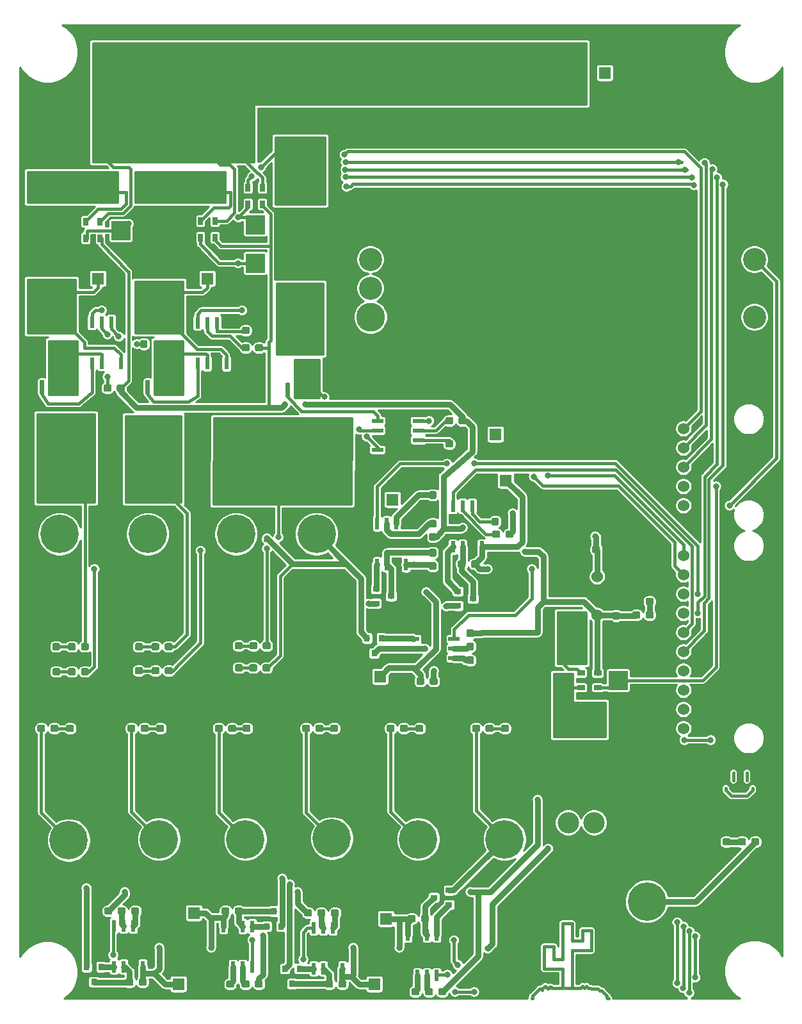
<source format=gbr>
%TF.GenerationSoftware,KiCad,Pcbnew,(5.1.5-0)*%
%TF.CreationDate,2020-12-14T16:26:11-06:00*%
%TF.ProjectId,12VBoard_2021_Rev1,31325642-6f61-4726-945f-323032315f52,rev?*%
%TF.SameCoordinates,Original*%
%TF.FileFunction,Copper,L1,Top*%
%TF.FilePolarity,Positive*%
%FSLAX46Y46*%
G04 Gerber Fmt 4.6, Leading zero omitted, Abs format (unit mm)*
G04 Created by KiCad (PCBNEW (5.1.5-0)) date 2020-12-14 16:26:11*
%MOMM*%
%LPD*%
G04 APERTURE LIST*
%TA.AperFunction,ComponentPad*%
%ADD10C,2.819400*%
%TD*%
%TA.AperFunction,SMDPad,CuDef*%
%ADD11C,0.100000*%
%TD*%
%TA.AperFunction,ComponentPad*%
%ADD12C,1.524000*%
%TD*%
%TA.AperFunction,SMDPad,CuDef*%
%ADD13R,1.550000X0.600000*%
%TD*%
%TA.AperFunction,SMDPad,CuDef*%
%ADD14R,0.600000X1.550000*%
%TD*%
%TA.AperFunction,SMDPad,CuDef*%
%ADD15R,0.650000X1.060000*%
%TD*%
%TA.AperFunction,SMDPad,CuDef*%
%ADD16R,2.500000X2.500000*%
%TD*%
%TA.AperFunction,ComponentPad*%
%ADD17C,1.600000*%
%TD*%
%TA.AperFunction,ComponentPad*%
%ADD18R,1.600000X1.600000*%
%TD*%
%TA.AperFunction,ComponentPad*%
%ADD19C,5.080000*%
%TD*%
%TA.AperFunction,SMDPad,CuDef*%
%ADD20R,0.900000X0.800000*%
%TD*%
%TA.AperFunction,SMDPad,CuDef*%
%ADD21R,0.800000X0.900000*%
%TD*%
%TA.AperFunction,SMDPad,CuDef*%
%ADD22R,1.060000X0.650000*%
%TD*%
%TA.AperFunction,ComponentPad*%
%ADD23C,3.048000*%
%TD*%
%TA.AperFunction,ComponentPad*%
%ADD24C,3.810000*%
%TD*%
%TA.AperFunction,ViaPad*%
%ADD25C,0.800000*%
%TD*%
%TA.AperFunction,Conductor*%
%ADD26C,0.381000*%
%TD*%
%TA.AperFunction,Conductor*%
%ADD27C,0.762000*%
%TD*%
%TA.AperFunction,Conductor*%
%ADD28C,0.508000*%
%TD*%
%TA.AperFunction,Conductor*%
%ADD29C,0.254000*%
%TD*%
G04 APERTURE END LIST*
D10*
%TO.P,F2,1*%
%TO.N,Net-(F2-Pad1)*%
X188468000Y-102870000D03*
X191897000Y-102870000D03*
%TO.P,F2,2*%
%TO.N,/High Current Outputs/12VLogic*%
X191897000Y-116332000D03*
X188468000Y-116332000D03*
%TD*%
%TA.AperFunction,SMDPad,CuDef*%
D11*
%TO.P,R20,2*%
%TO.N,Net-(R20-Pad2)*%
G36*
X154398505Y-55174204D02*
G01*
X154422773Y-55177804D01*
X154446572Y-55183765D01*
X154469671Y-55192030D01*
X154491850Y-55202520D01*
X154512893Y-55215132D01*
X154532599Y-55229747D01*
X154550777Y-55246223D01*
X154567253Y-55264401D01*
X154581868Y-55284107D01*
X154594480Y-55305150D01*
X154604970Y-55327329D01*
X154613235Y-55350428D01*
X154619196Y-55374227D01*
X154622796Y-55398495D01*
X154624000Y-55422999D01*
X154624000Y-56073001D01*
X154622796Y-56097505D01*
X154619196Y-56121773D01*
X154613235Y-56145572D01*
X154604970Y-56168671D01*
X154594480Y-56190850D01*
X154581868Y-56211893D01*
X154567253Y-56231599D01*
X154550777Y-56249777D01*
X154532599Y-56266253D01*
X154512893Y-56280868D01*
X154491850Y-56293480D01*
X154469671Y-56303970D01*
X154446572Y-56312235D01*
X154422773Y-56318196D01*
X154398505Y-56321796D01*
X154374001Y-56323000D01*
X153473999Y-56323000D01*
X153449495Y-56321796D01*
X153425227Y-56318196D01*
X153401428Y-56312235D01*
X153378329Y-56303970D01*
X153356150Y-56293480D01*
X153335107Y-56280868D01*
X153315401Y-56266253D01*
X153297223Y-56249777D01*
X153280747Y-56231599D01*
X153266132Y-56211893D01*
X153253520Y-56190850D01*
X153243030Y-56168671D01*
X153234765Y-56145572D01*
X153228804Y-56121773D01*
X153225204Y-56097505D01*
X153224000Y-56073001D01*
X153224000Y-55422999D01*
X153225204Y-55398495D01*
X153228804Y-55374227D01*
X153234765Y-55350428D01*
X153243030Y-55327329D01*
X153253520Y-55305150D01*
X153266132Y-55284107D01*
X153280747Y-55264401D01*
X153297223Y-55246223D01*
X153315401Y-55229747D01*
X153335107Y-55215132D01*
X153356150Y-55202520D01*
X153378329Y-55192030D01*
X153401428Y-55183765D01*
X153425227Y-55177804D01*
X153449495Y-55174204D01*
X153473999Y-55173000D01*
X154374001Y-55173000D01*
X154398505Y-55174204D01*
G37*
%TD.AperFunction*%
%TA.AperFunction,SMDPad,CuDef*%
%TO.P,R20,1*%
%TO.N,/High Current Outputs/Multimedia/Extra/12V5AON*%
G36*
X154398505Y-53124204D02*
G01*
X154422773Y-53127804D01*
X154446572Y-53133765D01*
X154469671Y-53142030D01*
X154491850Y-53152520D01*
X154512893Y-53165132D01*
X154532599Y-53179747D01*
X154550777Y-53196223D01*
X154567253Y-53214401D01*
X154581868Y-53234107D01*
X154594480Y-53255150D01*
X154604970Y-53277329D01*
X154613235Y-53300428D01*
X154619196Y-53324227D01*
X154622796Y-53348495D01*
X154624000Y-53372999D01*
X154624000Y-54023001D01*
X154622796Y-54047505D01*
X154619196Y-54071773D01*
X154613235Y-54095572D01*
X154604970Y-54118671D01*
X154594480Y-54140850D01*
X154581868Y-54161893D01*
X154567253Y-54181599D01*
X154550777Y-54199777D01*
X154532599Y-54216253D01*
X154512893Y-54230868D01*
X154491850Y-54243480D01*
X154469671Y-54253970D01*
X154446572Y-54262235D01*
X154422773Y-54268196D01*
X154398505Y-54271796D01*
X154374001Y-54273000D01*
X153473999Y-54273000D01*
X153449495Y-54271796D01*
X153425227Y-54268196D01*
X153401428Y-54262235D01*
X153378329Y-54253970D01*
X153356150Y-54243480D01*
X153335107Y-54230868D01*
X153315401Y-54216253D01*
X153297223Y-54199777D01*
X153280747Y-54181599D01*
X153266132Y-54161893D01*
X153253520Y-54140850D01*
X153243030Y-54118671D01*
X153234765Y-54095572D01*
X153228804Y-54071773D01*
X153225204Y-54047505D01*
X153224000Y-54023001D01*
X153224000Y-53372999D01*
X153225204Y-53348495D01*
X153228804Y-53324227D01*
X153234765Y-53300428D01*
X153243030Y-53277329D01*
X153253520Y-53255150D01*
X153266132Y-53234107D01*
X153280747Y-53214401D01*
X153297223Y-53196223D01*
X153315401Y-53179747D01*
X153335107Y-53165132D01*
X153356150Y-53152520D01*
X153378329Y-53142030D01*
X153401428Y-53133765D01*
X153425227Y-53127804D01*
X153449495Y-53124204D01*
X153473999Y-53123000D01*
X154374001Y-53123000D01*
X154398505Y-53124204D01*
G37*
%TD.AperFunction*%
%TD*%
%TA.AperFunction,SMDPad,CuDef*%
%TO.P,R17,2*%
%TO.N,Net-(R17-Pad2)*%
G36*
X135856505Y-52634204D02*
G01*
X135880773Y-52637804D01*
X135904572Y-52643765D01*
X135927671Y-52652030D01*
X135949850Y-52662520D01*
X135970893Y-52675132D01*
X135990599Y-52689747D01*
X136008777Y-52706223D01*
X136025253Y-52724401D01*
X136039868Y-52744107D01*
X136052480Y-52765150D01*
X136062970Y-52787329D01*
X136071235Y-52810428D01*
X136077196Y-52834227D01*
X136080796Y-52858495D01*
X136082000Y-52882999D01*
X136082000Y-53533001D01*
X136080796Y-53557505D01*
X136077196Y-53581773D01*
X136071235Y-53605572D01*
X136062970Y-53628671D01*
X136052480Y-53650850D01*
X136039868Y-53671893D01*
X136025253Y-53691599D01*
X136008777Y-53709777D01*
X135990599Y-53726253D01*
X135970893Y-53740868D01*
X135949850Y-53753480D01*
X135927671Y-53763970D01*
X135904572Y-53772235D01*
X135880773Y-53778196D01*
X135856505Y-53781796D01*
X135832001Y-53783000D01*
X134931999Y-53783000D01*
X134907495Y-53781796D01*
X134883227Y-53778196D01*
X134859428Y-53772235D01*
X134836329Y-53763970D01*
X134814150Y-53753480D01*
X134793107Y-53740868D01*
X134773401Y-53726253D01*
X134755223Y-53709777D01*
X134738747Y-53691599D01*
X134724132Y-53671893D01*
X134711520Y-53650850D01*
X134701030Y-53628671D01*
X134692765Y-53605572D01*
X134686804Y-53581773D01*
X134683204Y-53557505D01*
X134682000Y-53533001D01*
X134682000Y-52882999D01*
X134683204Y-52858495D01*
X134686804Y-52834227D01*
X134692765Y-52810428D01*
X134701030Y-52787329D01*
X134711520Y-52765150D01*
X134724132Y-52744107D01*
X134738747Y-52724401D01*
X134755223Y-52706223D01*
X134773401Y-52689747D01*
X134793107Y-52675132D01*
X134814150Y-52662520D01*
X134836329Y-52652030D01*
X134859428Y-52643765D01*
X134883227Y-52637804D01*
X134907495Y-52634204D01*
X134931999Y-52633000D01*
X135832001Y-52633000D01*
X135856505Y-52634204D01*
G37*
%TD.AperFunction*%
%TA.AperFunction,SMDPad,CuDef*%
%TO.P,R17,1*%
%TO.N,/High Current Outputs/Gimbal/12V5AON*%
G36*
X135856505Y-50584204D02*
G01*
X135880773Y-50587804D01*
X135904572Y-50593765D01*
X135927671Y-50602030D01*
X135949850Y-50612520D01*
X135970893Y-50625132D01*
X135990599Y-50639747D01*
X136008777Y-50656223D01*
X136025253Y-50674401D01*
X136039868Y-50694107D01*
X136052480Y-50715150D01*
X136062970Y-50737329D01*
X136071235Y-50760428D01*
X136077196Y-50784227D01*
X136080796Y-50808495D01*
X136082000Y-50832999D01*
X136082000Y-51483001D01*
X136080796Y-51507505D01*
X136077196Y-51531773D01*
X136071235Y-51555572D01*
X136062970Y-51578671D01*
X136052480Y-51600850D01*
X136039868Y-51621893D01*
X136025253Y-51641599D01*
X136008777Y-51659777D01*
X135990599Y-51676253D01*
X135970893Y-51690868D01*
X135949850Y-51703480D01*
X135927671Y-51713970D01*
X135904572Y-51722235D01*
X135880773Y-51728196D01*
X135856505Y-51731796D01*
X135832001Y-51733000D01*
X134931999Y-51733000D01*
X134907495Y-51731796D01*
X134883227Y-51728196D01*
X134859428Y-51722235D01*
X134836329Y-51713970D01*
X134814150Y-51703480D01*
X134793107Y-51690868D01*
X134773401Y-51676253D01*
X134755223Y-51659777D01*
X134738747Y-51641599D01*
X134724132Y-51621893D01*
X134711520Y-51600850D01*
X134701030Y-51578671D01*
X134692765Y-51555572D01*
X134686804Y-51531773D01*
X134683204Y-51507505D01*
X134682000Y-51483001D01*
X134682000Y-50832999D01*
X134683204Y-50808495D01*
X134686804Y-50784227D01*
X134692765Y-50760428D01*
X134701030Y-50737329D01*
X134711520Y-50715150D01*
X134724132Y-50694107D01*
X134738747Y-50674401D01*
X134755223Y-50656223D01*
X134773401Y-50639747D01*
X134793107Y-50625132D01*
X134814150Y-50612520D01*
X134836329Y-50602030D01*
X134859428Y-50593765D01*
X134883227Y-50587804D01*
X134907495Y-50584204D01*
X134931999Y-50583000D01*
X135832001Y-50583000D01*
X135856505Y-50584204D01*
G37*
%TD.AperFunction*%
%TD*%
%TA.AperFunction,SMDPad,CuDef*%
%TO.P,R11,2*%
%TO.N,Net-(R11-Pad2)*%
G36*
X121886505Y-52662204D02*
G01*
X121910773Y-52665804D01*
X121934572Y-52671765D01*
X121957671Y-52680030D01*
X121979850Y-52690520D01*
X122000893Y-52703132D01*
X122020599Y-52717747D01*
X122038777Y-52734223D01*
X122055253Y-52752401D01*
X122069868Y-52772107D01*
X122082480Y-52793150D01*
X122092970Y-52815329D01*
X122101235Y-52838428D01*
X122107196Y-52862227D01*
X122110796Y-52886495D01*
X122112000Y-52910999D01*
X122112000Y-53561001D01*
X122110796Y-53585505D01*
X122107196Y-53609773D01*
X122101235Y-53633572D01*
X122092970Y-53656671D01*
X122082480Y-53678850D01*
X122069868Y-53699893D01*
X122055253Y-53719599D01*
X122038777Y-53737777D01*
X122020599Y-53754253D01*
X122000893Y-53768868D01*
X121979850Y-53781480D01*
X121957671Y-53791970D01*
X121934572Y-53800235D01*
X121910773Y-53806196D01*
X121886505Y-53809796D01*
X121862001Y-53811000D01*
X120961999Y-53811000D01*
X120937495Y-53809796D01*
X120913227Y-53806196D01*
X120889428Y-53800235D01*
X120866329Y-53791970D01*
X120844150Y-53781480D01*
X120823107Y-53768868D01*
X120803401Y-53754253D01*
X120785223Y-53737777D01*
X120768747Y-53719599D01*
X120754132Y-53699893D01*
X120741520Y-53678850D01*
X120731030Y-53656671D01*
X120722765Y-53633572D01*
X120716804Y-53609773D01*
X120713204Y-53585505D01*
X120712000Y-53561001D01*
X120712000Y-52910999D01*
X120713204Y-52886495D01*
X120716804Y-52862227D01*
X120722765Y-52838428D01*
X120731030Y-52815329D01*
X120741520Y-52793150D01*
X120754132Y-52772107D01*
X120768747Y-52752401D01*
X120785223Y-52734223D01*
X120803401Y-52717747D01*
X120823107Y-52703132D01*
X120844150Y-52690520D01*
X120866329Y-52680030D01*
X120889428Y-52671765D01*
X120913227Y-52665804D01*
X120937495Y-52662204D01*
X120961999Y-52661000D01*
X121862001Y-52661000D01*
X121886505Y-52662204D01*
G37*
%TD.AperFunction*%
%TA.AperFunction,SMDPad,CuDef*%
%TO.P,R11,1*%
%TO.N,/High Current Outputs/AuxMount/12V5AON*%
G36*
X121886505Y-50612204D02*
G01*
X121910773Y-50615804D01*
X121934572Y-50621765D01*
X121957671Y-50630030D01*
X121979850Y-50640520D01*
X122000893Y-50653132D01*
X122020599Y-50667747D01*
X122038777Y-50684223D01*
X122055253Y-50702401D01*
X122069868Y-50722107D01*
X122082480Y-50743150D01*
X122092970Y-50765329D01*
X122101235Y-50788428D01*
X122107196Y-50812227D01*
X122110796Y-50836495D01*
X122112000Y-50860999D01*
X122112000Y-51511001D01*
X122110796Y-51535505D01*
X122107196Y-51559773D01*
X122101235Y-51583572D01*
X122092970Y-51606671D01*
X122082480Y-51628850D01*
X122069868Y-51649893D01*
X122055253Y-51669599D01*
X122038777Y-51687777D01*
X122020599Y-51704253D01*
X122000893Y-51718868D01*
X121979850Y-51731480D01*
X121957671Y-51741970D01*
X121934572Y-51750235D01*
X121910773Y-51756196D01*
X121886505Y-51759796D01*
X121862001Y-51761000D01*
X120961999Y-51761000D01*
X120937495Y-51759796D01*
X120913227Y-51756196D01*
X120889428Y-51750235D01*
X120866329Y-51741970D01*
X120844150Y-51731480D01*
X120823107Y-51718868D01*
X120803401Y-51704253D01*
X120785223Y-51687777D01*
X120768747Y-51669599D01*
X120754132Y-51649893D01*
X120741520Y-51628850D01*
X120731030Y-51606671D01*
X120722765Y-51583572D01*
X120716804Y-51559773D01*
X120713204Y-51535505D01*
X120712000Y-51511001D01*
X120712000Y-50860999D01*
X120713204Y-50836495D01*
X120716804Y-50812227D01*
X120722765Y-50788428D01*
X120731030Y-50765329D01*
X120741520Y-50743150D01*
X120754132Y-50722107D01*
X120768747Y-50702401D01*
X120785223Y-50684223D01*
X120803401Y-50667747D01*
X120823107Y-50653132D01*
X120844150Y-50640520D01*
X120866329Y-50630030D01*
X120889428Y-50621765D01*
X120913227Y-50615804D01*
X120937495Y-50612204D01*
X120961999Y-50611000D01*
X121862001Y-50611000D01*
X121886505Y-50612204D01*
G37*
%TD.AperFunction*%
%TD*%
%TA.AperFunction,SMDPad,CuDef*%
%TO.P,R33,2*%
%TO.N,/High Current Outputs/12VActuation*%
G36*
X142831505Y-27381204D02*
G01*
X142855773Y-27384804D01*
X142879572Y-27390765D01*
X142902671Y-27399030D01*
X142924850Y-27409520D01*
X142945893Y-27422132D01*
X142965599Y-27436747D01*
X142983777Y-27453223D01*
X143000253Y-27471401D01*
X143014868Y-27491107D01*
X143027480Y-27512150D01*
X143037970Y-27534329D01*
X143046235Y-27557428D01*
X143052196Y-27581227D01*
X143055796Y-27605495D01*
X143057000Y-27629999D01*
X143057000Y-28655001D01*
X143055796Y-28679505D01*
X143052196Y-28703773D01*
X143046235Y-28727572D01*
X143037970Y-28750671D01*
X143027480Y-28772850D01*
X143014868Y-28793893D01*
X143000253Y-28813599D01*
X142983777Y-28831777D01*
X142965599Y-28848253D01*
X142945893Y-28862868D01*
X142924850Y-28875480D01*
X142902671Y-28885970D01*
X142879572Y-28894235D01*
X142855773Y-28900196D01*
X142831505Y-28903796D01*
X142807001Y-28905000D01*
X140656999Y-28905000D01*
X140632495Y-28903796D01*
X140608227Y-28900196D01*
X140584428Y-28894235D01*
X140561329Y-28885970D01*
X140539150Y-28875480D01*
X140518107Y-28862868D01*
X140498401Y-28848253D01*
X140480223Y-28831777D01*
X140463747Y-28813599D01*
X140449132Y-28793893D01*
X140436520Y-28772850D01*
X140426030Y-28750671D01*
X140417765Y-28727572D01*
X140411804Y-28703773D01*
X140408204Y-28679505D01*
X140407000Y-28655001D01*
X140407000Y-27629999D01*
X140408204Y-27605495D01*
X140411804Y-27581227D01*
X140417765Y-27557428D01*
X140426030Y-27534329D01*
X140436520Y-27512150D01*
X140449132Y-27491107D01*
X140463747Y-27471401D01*
X140480223Y-27453223D01*
X140498401Y-27436747D01*
X140518107Y-27422132D01*
X140539150Y-27409520D01*
X140561329Y-27399030D01*
X140584428Y-27390765D01*
X140608227Y-27384804D01*
X140632495Y-27381204D01*
X140656999Y-27380000D01*
X142807001Y-27380000D01*
X142831505Y-27381204D01*
G37*
%TD.AperFunction*%
%TA.AperFunction,SMDPad,CuDef*%
%TO.P,R33,1*%
%TO.N,Net-(F3-Pad2)*%
G36*
X142831505Y-32056204D02*
G01*
X142855773Y-32059804D01*
X142879572Y-32065765D01*
X142902671Y-32074030D01*
X142924850Y-32084520D01*
X142945893Y-32097132D01*
X142965599Y-32111747D01*
X142983777Y-32128223D01*
X143000253Y-32146401D01*
X143014868Y-32166107D01*
X143027480Y-32187150D01*
X143037970Y-32209329D01*
X143046235Y-32232428D01*
X143052196Y-32256227D01*
X143055796Y-32280495D01*
X143057000Y-32304999D01*
X143057000Y-33330001D01*
X143055796Y-33354505D01*
X143052196Y-33378773D01*
X143046235Y-33402572D01*
X143037970Y-33425671D01*
X143027480Y-33447850D01*
X143014868Y-33468893D01*
X143000253Y-33488599D01*
X142983777Y-33506777D01*
X142965599Y-33523253D01*
X142945893Y-33537868D01*
X142924850Y-33550480D01*
X142902671Y-33560970D01*
X142879572Y-33569235D01*
X142855773Y-33575196D01*
X142831505Y-33578796D01*
X142807001Y-33580000D01*
X140656999Y-33580000D01*
X140632495Y-33578796D01*
X140608227Y-33575196D01*
X140584428Y-33569235D01*
X140561329Y-33560970D01*
X140539150Y-33550480D01*
X140518107Y-33537868D01*
X140498401Y-33523253D01*
X140480223Y-33506777D01*
X140463747Y-33488599D01*
X140449132Y-33468893D01*
X140436520Y-33447850D01*
X140426030Y-33425671D01*
X140417765Y-33402572D01*
X140411804Y-33378773D01*
X140408204Y-33354505D01*
X140407000Y-33330001D01*
X140407000Y-32304999D01*
X140408204Y-32280495D01*
X140411804Y-32256227D01*
X140417765Y-32232428D01*
X140426030Y-32209329D01*
X140436520Y-32187150D01*
X140449132Y-32166107D01*
X140463747Y-32146401D01*
X140480223Y-32128223D01*
X140498401Y-32111747D01*
X140518107Y-32097132D01*
X140539150Y-32084520D01*
X140561329Y-32074030D01*
X140584428Y-32065765D01*
X140608227Y-32059804D01*
X140632495Y-32056204D01*
X140656999Y-32055000D01*
X142807001Y-32055000D01*
X142831505Y-32056204D01*
G37*
%TD.AperFunction*%
%TD*%
%TA.AperFunction,SMDPad,CuDef*%
%TO.P,R14,2*%
%TO.N,/High Current Outputs/12VActuation*%
G36*
X146535505Y-26108204D02*
G01*
X146559773Y-26111804D01*
X146583572Y-26117765D01*
X146606671Y-26126030D01*
X146628850Y-26136520D01*
X146649893Y-26149132D01*
X146669599Y-26163747D01*
X146687777Y-26180223D01*
X146704253Y-26198401D01*
X146718868Y-26218107D01*
X146731480Y-26239150D01*
X146741970Y-26261329D01*
X146750235Y-26284428D01*
X146756196Y-26308227D01*
X146759796Y-26332495D01*
X146761000Y-26356999D01*
X146761000Y-28507001D01*
X146759796Y-28531505D01*
X146756196Y-28555773D01*
X146750235Y-28579572D01*
X146741970Y-28602671D01*
X146731480Y-28624850D01*
X146718868Y-28645893D01*
X146704253Y-28665599D01*
X146687777Y-28683777D01*
X146669599Y-28700253D01*
X146649893Y-28714868D01*
X146628850Y-28727480D01*
X146606671Y-28737970D01*
X146583572Y-28746235D01*
X146559773Y-28752196D01*
X146535505Y-28755796D01*
X146511001Y-28757000D01*
X145485999Y-28757000D01*
X145461495Y-28755796D01*
X145437227Y-28752196D01*
X145413428Y-28746235D01*
X145390329Y-28737970D01*
X145368150Y-28727480D01*
X145347107Y-28714868D01*
X145327401Y-28700253D01*
X145309223Y-28683777D01*
X145292747Y-28665599D01*
X145278132Y-28645893D01*
X145265520Y-28624850D01*
X145255030Y-28602671D01*
X145246765Y-28579572D01*
X145240804Y-28555773D01*
X145237204Y-28531505D01*
X145236000Y-28507001D01*
X145236000Y-26356999D01*
X145237204Y-26332495D01*
X145240804Y-26308227D01*
X145246765Y-26284428D01*
X145255030Y-26261329D01*
X145265520Y-26239150D01*
X145278132Y-26218107D01*
X145292747Y-26198401D01*
X145309223Y-26180223D01*
X145327401Y-26163747D01*
X145347107Y-26149132D01*
X145368150Y-26136520D01*
X145390329Y-26126030D01*
X145413428Y-26117765D01*
X145437227Y-26111804D01*
X145461495Y-26108204D01*
X145485999Y-26107000D01*
X146511001Y-26107000D01*
X146535505Y-26108204D01*
G37*
%TD.AperFunction*%
%TA.AperFunction,SMDPad,CuDef*%
%TO.P,R14,1*%
%TO.N,Net-(F1-Pad2)*%
G36*
X151210505Y-26108204D02*
G01*
X151234773Y-26111804D01*
X151258572Y-26117765D01*
X151281671Y-26126030D01*
X151303850Y-26136520D01*
X151324893Y-26149132D01*
X151344599Y-26163747D01*
X151362777Y-26180223D01*
X151379253Y-26198401D01*
X151393868Y-26218107D01*
X151406480Y-26239150D01*
X151416970Y-26261329D01*
X151425235Y-26284428D01*
X151431196Y-26308227D01*
X151434796Y-26332495D01*
X151436000Y-26356999D01*
X151436000Y-28507001D01*
X151434796Y-28531505D01*
X151431196Y-28555773D01*
X151425235Y-28579572D01*
X151416970Y-28602671D01*
X151406480Y-28624850D01*
X151393868Y-28645893D01*
X151379253Y-28665599D01*
X151362777Y-28683777D01*
X151344599Y-28700253D01*
X151324893Y-28714868D01*
X151303850Y-28727480D01*
X151281671Y-28737970D01*
X151258572Y-28746235D01*
X151234773Y-28752196D01*
X151210505Y-28755796D01*
X151186001Y-28757000D01*
X150160999Y-28757000D01*
X150136495Y-28755796D01*
X150112227Y-28752196D01*
X150088428Y-28746235D01*
X150065329Y-28737970D01*
X150043150Y-28727480D01*
X150022107Y-28714868D01*
X150002401Y-28700253D01*
X149984223Y-28683777D01*
X149967747Y-28665599D01*
X149953132Y-28645893D01*
X149940520Y-28624850D01*
X149930030Y-28602671D01*
X149921765Y-28579572D01*
X149915804Y-28555773D01*
X149912204Y-28531505D01*
X149911000Y-28507001D01*
X149911000Y-26356999D01*
X149912204Y-26332495D01*
X149915804Y-26308227D01*
X149921765Y-26284428D01*
X149930030Y-26261329D01*
X149940520Y-26239150D01*
X149953132Y-26218107D01*
X149967747Y-26198401D01*
X149984223Y-26180223D01*
X150002401Y-26163747D01*
X150022107Y-26149132D01*
X150043150Y-26136520D01*
X150065329Y-26126030D01*
X150088428Y-26117765D01*
X150112227Y-26111804D01*
X150136495Y-26108204D01*
X150160999Y-26107000D01*
X151186001Y-26107000D01*
X151210505Y-26108204D01*
G37*
%TD.AperFunction*%
%TD*%
%TA.AperFunction,SMDPad,CuDef*%
%TO.P,R10,2*%
%TO.N,/High Current Outputs/12VActuation*%
G36*
X128353505Y-27381204D02*
G01*
X128377773Y-27384804D01*
X128401572Y-27390765D01*
X128424671Y-27399030D01*
X128446850Y-27409520D01*
X128467893Y-27422132D01*
X128487599Y-27436747D01*
X128505777Y-27453223D01*
X128522253Y-27471401D01*
X128536868Y-27491107D01*
X128549480Y-27512150D01*
X128559970Y-27534329D01*
X128568235Y-27557428D01*
X128574196Y-27581227D01*
X128577796Y-27605495D01*
X128579000Y-27629999D01*
X128579000Y-28655001D01*
X128577796Y-28679505D01*
X128574196Y-28703773D01*
X128568235Y-28727572D01*
X128559970Y-28750671D01*
X128549480Y-28772850D01*
X128536868Y-28793893D01*
X128522253Y-28813599D01*
X128505777Y-28831777D01*
X128487599Y-28848253D01*
X128467893Y-28862868D01*
X128446850Y-28875480D01*
X128424671Y-28885970D01*
X128401572Y-28894235D01*
X128377773Y-28900196D01*
X128353505Y-28903796D01*
X128329001Y-28905000D01*
X126178999Y-28905000D01*
X126154495Y-28903796D01*
X126130227Y-28900196D01*
X126106428Y-28894235D01*
X126083329Y-28885970D01*
X126061150Y-28875480D01*
X126040107Y-28862868D01*
X126020401Y-28848253D01*
X126002223Y-28831777D01*
X125985747Y-28813599D01*
X125971132Y-28793893D01*
X125958520Y-28772850D01*
X125948030Y-28750671D01*
X125939765Y-28727572D01*
X125933804Y-28703773D01*
X125930204Y-28679505D01*
X125929000Y-28655001D01*
X125929000Y-27629999D01*
X125930204Y-27605495D01*
X125933804Y-27581227D01*
X125939765Y-27557428D01*
X125948030Y-27534329D01*
X125958520Y-27512150D01*
X125971132Y-27491107D01*
X125985747Y-27471401D01*
X126002223Y-27453223D01*
X126020401Y-27436747D01*
X126040107Y-27422132D01*
X126061150Y-27409520D01*
X126083329Y-27399030D01*
X126106428Y-27390765D01*
X126130227Y-27384804D01*
X126154495Y-27381204D01*
X126178999Y-27380000D01*
X128329001Y-27380000D01*
X128353505Y-27381204D01*
G37*
%TD.AperFunction*%
%TA.AperFunction,SMDPad,CuDef*%
%TO.P,R10,1*%
%TO.N,Net-(F4-Pad2)*%
G36*
X128353505Y-32056204D02*
G01*
X128377773Y-32059804D01*
X128401572Y-32065765D01*
X128424671Y-32074030D01*
X128446850Y-32084520D01*
X128467893Y-32097132D01*
X128487599Y-32111747D01*
X128505777Y-32128223D01*
X128522253Y-32146401D01*
X128536868Y-32166107D01*
X128549480Y-32187150D01*
X128559970Y-32209329D01*
X128568235Y-32232428D01*
X128574196Y-32256227D01*
X128577796Y-32280495D01*
X128579000Y-32304999D01*
X128579000Y-33330001D01*
X128577796Y-33354505D01*
X128574196Y-33378773D01*
X128568235Y-33402572D01*
X128559970Y-33425671D01*
X128549480Y-33447850D01*
X128536868Y-33468893D01*
X128522253Y-33488599D01*
X128505777Y-33506777D01*
X128487599Y-33523253D01*
X128467893Y-33537868D01*
X128446850Y-33550480D01*
X128424671Y-33560970D01*
X128401572Y-33569235D01*
X128377773Y-33575196D01*
X128353505Y-33578796D01*
X128329001Y-33580000D01*
X126178999Y-33580000D01*
X126154495Y-33578796D01*
X126130227Y-33575196D01*
X126106428Y-33569235D01*
X126083329Y-33560970D01*
X126061150Y-33550480D01*
X126040107Y-33537868D01*
X126020401Y-33523253D01*
X126002223Y-33506777D01*
X125985747Y-33488599D01*
X125971132Y-33468893D01*
X125958520Y-33447850D01*
X125948030Y-33425671D01*
X125939765Y-33402572D01*
X125933804Y-33378773D01*
X125930204Y-33354505D01*
X125929000Y-33330001D01*
X125929000Y-32304999D01*
X125930204Y-32280495D01*
X125933804Y-32256227D01*
X125939765Y-32232428D01*
X125948030Y-32209329D01*
X125958520Y-32187150D01*
X125971132Y-32166107D01*
X125985747Y-32146401D01*
X126002223Y-32128223D01*
X126020401Y-32111747D01*
X126040107Y-32097132D01*
X126061150Y-32084520D01*
X126083329Y-32074030D01*
X126106428Y-32065765D01*
X126130227Y-32059804D01*
X126154495Y-32056204D01*
X126178999Y-32055000D01*
X128329001Y-32055000D01*
X128353505Y-32056204D01*
G37*
%TD.AperFunction*%
%TD*%
D12*
%TO.P,Conn2,5*%
%TO.N,/High Current Outputs/BuckCTL*%
X203708000Y-74422000D03*
%TO.P,Conn2,4*%
%TO.N,/Low Current Outputs/CurrentSense*%
X203708000Y-71882000D03*
%TO.P,Conn2,3*%
%TO.N,/High Current Outputs/GimbalSense*%
X203708000Y-69342000D03*
%TO.P,Conn2,2*%
%TO.N,/High Current Outputs/AuxMountSense*%
X203708000Y-66802000D03*
%TO.P,Conn2,1*%
%TO.N,/High Current Outputs/MultimediaSense*%
X203708000Y-64262000D03*
%TD*%
%TA.AperFunction,SMDPad,CuDef*%
D11*
%TO.P,R3,2*%
%TO.N,/High Current Outputs/12VActuation*%
G36*
X188609504Y-93813204D02*
G01*
X188633773Y-93816804D01*
X188657571Y-93822765D01*
X188680671Y-93831030D01*
X188702849Y-93841520D01*
X188723893Y-93854133D01*
X188743598Y-93868747D01*
X188761777Y-93885223D01*
X188778253Y-93903402D01*
X188792867Y-93923107D01*
X188805480Y-93944151D01*
X188815970Y-93966329D01*
X188824235Y-93989429D01*
X188830196Y-94013227D01*
X188833796Y-94037496D01*
X188835000Y-94062000D01*
X188835000Y-94987000D01*
X188833796Y-95011504D01*
X188830196Y-95035773D01*
X188824235Y-95059571D01*
X188815970Y-95082671D01*
X188805480Y-95104849D01*
X188792867Y-95125893D01*
X188778253Y-95145598D01*
X188761777Y-95163777D01*
X188743598Y-95180253D01*
X188723893Y-95194867D01*
X188702849Y-95207480D01*
X188680671Y-95217970D01*
X188657571Y-95226235D01*
X188633773Y-95232196D01*
X188609504Y-95235796D01*
X188585000Y-95237000D01*
X187335000Y-95237000D01*
X187310496Y-95235796D01*
X187286227Y-95232196D01*
X187262429Y-95226235D01*
X187239329Y-95217970D01*
X187217151Y-95207480D01*
X187196107Y-95194867D01*
X187176402Y-95180253D01*
X187158223Y-95163777D01*
X187141747Y-95145598D01*
X187127133Y-95125893D01*
X187114520Y-95104849D01*
X187104030Y-95082671D01*
X187095765Y-95059571D01*
X187089804Y-95035773D01*
X187086204Y-95011504D01*
X187085000Y-94987000D01*
X187085000Y-94062000D01*
X187086204Y-94037496D01*
X187089804Y-94013227D01*
X187095765Y-93989429D01*
X187104030Y-93966329D01*
X187114520Y-93944151D01*
X187127133Y-93923107D01*
X187141747Y-93903402D01*
X187158223Y-93885223D01*
X187176402Y-93868747D01*
X187196107Y-93854133D01*
X187217151Y-93841520D01*
X187239329Y-93831030D01*
X187262429Y-93822765D01*
X187286227Y-93816804D01*
X187310496Y-93813204D01*
X187335000Y-93812000D01*
X188585000Y-93812000D01*
X188609504Y-93813204D01*
G37*
%TD.AperFunction*%
%TA.AperFunction,SMDPad,CuDef*%
%TO.P,R3,1*%
%TO.N,Net-(F2-Pad1)*%
G36*
X188609504Y-96788204D02*
G01*
X188633773Y-96791804D01*
X188657571Y-96797765D01*
X188680671Y-96806030D01*
X188702849Y-96816520D01*
X188723893Y-96829133D01*
X188743598Y-96843747D01*
X188761777Y-96860223D01*
X188778253Y-96878402D01*
X188792867Y-96898107D01*
X188805480Y-96919151D01*
X188815970Y-96941329D01*
X188824235Y-96964429D01*
X188830196Y-96988227D01*
X188833796Y-97012496D01*
X188835000Y-97037000D01*
X188835000Y-97962000D01*
X188833796Y-97986504D01*
X188830196Y-98010773D01*
X188824235Y-98034571D01*
X188815970Y-98057671D01*
X188805480Y-98079849D01*
X188792867Y-98100893D01*
X188778253Y-98120598D01*
X188761777Y-98138777D01*
X188743598Y-98155253D01*
X188723893Y-98169867D01*
X188702849Y-98182480D01*
X188680671Y-98192970D01*
X188657571Y-98201235D01*
X188633773Y-98207196D01*
X188609504Y-98210796D01*
X188585000Y-98212000D01*
X187335000Y-98212000D01*
X187310496Y-98210796D01*
X187286227Y-98207196D01*
X187262429Y-98201235D01*
X187239329Y-98192970D01*
X187217151Y-98182480D01*
X187196107Y-98169867D01*
X187176402Y-98155253D01*
X187158223Y-98138777D01*
X187141747Y-98120598D01*
X187127133Y-98100893D01*
X187114520Y-98079849D01*
X187104030Y-98057671D01*
X187095765Y-98034571D01*
X187089804Y-98010773D01*
X187086204Y-97986504D01*
X187085000Y-97962000D01*
X187085000Y-97037000D01*
X187086204Y-97012496D01*
X187089804Y-96988227D01*
X187095765Y-96964429D01*
X187104030Y-96941329D01*
X187114520Y-96919151D01*
X187127133Y-96898107D01*
X187141747Y-96878402D01*
X187158223Y-96860223D01*
X187176402Y-96843747D01*
X187196107Y-96829133D01*
X187217151Y-96816520D01*
X187239329Y-96806030D01*
X187262429Y-96797765D01*
X187286227Y-96791804D01*
X187310496Y-96788204D01*
X187335000Y-96787000D01*
X188585000Y-96787000D01*
X188609504Y-96788204D01*
G37*
%TD.AperFunction*%
%TD*%
%TA.AperFunction,SMDPad,CuDef*%
%TO.P,R23,2*%
%TO.N,Net-(D16-Pad2)*%
G36*
X147122779Y-95411144D02*
G01*
X147145834Y-95414563D01*
X147168443Y-95420227D01*
X147190387Y-95428079D01*
X147211457Y-95438044D01*
X147231448Y-95450026D01*
X147250168Y-95463910D01*
X147267438Y-95479562D01*
X147283090Y-95496832D01*
X147296974Y-95515552D01*
X147308956Y-95535543D01*
X147318921Y-95556613D01*
X147326773Y-95578557D01*
X147332437Y-95601166D01*
X147335856Y-95624221D01*
X147337000Y-95647500D01*
X147337000Y-96122500D01*
X147335856Y-96145779D01*
X147332437Y-96168834D01*
X147326773Y-96191443D01*
X147318921Y-96213387D01*
X147308956Y-96234457D01*
X147296974Y-96254448D01*
X147283090Y-96273168D01*
X147267438Y-96290438D01*
X147250168Y-96306090D01*
X147231448Y-96319974D01*
X147211457Y-96331956D01*
X147190387Y-96341921D01*
X147168443Y-96349773D01*
X147145834Y-96355437D01*
X147122779Y-96358856D01*
X147099500Y-96360000D01*
X146524500Y-96360000D01*
X146501221Y-96358856D01*
X146478166Y-96355437D01*
X146455557Y-96349773D01*
X146433613Y-96341921D01*
X146412543Y-96331956D01*
X146392552Y-96319974D01*
X146373832Y-96306090D01*
X146356562Y-96290438D01*
X146340910Y-96273168D01*
X146327026Y-96254448D01*
X146315044Y-96234457D01*
X146305079Y-96213387D01*
X146297227Y-96191443D01*
X146291563Y-96168834D01*
X146288144Y-96145779D01*
X146287000Y-96122500D01*
X146287000Y-95647500D01*
X146288144Y-95624221D01*
X146291563Y-95601166D01*
X146297227Y-95578557D01*
X146305079Y-95556613D01*
X146315044Y-95535543D01*
X146327026Y-95515552D01*
X146340910Y-95496832D01*
X146356562Y-95479562D01*
X146373832Y-95463910D01*
X146392552Y-95450026D01*
X146412543Y-95438044D01*
X146433613Y-95428079D01*
X146455557Y-95420227D01*
X146478166Y-95414563D01*
X146501221Y-95411144D01*
X146524500Y-95410000D01*
X147099500Y-95410000D01*
X147122779Y-95411144D01*
G37*
%TD.AperFunction*%
%TA.AperFunction,SMDPad,CuDef*%
%TO.P,R23,1*%
%TO.N,/High Current Outputs/Multimedia/Extra/12VLogicMultiMedia*%
G36*
X148872779Y-95411144D02*
G01*
X148895834Y-95414563D01*
X148918443Y-95420227D01*
X148940387Y-95428079D01*
X148961457Y-95438044D01*
X148981448Y-95450026D01*
X149000168Y-95463910D01*
X149017438Y-95479562D01*
X149033090Y-95496832D01*
X149046974Y-95515552D01*
X149058956Y-95535543D01*
X149068921Y-95556613D01*
X149076773Y-95578557D01*
X149082437Y-95601166D01*
X149085856Y-95624221D01*
X149087000Y-95647500D01*
X149087000Y-96122500D01*
X149085856Y-96145779D01*
X149082437Y-96168834D01*
X149076773Y-96191443D01*
X149068921Y-96213387D01*
X149058956Y-96234457D01*
X149046974Y-96254448D01*
X149033090Y-96273168D01*
X149017438Y-96290438D01*
X149000168Y-96306090D01*
X148981448Y-96319974D01*
X148961457Y-96331956D01*
X148940387Y-96341921D01*
X148918443Y-96349773D01*
X148895834Y-96355437D01*
X148872779Y-96358856D01*
X148849500Y-96360000D01*
X148274500Y-96360000D01*
X148251221Y-96358856D01*
X148228166Y-96355437D01*
X148205557Y-96349773D01*
X148183613Y-96341921D01*
X148162543Y-96331956D01*
X148142552Y-96319974D01*
X148123832Y-96306090D01*
X148106562Y-96290438D01*
X148090910Y-96273168D01*
X148077026Y-96254448D01*
X148065044Y-96234457D01*
X148055079Y-96213387D01*
X148047227Y-96191443D01*
X148041563Y-96168834D01*
X148038144Y-96145779D01*
X148037000Y-96122500D01*
X148037000Y-95647500D01*
X148038144Y-95624221D01*
X148041563Y-95601166D01*
X148047227Y-95578557D01*
X148055079Y-95556613D01*
X148065044Y-95535543D01*
X148077026Y-95515552D01*
X148090910Y-95496832D01*
X148106562Y-95479562D01*
X148123832Y-95463910D01*
X148142552Y-95450026D01*
X148162543Y-95438044D01*
X148183613Y-95428079D01*
X148205557Y-95420227D01*
X148228166Y-95414563D01*
X148251221Y-95411144D01*
X148274500Y-95410000D01*
X148849500Y-95410000D01*
X148872779Y-95411144D01*
G37*
%TD.AperFunction*%
%TD*%
%TA.AperFunction,SMDPad,CuDef*%
%TO.P,R22,2*%
%TO.N,Net-(D15-Pad2)*%
G36*
X134196779Y-95792144D02*
G01*
X134219834Y-95795563D01*
X134242443Y-95801227D01*
X134264387Y-95809079D01*
X134285457Y-95819044D01*
X134305448Y-95831026D01*
X134324168Y-95844910D01*
X134341438Y-95860562D01*
X134357090Y-95877832D01*
X134370974Y-95896552D01*
X134382956Y-95916543D01*
X134392921Y-95937613D01*
X134400773Y-95959557D01*
X134406437Y-95982166D01*
X134409856Y-96005221D01*
X134411000Y-96028500D01*
X134411000Y-96503500D01*
X134409856Y-96526779D01*
X134406437Y-96549834D01*
X134400773Y-96572443D01*
X134392921Y-96594387D01*
X134382956Y-96615457D01*
X134370974Y-96635448D01*
X134357090Y-96654168D01*
X134341438Y-96671438D01*
X134324168Y-96687090D01*
X134305448Y-96700974D01*
X134285457Y-96712956D01*
X134264387Y-96722921D01*
X134242443Y-96730773D01*
X134219834Y-96736437D01*
X134196779Y-96739856D01*
X134173500Y-96741000D01*
X133598500Y-96741000D01*
X133575221Y-96739856D01*
X133552166Y-96736437D01*
X133529557Y-96730773D01*
X133507613Y-96722921D01*
X133486543Y-96712956D01*
X133466552Y-96700974D01*
X133447832Y-96687090D01*
X133430562Y-96671438D01*
X133414910Y-96654168D01*
X133401026Y-96635448D01*
X133389044Y-96615457D01*
X133379079Y-96594387D01*
X133371227Y-96572443D01*
X133365563Y-96549834D01*
X133362144Y-96526779D01*
X133361000Y-96503500D01*
X133361000Y-96028500D01*
X133362144Y-96005221D01*
X133365563Y-95982166D01*
X133371227Y-95959557D01*
X133379079Y-95937613D01*
X133389044Y-95916543D01*
X133401026Y-95896552D01*
X133414910Y-95877832D01*
X133430562Y-95860562D01*
X133447832Y-95844910D01*
X133466552Y-95831026D01*
X133486543Y-95819044D01*
X133507613Y-95809079D01*
X133529557Y-95801227D01*
X133552166Y-95795563D01*
X133575221Y-95792144D01*
X133598500Y-95791000D01*
X134173500Y-95791000D01*
X134196779Y-95792144D01*
G37*
%TD.AperFunction*%
%TA.AperFunction,SMDPad,CuDef*%
%TO.P,R22,1*%
%TO.N,/High Current Outputs/Gimbal/12VLogicGimbal*%
G36*
X135946779Y-95792144D02*
G01*
X135969834Y-95795563D01*
X135992443Y-95801227D01*
X136014387Y-95809079D01*
X136035457Y-95819044D01*
X136055448Y-95831026D01*
X136074168Y-95844910D01*
X136091438Y-95860562D01*
X136107090Y-95877832D01*
X136120974Y-95896552D01*
X136132956Y-95916543D01*
X136142921Y-95937613D01*
X136150773Y-95959557D01*
X136156437Y-95982166D01*
X136159856Y-96005221D01*
X136161000Y-96028500D01*
X136161000Y-96503500D01*
X136159856Y-96526779D01*
X136156437Y-96549834D01*
X136150773Y-96572443D01*
X136142921Y-96594387D01*
X136132956Y-96615457D01*
X136120974Y-96635448D01*
X136107090Y-96654168D01*
X136091438Y-96671438D01*
X136074168Y-96687090D01*
X136055448Y-96700974D01*
X136035457Y-96712956D01*
X136014387Y-96722921D01*
X135992443Y-96730773D01*
X135969834Y-96736437D01*
X135946779Y-96739856D01*
X135923500Y-96741000D01*
X135348500Y-96741000D01*
X135325221Y-96739856D01*
X135302166Y-96736437D01*
X135279557Y-96730773D01*
X135257613Y-96722921D01*
X135236543Y-96712956D01*
X135216552Y-96700974D01*
X135197832Y-96687090D01*
X135180562Y-96671438D01*
X135164910Y-96654168D01*
X135151026Y-96635448D01*
X135139044Y-96615457D01*
X135129079Y-96594387D01*
X135121227Y-96572443D01*
X135115563Y-96549834D01*
X135112144Y-96526779D01*
X135111000Y-96503500D01*
X135111000Y-96028500D01*
X135112144Y-96005221D01*
X135115563Y-95982166D01*
X135121227Y-95959557D01*
X135129079Y-95937613D01*
X135139044Y-95916543D01*
X135151026Y-95896552D01*
X135164910Y-95877832D01*
X135180562Y-95860562D01*
X135197832Y-95844910D01*
X135216552Y-95831026D01*
X135236543Y-95819044D01*
X135257613Y-95809079D01*
X135279557Y-95801227D01*
X135302166Y-95795563D01*
X135325221Y-95792144D01*
X135348500Y-95791000D01*
X135923500Y-95791000D01*
X135946779Y-95792144D01*
G37*
%TD.AperFunction*%
%TD*%
%TA.AperFunction,SMDPad,CuDef*%
%TO.P,R21,2*%
%TO.N,Net-(D13-Pad2)*%
G36*
X123119779Y-95919144D02*
G01*
X123142834Y-95922563D01*
X123165443Y-95928227D01*
X123187387Y-95936079D01*
X123208457Y-95946044D01*
X123228448Y-95958026D01*
X123247168Y-95971910D01*
X123264438Y-95987562D01*
X123280090Y-96004832D01*
X123293974Y-96023552D01*
X123305956Y-96043543D01*
X123315921Y-96064613D01*
X123323773Y-96086557D01*
X123329437Y-96109166D01*
X123332856Y-96132221D01*
X123334000Y-96155500D01*
X123334000Y-96630500D01*
X123332856Y-96653779D01*
X123329437Y-96676834D01*
X123323773Y-96699443D01*
X123315921Y-96721387D01*
X123305956Y-96742457D01*
X123293974Y-96762448D01*
X123280090Y-96781168D01*
X123264438Y-96798438D01*
X123247168Y-96814090D01*
X123228448Y-96827974D01*
X123208457Y-96839956D01*
X123187387Y-96849921D01*
X123165443Y-96857773D01*
X123142834Y-96863437D01*
X123119779Y-96866856D01*
X123096500Y-96868000D01*
X122521500Y-96868000D01*
X122498221Y-96866856D01*
X122475166Y-96863437D01*
X122452557Y-96857773D01*
X122430613Y-96849921D01*
X122409543Y-96839956D01*
X122389552Y-96827974D01*
X122370832Y-96814090D01*
X122353562Y-96798438D01*
X122337910Y-96781168D01*
X122324026Y-96762448D01*
X122312044Y-96742457D01*
X122302079Y-96721387D01*
X122294227Y-96699443D01*
X122288563Y-96676834D01*
X122285144Y-96653779D01*
X122284000Y-96630500D01*
X122284000Y-96155500D01*
X122285144Y-96132221D01*
X122288563Y-96109166D01*
X122294227Y-96086557D01*
X122302079Y-96064613D01*
X122312044Y-96043543D01*
X122324026Y-96023552D01*
X122337910Y-96004832D01*
X122353562Y-95987562D01*
X122370832Y-95971910D01*
X122389552Y-95958026D01*
X122409543Y-95946044D01*
X122430613Y-95936079D01*
X122452557Y-95928227D01*
X122475166Y-95922563D01*
X122498221Y-95919144D01*
X122521500Y-95918000D01*
X123096500Y-95918000D01*
X123119779Y-95919144D01*
G37*
%TD.AperFunction*%
%TA.AperFunction,SMDPad,CuDef*%
%TO.P,R21,1*%
%TO.N,/High Current Outputs/AuxMount/12VLogicAuxMount*%
G36*
X124869779Y-95919144D02*
G01*
X124892834Y-95922563D01*
X124915443Y-95928227D01*
X124937387Y-95936079D01*
X124958457Y-95946044D01*
X124978448Y-95958026D01*
X124997168Y-95971910D01*
X125014438Y-95987562D01*
X125030090Y-96004832D01*
X125043974Y-96023552D01*
X125055956Y-96043543D01*
X125065921Y-96064613D01*
X125073773Y-96086557D01*
X125079437Y-96109166D01*
X125082856Y-96132221D01*
X125084000Y-96155500D01*
X125084000Y-96630500D01*
X125082856Y-96653779D01*
X125079437Y-96676834D01*
X125073773Y-96699443D01*
X125065921Y-96721387D01*
X125055956Y-96742457D01*
X125043974Y-96762448D01*
X125030090Y-96781168D01*
X125014438Y-96798438D01*
X124997168Y-96814090D01*
X124978448Y-96827974D01*
X124958457Y-96839956D01*
X124937387Y-96849921D01*
X124915443Y-96857773D01*
X124892834Y-96863437D01*
X124869779Y-96866856D01*
X124846500Y-96868000D01*
X124271500Y-96868000D01*
X124248221Y-96866856D01*
X124225166Y-96863437D01*
X124202557Y-96857773D01*
X124180613Y-96849921D01*
X124159543Y-96839956D01*
X124139552Y-96827974D01*
X124120832Y-96814090D01*
X124103562Y-96798438D01*
X124087910Y-96781168D01*
X124074026Y-96762448D01*
X124062044Y-96742457D01*
X124052079Y-96721387D01*
X124044227Y-96699443D01*
X124038563Y-96676834D01*
X124035144Y-96653779D01*
X124034000Y-96630500D01*
X124034000Y-96155500D01*
X124035144Y-96132221D01*
X124038563Y-96109166D01*
X124044227Y-96086557D01*
X124052079Y-96064613D01*
X124062044Y-96043543D01*
X124074026Y-96023552D01*
X124087910Y-96004832D01*
X124103562Y-95987562D01*
X124120832Y-95971910D01*
X124139552Y-95958026D01*
X124159543Y-95946044D01*
X124180613Y-95936079D01*
X124202557Y-95928227D01*
X124225166Y-95922563D01*
X124248221Y-95919144D01*
X124271500Y-95918000D01*
X124846500Y-95918000D01*
X124869779Y-95919144D01*
G37*
%TD.AperFunction*%
%TD*%
%TA.AperFunction,SMDPad,CuDef*%
%TO.P,R13,2*%
%TO.N,+5V*%
G36*
X147884779Y-53120144D02*
G01*
X147907834Y-53123563D01*
X147930443Y-53129227D01*
X147952387Y-53137079D01*
X147973457Y-53147044D01*
X147993448Y-53159026D01*
X148012168Y-53172910D01*
X148029438Y-53188562D01*
X148045090Y-53205832D01*
X148058974Y-53224552D01*
X148070956Y-53244543D01*
X148080921Y-53265613D01*
X148088773Y-53287557D01*
X148094437Y-53310166D01*
X148097856Y-53333221D01*
X148099000Y-53356500D01*
X148099000Y-53831500D01*
X148097856Y-53854779D01*
X148094437Y-53877834D01*
X148088773Y-53900443D01*
X148080921Y-53922387D01*
X148070956Y-53943457D01*
X148058974Y-53963448D01*
X148045090Y-53982168D01*
X148029438Y-53999438D01*
X148012168Y-54015090D01*
X147993448Y-54028974D01*
X147973457Y-54040956D01*
X147952387Y-54050921D01*
X147930443Y-54058773D01*
X147907834Y-54064437D01*
X147884779Y-54067856D01*
X147861500Y-54069000D01*
X147286500Y-54069000D01*
X147263221Y-54067856D01*
X147240166Y-54064437D01*
X147217557Y-54058773D01*
X147195613Y-54050921D01*
X147174543Y-54040956D01*
X147154552Y-54028974D01*
X147135832Y-54015090D01*
X147118562Y-53999438D01*
X147102910Y-53982168D01*
X147089026Y-53963448D01*
X147077044Y-53943457D01*
X147067079Y-53922387D01*
X147059227Y-53900443D01*
X147053563Y-53877834D01*
X147050144Y-53854779D01*
X147049000Y-53831500D01*
X147049000Y-53356500D01*
X147050144Y-53333221D01*
X147053563Y-53310166D01*
X147059227Y-53287557D01*
X147067079Y-53265613D01*
X147077044Y-53244543D01*
X147089026Y-53224552D01*
X147102910Y-53205832D01*
X147118562Y-53188562D01*
X147135832Y-53172910D01*
X147154552Y-53159026D01*
X147174543Y-53147044D01*
X147195613Y-53137079D01*
X147217557Y-53129227D01*
X147240166Y-53123563D01*
X147263221Y-53120144D01*
X147286500Y-53119000D01*
X147861500Y-53119000D01*
X147884779Y-53120144D01*
G37*
%TD.AperFunction*%
%TA.AperFunction,SMDPad,CuDef*%
%TO.P,R13,1*%
%TO.N,Net-(R13-Pad1)*%
G36*
X146134779Y-53120144D02*
G01*
X146157834Y-53123563D01*
X146180443Y-53129227D01*
X146202387Y-53137079D01*
X146223457Y-53147044D01*
X146243448Y-53159026D01*
X146262168Y-53172910D01*
X146279438Y-53188562D01*
X146295090Y-53205832D01*
X146308974Y-53224552D01*
X146320956Y-53244543D01*
X146330921Y-53265613D01*
X146338773Y-53287557D01*
X146344437Y-53310166D01*
X146347856Y-53333221D01*
X146349000Y-53356500D01*
X146349000Y-53831500D01*
X146347856Y-53854779D01*
X146344437Y-53877834D01*
X146338773Y-53900443D01*
X146330921Y-53922387D01*
X146320956Y-53943457D01*
X146308974Y-53963448D01*
X146295090Y-53982168D01*
X146279438Y-53999438D01*
X146262168Y-54015090D01*
X146243448Y-54028974D01*
X146223457Y-54040956D01*
X146202387Y-54050921D01*
X146180443Y-54058773D01*
X146157834Y-54064437D01*
X146134779Y-54067856D01*
X146111500Y-54069000D01*
X145536500Y-54069000D01*
X145513221Y-54067856D01*
X145490166Y-54064437D01*
X145467557Y-54058773D01*
X145445613Y-54050921D01*
X145424543Y-54040956D01*
X145404552Y-54028974D01*
X145385832Y-54015090D01*
X145368562Y-53999438D01*
X145352910Y-53982168D01*
X145339026Y-53963448D01*
X145327044Y-53943457D01*
X145317079Y-53922387D01*
X145309227Y-53900443D01*
X145303563Y-53877834D01*
X145300144Y-53854779D01*
X145299000Y-53831500D01*
X145299000Y-53356500D01*
X145300144Y-53333221D01*
X145303563Y-53310166D01*
X145309227Y-53287557D01*
X145317079Y-53265613D01*
X145327044Y-53244543D01*
X145339026Y-53224552D01*
X145352910Y-53205832D01*
X145368562Y-53188562D01*
X145385832Y-53172910D01*
X145404552Y-53159026D01*
X145424543Y-53147044D01*
X145445613Y-53137079D01*
X145467557Y-53129227D01*
X145490166Y-53123563D01*
X145513221Y-53120144D01*
X145536500Y-53119000D01*
X146111500Y-53119000D01*
X146134779Y-53120144D01*
G37*
%TD.AperFunction*%
%TD*%
%TA.AperFunction,SMDPad,CuDef*%
%TO.P,R12,2*%
%TO.N,Net-(D12-Pad2)*%
G36*
X123119779Y-92617144D02*
G01*
X123142834Y-92620563D01*
X123165443Y-92626227D01*
X123187387Y-92634079D01*
X123208457Y-92644044D01*
X123228448Y-92656026D01*
X123247168Y-92669910D01*
X123264438Y-92685562D01*
X123280090Y-92702832D01*
X123293974Y-92721552D01*
X123305956Y-92741543D01*
X123315921Y-92762613D01*
X123323773Y-92784557D01*
X123329437Y-92807166D01*
X123332856Y-92830221D01*
X123334000Y-92853500D01*
X123334000Y-93328500D01*
X123332856Y-93351779D01*
X123329437Y-93374834D01*
X123323773Y-93397443D01*
X123315921Y-93419387D01*
X123305956Y-93440457D01*
X123293974Y-93460448D01*
X123280090Y-93479168D01*
X123264438Y-93496438D01*
X123247168Y-93512090D01*
X123228448Y-93525974D01*
X123208457Y-93537956D01*
X123187387Y-93547921D01*
X123165443Y-93555773D01*
X123142834Y-93561437D01*
X123119779Y-93564856D01*
X123096500Y-93566000D01*
X122521500Y-93566000D01*
X122498221Y-93564856D01*
X122475166Y-93561437D01*
X122452557Y-93555773D01*
X122430613Y-93547921D01*
X122409543Y-93537956D01*
X122389552Y-93525974D01*
X122370832Y-93512090D01*
X122353562Y-93496438D01*
X122337910Y-93479168D01*
X122324026Y-93460448D01*
X122312044Y-93440457D01*
X122302079Y-93419387D01*
X122294227Y-93397443D01*
X122288563Y-93374834D01*
X122285144Y-93351779D01*
X122284000Y-93328500D01*
X122284000Y-92853500D01*
X122285144Y-92830221D01*
X122288563Y-92807166D01*
X122294227Y-92784557D01*
X122302079Y-92762613D01*
X122312044Y-92741543D01*
X122324026Y-92721552D01*
X122337910Y-92702832D01*
X122353562Y-92685562D01*
X122370832Y-92669910D01*
X122389552Y-92656026D01*
X122409543Y-92644044D01*
X122430613Y-92634079D01*
X122452557Y-92626227D01*
X122475166Y-92620563D01*
X122498221Y-92617144D01*
X122521500Y-92616000D01*
X123096500Y-92616000D01*
X123119779Y-92617144D01*
G37*
%TD.AperFunction*%
%TA.AperFunction,SMDPad,CuDef*%
%TO.P,R12,1*%
%TO.N,/High Current Outputs/AuxMount/12V10AAuxMount*%
G36*
X124869779Y-92617144D02*
G01*
X124892834Y-92620563D01*
X124915443Y-92626227D01*
X124937387Y-92634079D01*
X124958457Y-92644044D01*
X124978448Y-92656026D01*
X124997168Y-92669910D01*
X125014438Y-92685562D01*
X125030090Y-92702832D01*
X125043974Y-92721552D01*
X125055956Y-92741543D01*
X125065921Y-92762613D01*
X125073773Y-92784557D01*
X125079437Y-92807166D01*
X125082856Y-92830221D01*
X125084000Y-92853500D01*
X125084000Y-93328500D01*
X125082856Y-93351779D01*
X125079437Y-93374834D01*
X125073773Y-93397443D01*
X125065921Y-93419387D01*
X125055956Y-93440457D01*
X125043974Y-93460448D01*
X125030090Y-93479168D01*
X125014438Y-93496438D01*
X124997168Y-93512090D01*
X124978448Y-93525974D01*
X124958457Y-93537956D01*
X124937387Y-93547921D01*
X124915443Y-93555773D01*
X124892834Y-93561437D01*
X124869779Y-93564856D01*
X124846500Y-93566000D01*
X124271500Y-93566000D01*
X124248221Y-93564856D01*
X124225166Y-93561437D01*
X124202557Y-93555773D01*
X124180613Y-93547921D01*
X124159543Y-93537956D01*
X124139552Y-93525974D01*
X124120832Y-93512090D01*
X124103562Y-93496438D01*
X124087910Y-93479168D01*
X124074026Y-93460448D01*
X124062044Y-93440457D01*
X124052079Y-93419387D01*
X124044227Y-93397443D01*
X124038563Y-93374834D01*
X124035144Y-93351779D01*
X124034000Y-93328500D01*
X124034000Y-92853500D01*
X124035144Y-92830221D01*
X124038563Y-92807166D01*
X124044227Y-92784557D01*
X124052079Y-92762613D01*
X124062044Y-92741543D01*
X124074026Y-92721552D01*
X124087910Y-92702832D01*
X124103562Y-92685562D01*
X124120832Y-92669910D01*
X124139552Y-92656026D01*
X124159543Y-92644044D01*
X124180613Y-92634079D01*
X124202557Y-92626227D01*
X124225166Y-92620563D01*
X124248221Y-92617144D01*
X124271500Y-92616000D01*
X124846500Y-92616000D01*
X124869779Y-92617144D01*
G37*
%TD.AperFunction*%
%TD*%
%TA.AperFunction,SMDPad,CuDef*%
%TO.P,R9,2*%
%TO.N,+5V*%
G36*
X129596779Y-58454144D02*
G01*
X129619834Y-58457563D01*
X129642443Y-58463227D01*
X129664387Y-58471079D01*
X129685457Y-58481044D01*
X129705448Y-58493026D01*
X129724168Y-58506910D01*
X129741438Y-58522562D01*
X129757090Y-58539832D01*
X129770974Y-58558552D01*
X129782956Y-58578543D01*
X129792921Y-58599613D01*
X129800773Y-58621557D01*
X129806437Y-58644166D01*
X129809856Y-58667221D01*
X129811000Y-58690500D01*
X129811000Y-59165500D01*
X129809856Y-59188779D01*
X129806437Y-59211834D01*
X129800773Y-59234443D01*
X129792921Y-59256387D01*
X129782956Y-59277457D01*
X129770974Y-59297448D01*
X129757090Y-59316168D01*
X129741438Y-59333438D01*
X129724168Y-59349090D01*
X129705448Y-59362974D01*
X129685457Y-59374956D01*
X129664387Y-59384921D01*
X129642443Y-59392773D01*
X129619834Y-59398437D01*
X129596779Y-59401856D01*
X129573500Y-59403000D01*
X128998500Y-59403000D01*
X128975221Y-59401856D01*
X128952166Y-59398437D01*
X128929557Y-59392773D01*
X128907613Y-59384921D01*
X128886543Y-59374956D01*
X128866552Y-59362974D01*
X128847832Y-59349090D01*
X128830562Y-59333438D01*
X128814910Y-59316168D01*
X128801026Y-59297448D01*
X128789044Y-59277457D01*
X128779079Y-59256387D01*
X128771227Y-59234443D01*
X128765563Y-59211834D01*
X128762144Y-59188779D01*
X128761000Y-59165500D01*
X128761000Y-58690500D01*
X128762144Y-58667221D01*
X128765563Y-58644166D01*
X128771227Y-58621557D01*
X128779079Y-58599613D01*
X128789044Y-58578543D01*
X128801026Y-58558552D01*
X128814910Y-58539832D01*
X128830562Y-58522562D01*
X128847832Y-58506910D01*
X128866552Y-58493026D01*
X128886543Y-58481044D01*
X128907613Y-58471079D01*
X128929557Y-58463227D01*
X128952166Y-58457563D01*
X128975221Y-58454144D01*
X128998500Y-58453000D01*
X129573500Y-58453000D01*
X129596779Y-58454144D01*
G37*
%TD.AperFunction*%
%TA.AperFunction,SMDPad,CuDef*%
%TO.P,R9,1*%
%TO.N,Net-(R9-Pad1)*%
G36*
X127846779Y-58454144D02*
G01*
X127869834Y-58457563D01*
X127892443Y-58463227D01*
X127914387Y-58471079D01*
X127935457Y-58481044D01*
X127955448Y-58493026D01*
X127974168Y-58506910D01*
X127991438Y-58522562D01*
X128007090Y-58539832D01*
X128020974Y-58558552D01*
X128032956Y-58578543D01*
X128042921Y-58599613D01*
X128050773Y-58621557D01*
X128056437Y-58644166D01*
X128059856Y-58667221D01*
X128061000Y-58690500D01*
X128061000Y-59165500D01*
X128059856Y-59188779D01*
X128056437Y-59211834D01*
X128050773Y-59234443D01*
X128042921Y-59256387D01*
X128032956Y-59277457D01*
X128020974Y-59297448D01*
X128007090Y-59316168D01*
X127991438Y-59333438D01*
X127974168Y-59349090D01*
X127955448Y-59362974D01*
X127935457Y-59374956D01*
X127914387Y-59384921D01*
X127892443Y-59392773D01*
X127869834Y-59398437D01*
X127846779Y-59401856D01*
X127823500Y-59403000D01*
X127248500Y-59403000D01*
X127225221Y-59401856D01*
X127202166Y-59398437D01*
X127179557Y-59392773D01*
X127157613Y-59384921D01*
X127136543Y-59374956D01*
X127116552Y-59362974D01*
X127097832Y-59349090D01*
X127080562Y-59333438D01*
X127064910Y-59316168D01*
X127051026Y-59297448D01*
X127039044Y-59277457D01*
X127029079Y-59256387D01*
X127021227Y-59234443D01*
X127015563Y-59211834D01*
X127012144Y-59188779D01*
X127011000Y-59165500D01*
X127011000Y-58690500D01*
X127012144Y-58667221D01*
X127015563Y-58644166D01*
X127021227Y-58621557D01*
X127029079Y-58599613D01*
X127039044Y-58578543D01*
X127051026Y-58558552D01*
X127064910Y-58539832D01*
X127080562Y-58522562D01*
X127097832Y-58506910D01*
X127116552Y-58493026D01*
X127136543Y-58481044D01*
X127157613Y-58471079D01*
X127179557Y-58463227D01*
X127202166Y-58457563D01*
X127225221Y-58454144D01*
X127248500Y-58453000D01*
X127823500Y-58453000D01*
X127846779Y-58454144D01*
G37*
%TD.AperFunction*%
%TD*%
%TA.AperFunction,SMDPad,CuDef*%
%TO.P,D16,2*%
%TO.N,Net-(D16-Pad2)*%
G36*
X145217779Y-95411144D02*
G01*
X145240834Y-95414563D01*
X145263443Y-95420227D01*
X145285387Y-95428079D01*
X145306457Y-95438044D01*
X145326448Y-95450026D01*
X145345168Y-95463910D01*
X145362438Y-95479562D01*
X145378090Y-95496832D01*
X145391974Y-95515552D01*
X145403956Y-95535543D01*
X145413921Y-95556613D01*
X145421773Y-95578557D01*
X145427437Y-95601166D01*
X145430856Y-95624221D01*
X145432000Y-95647500D01*
X145432000Y-96122500D01*
X145430856Y-96145779D01*
X145427437Y-96168834D01*
X145421773Y-96191443D01*
X145413921Y-96213387D01*
X145403956Y-96234457D01*
X145391974Y-96254448D01*
X145378090Y-96273168D01*
X145362438Y-96290438D01*
X145345168Y-96306090D01*
X145326448Y-96319974D01*
X145306457Y-96331956D01*
X145285387Y-96341921D01*
X145263443Y-96349773D01*
X145240834Y-96355437D01*
X145217779Y-96358856D01*
X145194500Y-96360000D01*
X144619500Y-96360000D01*
X144596221Y-96358856D01*
X144573166Y-96355437D01*
X144550557Y-96349773D01*
X144528613Y-96341921D01*
X144507543Y-96331956D01*
X144487552Y-96319974D01*
X144468832Y-96306090D01*
X144451562Y-96290438D01*
X144435910Y-96273168D01*
X144422026Y-96254448D01*
X144410044Y-96234457D01*
X144400079Y-96213387D01*
X144392227Y-96191443D01*
X144386563Y-96168834D01*
X144383144Y-96145779D01*
X144382000Y-96122500D01*
X144382000Y-95647500D01*
X144383144Y-95624221D01*
X144386563Y-95601166D01*
X144392227Y-95578557D01*
X144400079Y-95556613D01*
X144410044Y-95535543D01*
X144422026Y-95515552D01*
X144435910Y-95496832D01*
X144451562Y-95479562D01*
X144468832Y-95463910D01*
X144487552Y-95450026D01*
X144507543Y-95438044D01*
X144528613Y-95428079D01*
X144550557Y-95420227D01*
X144573166Y-95414563D01*
X144596221Y-95411144D01*
X144619500Y-95410000D01*
X145194500Y-95410000D01*
X145217779Y-95411144D01*
G37*
%TD.AperFunction*%
%TA.AperFunction,SMDPad,CuDef*%
%TO.P,D16,1*%
%TO.N,GND*%
G36*
X143467779Y-95411144D02*
G01*
X143490834Y-95414563D01*
X143513443Y-95420227D01*
X143535387Y-95428079D01*
X143556457Y-95438044D01*
X143576448Y-95450026D01*
X143595168Y-95463910D01*
X143612438Y-95479562D01*
X143628090Y-95496832D01*
X143641974Y-95515552D01*
X143653956Y-95535543D01*
X143663921Y-95556613D01*
X143671773Y-95578557D01*
X143677437Y-95601166D01*
X143680856Y-95624221D01*
X143682000Y-95647500D01*
X143682000Y-96122500D01*
X143680856Y-96145779D01*
X143677437Y-96168834D01*
X143671773Y-96191443D01*
X143663921Y-96213387D01*
X143653956Y-96234457D01*
X143641974Y-96254448D01*
X143628090Y-96273168D01*
X143612438Y-96290438D01*
X143595168Y-96306090D01*
X143576448Y-96319974D01*
X143556457Y-96331956D01*
X143535387Y-96341921D01*
X143513443Y-96349773D01*
X143490834Y-96355437D01*
X143467779Y-96358856D01*
X143444500Y-96360000D01*
X142869500Y-96360000D01*
X142846221Y-96358856D01*
X142823166Y-96355437D01*
X142800557Y-96349773D01*
X142778613Y-96341921D01*
X142757543Y-96331956D01*
X142737552Y-96319974D01*
X142718832Y-96306090D01*
X142701562Y-96290438D01*
X142685910Y-96273168D01*
X142672026Y-96254448D01*
X142660044Y-96234457D01*
X142650079Y-96213387D01*
X142642227Y-96191443D01*
X142636563Y-96168834D01*
X142633144Y-96145779D01*
X142632000Y-96122500D01*
X142632000Y-95647500D01*
X142633144Y-95624221D01*
X142636563Y-95601166D01*
X142642227Y-95578557D01*
X142650079Y-95556613D01*
X142660044Y-95535543D01*
X142672026Y-95515552D01*
X142685910Y-95496832D01*
X142701562Y-95479562D01*
X142718832Y-95463910D01*
X142737552Y-95450026D01*
X142757543Y-95438044D01*
X142778613Y-95428079D01*
X142800557Y-95420227D01*
X142823166Y-95414563D01*
X142846221Y-95411144D01*
X142869500Y-95410000D01*
X143444500Y-95410000D01*
X143467779Y-95411144D01*
G37*
%TD.AperFunction*%
%TD*%
D13*
%TO.P,U19,8*%
%TO.N,/High Current Outputs/Multimedia/Extra/12V5AON*%
X163256000Y-67056000D03*
%TO.P,U19,6*%
%TO.N,Net-(R20-Pad2)*%
X163256000Y-64516000D03*
%TO.P,U19,5*%
%TO.N,Net-(U19-Pad5)*%
X163256000Y-63246000D03*
%TO.P,U19,4*%
%TO.N,/High Current Outputs/MultimediaCTL_Act*%
X168656000Y-63246000D03*
%TO.P,U19,3*%
%TO.N,Net-(R19-Pad1)*%
X168656000Y-64516000D03*
%TO.P,U19,2*%
%TO.N,Net-(C17-Pad1)*%
X168656000Y-65786000D03*
%TO.P,U19,1*%
%TO.N,GND*%
X168656000Y-67056000D03*
%TD*%
D14*
%TO.P,U12,8*%
%TO.N,/High Current Outputs/Gimbal/12V5AON*%
X143256000Y-55692000D03*
%TO.P,U12,6*%
%TO.N,Net-(R17-Pad2)*%
X140716000Y-55692000D03*
%TO.P,U12,5*%
%TO.N,Net-(U12-Pad5)*%
X139446000Y-55692000D03*
%TO.P,U12,4*%
%TO.N,/High Current Outputs/GimbalCTL_Act*%
X139446000Y-50292000D03*
%TO.P,U12,3*%
%TO.N,Net-(R13-Pad1)*%
X140716000Y-50292000D03*
%TO.P,U12,2*%
%TO.N,Net-(C15-Pad1)*%
X141986000Y-50292000D03*
%TO.P,U12,1*%
%TO.N,GND*%
X143256000Y-50292000D03*
%TD*%
D15*
%TO.P,U10,5*%
%TO.N,Net-(F4-Pad2)*%
X124653000Y-36916000D03*
%TO.P,U10,4*%
%TO.N,/High Current Outputs/12VActuation*%
X126553000Y-36916000D03*
%TO.P,U10,3*%
%TO.N,+5V*%
X126553000Y-39116000D03*
%TO.P,U10,2*%
%TO.N,GND*%
X125603000Y-39116000D03*
%TO.P,U10,1*%
%TO.N,/High Current Outputs/AuxMountSense*%
X124653000Y-39116000D03*
%TD*%
D14*
%TO.P,U7,8*%
%TO.N,/High Current Outputs/AuxMount/12V5AON*%
X129286000Y-55626000D03*
%TO.P,U7,6*%
%TO.N,Net-(R11-Pad2)*%
X126746000Y-55626000D03*
%TO.P,U7,5*%
%TO.N,Net-(U11-Pad4)*%
X125476000Y-55626000D03*
%TO.P,U7,4*%
%TO.N,/High Current Outputs/AuxMountCTL_Act*%
X125476000Y-50226000D03*
%TO.P,U7,3*%
%TO.N,Net-(R9-Pad1)*%
X126746000Y-50226000D03*
%TO.P,U7,2*%
%TO.N,Net-(C13-Pad1)*%
X128016000Y-50226000D03*
%TO.P,U7,1*%
%TO.N,GND*%
X129286000Y-50226000D03*
%TD*%
D16*
%TO.P,TP1,1*%
%TO.N,/High Current Outputs/AuxMountSense*%
X129286000Y-38100000D03*
%TD*%
%TA.AperFunction,SMDPad,CuDef*%
D11*
%TO.P,R19,2*%
%TO.N,+5V*%
G36*
X174808779Y-62772144D02*
G01*
X174831834Y-62775563D01*
X174854443Y-62781227D01*
X174876387Y-62789079D01*
X174897457Y-62799044D01*
X174917448Y-62811026D01*
X174936168Y-62824910D01*
X174953438Y-62840562D01*
X174969090Y-62857832D01*
X174982974Y-62876552D01*
X174994956Y-62896543D01*
X175004921Y-62917613D01*
X175012773Y-62939557D01*
X175018437Y-62962166D01*
X175021856Y-62985221D01*
X175023000Y-63008500D01*
X175023000Y-63483500D01*
X175021856Y-63506779D01*
X175018437Y-63529834D01*
X175012773Y-63552443D01*
X175004921Y-63574387D01*
X174994956Y-63595457D01*
X174982974Y-63615448D01*
X174969090Y-63634168D01*
X174953438Y-63651438D01*
X174936168Y-63667090D01*
X174917448Y-63680974D01*
X174897457Y-63692956D01*
X174876387Y-63702921D01*
X174854443Y-63710773D01*
X174831834Y-63716437D01*
X174808779Y-63719856D01*
X174785500Y-63721000D01*
X174210500Y-63721000D01*
X174187221Y-63719856D01*
X174164166Y-63716437D01*
X174141557Y-63710773D01*
X174119613Y-63702921D01*
X174098543Y-63692956D01*
X174078552Y-63680974D01*
X174059832Y-63667090D01*
X174042562Y-63651438D01*
X174026910Y-63634168D01*
X174013026Y-63615448D01*
X174001044Y-63595457D01*
X173991079Y-63574387D01*
X173983227Y-63552443D01*
X173977563Y-63529834D01*
X173974144Y-63506779D01*
X173973000Y-63483500D01*
X173973000Y-63008500D01*
X173974144Y-62985221D01*
X173977563Y-62962166D01*
X173983227Y-62939557D01*
X173991079Y-62917613D01*
X174001044Y-62896543D01*
X174013026Y-62876552D01*
X174026910Y-62857832D01*
X174042562Y-62840562D01*
X174059832Y-62824910D01*
X174078552Y-62811026D01*
X174098543Y-62799044D01*
X174119613Y-62789079D01*
X174141557Y-62781227D01*
X174164166Y-62775563D01*
X174187221Y-62772144D01*
X174210500Y-62771000D01*
X174785500Y-62771000D01*
X174808779Y-62772144D01*
G37*
%TD.AperFunction*%
%TA.AperFunction,SMDPad,CuDef*%
%TO.P,R19,1*%
%TO.N,Net-(R19-Pad1)*%
G36*
X173058779Y-62772144D02*
G01*
X173081834Y-62775563D01*
X173104443Y-62781227D01*
X173126387Y-62789079D01*
X173147457Y-62799044D01*
X173167448Y-62811026D01*
X173186168Y-62824910D01*
X173203438Y-62840562D01*
X173219090Y-62857832D01*
X173232974Y-62876552D01*
X173244956Y-62896543D01*
X173254921Y-62917613D01*
X173262773Y-62939557D01*
X173268437Y-62962166D01*
X173271856Y-62985221D01*
X173273000Y-63008500D01*
X173273000Y-63483500D01*
X173271856Y-63506779D01*
X173268437Y-63529834D01*
X173262773Y-63552443D01*
X173254921Y-63574387D01*
X173244956Y-63595457D01*
X173232974Y-63615448D01*
X173219090Y-63634168D01*
X173203438Y-63651438D01*
X173186168Y-63667090D01*
X173167448Y-63680974D01*
X173147457Y-63692956D01*
X173126387Y-63702921D01*
X173104443Y-63710773D01*
X173081834Y-63716437D01*
X173058779Y-63719856D01*
X173035500Y-63721000D01*
X172460500Y-63721000D01*
X172437221Y-63719856D01*
X172414166Y-63716437D01*
X172391557Y-63710773D01*
X172369613Y-63702921D01*
X172348543Y-63692956D01*
X172328552Y-63680974D01*
X172309832Y-63667090D01*
X172292562Y-63651438D01*
X172276910Y-63634168D01*
X172263026Y-63615448D01*
X172251044Y-63595457D01*
X172241079Y-63574387D01*
X172233227Y-63552443D01*
X172227563Y-63529834D01*
X172224144Y-63506779D01*
X172223000Y-63483500D01*
X172223000Y-63008500D01*
X172224144Y-62985221D01*
X172227563Y-62962166D01*
X172233227Y-62939557D01*
X172241079Y-62917613D01*
X172251044Y-62896543D01*
X172263026Y-62876552D01*
X172276910Y-62857832D01*
X172292562Y-62840562D01*
X172309832Y-62824910D01*
X172328552Y-62811026D01*
X172348543Y-62799044D01*
X172369613Y-62789079D01*
X172391557Y-62781227D01*
X172414166Y-62775563D01*
X172437221Y-62772144D01*
X172460500Y-62771000D01*
X173035500Y-62771000D01*
X173058779Y-62772144D01*
G37*
%TD.AperFunction*%
%TD*%
D10*
%TO.P,F4,1*%
%TO.N,/High Current Outputs/AuxMount/12V5AON*%
X121920000Y-46228000D03*
X118491000Y-46228000D03*
%TO.P,F4,2*%
%TO.N,Net-(F4-Pad2)*%
X118491000Y-32766000D03*
X121920000Y-32766000D03*
%TD*%
%TA.AperFunction,SMDPad,CuDef*%
D11*
%TO.P,D12,2*%
%TO.N,Net-(D12-Pad2)*%
G36*
X121059779Y-92617144D02*
G01*
X121082834Y-92620563D01*
X121105443Y-92626227D01*
X121127387Y-92634079D01*
X121148457Y-92644044D01*
X121168448Y-92656026D01*
X121187168Y-92669910D01*
X121204438Y-92685562D01*
X121220090Y-92702832D01*
X121233974Y-92721552D01*
X121245956Y-92741543D01*
X121255921Y-92762613D01*
X121263773Y-92784557D01*
X121269437Y-92807166D01*
X121272856Y-92830221D01*
X121274000Y-92853500D01*
X121274000Y-93328500D01*
X121272856Y-93351779D01*
X121269437Y-93374834D01*
X121263773Y-93397443D01*
X121255921Y-93419387D01*
X121245956Y-93440457D01*
X121233974Y-93460448D01*
X121220090Y-93479168D01*
X121204438Y-93496438D01*
X121187168Y-93512090D01*
X121168448Y-93525974D01*
X121148457Y-93537956D01*
X121127387Y-93547921D01*
X121105443Y-93555773D01*
X121082834Y-93561437D01*
X121059779Y-93564856D01*
X121036500Y-93566000D01*
X120461500Y-93566000D01*
X120438221Y-93564856D01*
X120415166Y-93561437D01*
X120392557Y-93555773D01*
X120370613Y-93547921D01*
X120349543Y-93537956D01*
X120329552Y-93525974D01*
X120310832Y-93512090D01*
X120293562Y-93496438D01*
X120277910Y-93479168D01*
X120264026Y-93460448D01*
X120252044Y-93440457D01*
X120242079Y-93419387D01*
X120234227Y-93397443D01*
X120228563Y-93374834D01*
X120225144Y-93351779D01*
X120224000Y-93328500D01*
X120224000Y-92853500D01*
X120225144Y-92830221D01*
X120228563Y-92807166D01*
X120234227Y-92784557D01*
X120242079Y-92762613D01*
X120252044Y-92741543D01*
X120264026Y-92721552D01*
X120277910Y-92702832D01*
X120293562Y-92685562D01*
X120310832Y-92669910D01*
X120329552Y-92656026D01*
X120349543Y-92644044D01*
X120370613Y-92634079D01*
X120392557Y-92626227D01*
X120415166Y-92620563D01*
X120438221Y-92617144D01*
X120461500Y-92616000D01*
X121036500Y-92616000D01*
X121059779Y-92617144D01*
G37*
%TD.AperFunction*%
%TA.AperFunction,SMDPad,CuDef*%
%TO.P,D12,1*%
%TO.N,GND*%
G36*
X119309779Y-92617144D02*
G01*
X119332834Y-92620563D01*
X119355443Y-92626227D01*
X119377387Y-92634079D01*
X119398457Y-92644044D01*
X119418448Y-92656026D01*
X119437168Y-92669910D01*
X119454438Y-92685562D01*
X119470090Y-92702832D01*
X119483974Y-92721552D01*
X119495956Y-92741543D01*
X119505921Y-92762613D01*
X119513773Y-92784557D01*
X119519437Y-92807166D01*
X119522856Y-92830221D01*
X119524000Y-92853500D01*
X119524000Y-93328500D01*
X119522856Y-93351779D01*
X119519437Y-93374834D01*
X119513773Y-93397443D01*
X119505921Y-93419387D01*
X119495956Y-93440457D01*
X119483974Y-93460448D01*
X119470090Y-93479168D01*
X119454438Y-93496438D01*
X119437168Y-93512090D01*
X119418448Y-93525974D01*
X119398457Y-93537956D01*
X119377387Y-93547921D01*
X119355443Y-93555773D01*
X119332834Y-93561437D01*
X119309779Y-93564856D01*
X119286500Y-93566000D01*
X118711500Y-93566000D01*
X118688221Y-93564856D01*
X118665166Y-93561437D01*
X118642557Y-93555773D01*
X118620613Y-93547921D01*
X118599543Y-93537956D01*
X118579552Y-93525974D01*
X118560832Y-93512090D01*
X118543562Y-93496438D01*
X118527910Y-93479168D01*
X118514026Y-93460448D01*
X118502044Y-93440457D01*
X118492079Y-93419387D01*
X118484227Y-93397443D01*
X118478563Y-93374834D01*
X118475144Y-93351779D01*
X118474000Y-93328500D01*
X118474000Y-92853500D01*
X118475144Y-92830221D01*
X118478563Y-92807166D01*
X118484227Y-92784557D01*
X118492079Y-92762613D01*
X118502044Y-92741543D01*
X118514026Y-92721552D01*
X118527910Y-92702832D01*
X118543562Y-92685562D01*
X118560832Y-92669910D01*
X118579552Y-92656026D01*
X118599543Y-92644044D01*
X118620613Y-92634079D01*
X118642557Y-92626227D01*
X118665166Y-92620563D01*
X118688221Y-92617144D01*
X118711500Y-92616000D01*
X119286500Y-92616000D01*
X119309779Y-92617144D01*
G37*
%TD.AperFunction*%
%TD*%
%TA.AperFunction,SMDPad,CuDef*%
%TO.P,C17,2*%
%TO.N,GND*%
G36*
X174808779Y-65820144D02*
G01*
X174831834Y-65823563D01*
X174854443Y-65829227D01*
X174876387Y-65837079D01*
X174897457Y-65847044D01*
X174917448Y-65859026D01*
X174936168Y-65872910D01*
X174953438Y-65888562D01*
X174969090Y-65905832D01*
X174982974Y-65924552D01*
X174994956Y-65944543D01*
X175004921Y-65965613D01*
X175012773Y-65987557D01*
X175018437Y-66010166D01*
X175021856Y-66033221D01*
X175023000Y-66056500D01*
X175023000Y-66531500D01*
X175021856Y-66554779D01*
X175018437Y-66577834D01*
X175012773Y-66600443D01*
X175004921Y-66622387D01*
X174994956Y-66643457D01*
X174982974Y-66663448D01*
X174969090Y-66682168D01*
X174953438Y-66699438D01*
X174936168Y-66715090D01*
X174917448Y-66728974D01*
X174897457Y-66740956D01*
X174876387Y-66750921D01*
X174854443Y-66758773D01*
X174831834Y-66764437D01*
X174808779Y-66767856D01*
X174785500Y-66769000D01*
X174210500Y-66769000D01*
X174187221Y-66767856D01*
X174164166Y-66764437D01*
X174141557Y-66758773D01*
X174119613Y-66750921D01*
X174098543Y-66740956D01*
X174078552Y-66728974D01*
X174059832Y-66715090D01*
X174042562Y-66699438D01*
X174026910Y-66682168D01*
X174013026Y-66663448D01*
X174001044Y-66643457D01*
X173991079Y-66622387D01*
X173983227Y-66600443D01*
X173977563Y-66577834D01*
X173974144Y-66554779D01*
X173973000Y-66531500D01*
X173973000Y-66056500D01*
X173974144Y-66033221D01*
X173977563Y-66010166D01*
X173983227Y-65987557D01*
X173991079Y-65965613D01*
X174001044Y-65944543D01*
X174013026Y-65924552D01*
X174026910Y-65905832D01*
X174042562Y-65888562D01*
X174059832Y-65872910D01*
X174078552Y-65859026D01*
X174098543Y-65847044D01*
X174119613Y-65837079D01*
X174141557Y-65829227D01*
X174164166Y-65823563D01*
X174187221Y-65820144D01*
X174210500Y-65819000D01*
X174785500Y-65819000D01*
X174808779Y-65820144D01*
G37*
%TD.AperFunction*%
%TA.AperFunction,SMDPad,CuDef*%
%TO.P,C17,1*%
%TO.N,Net-(C17-Pad1)*%
G36*
X173058779Y-65820144D02*
G01*
X173081834Y-65823563D01*
X173104443Y-65829227D01*
X173126387Y-65837079D01*
X173147457Y-65847044D01*
X173167448Y-65859026D01*
X173186168Y-65872910D01*
X173203438Y-65888562D01*
X173219090Y-65905832D01*
X173232974Y-65924552D01*
X173244956Y-65944543D01*
X173254921Y-65965613D01*
X173262773Y-65987557D01*
X173268437Y-66010166D01*
X173271856Y-66033221D01*
X173273000Y-66056500D01*
X173273000Y-66531500D01*
X173271856Y-66554779D01*
X173268437Y-66577834D01*
X173262773Y-66600443D01*
X173254921Y-66622387D01*
X173244956Y-66643457D01*
X173232974Y-66663448D01*
X173219090Y-66682168D01*
X173203438Y-66699438D01*
X173186168Y-66715090D01*
X173167448Y-66728974D01*
X173147457Y-66740956D01*
X173126387Y-66750921D01*
X173104443Y-66758773D01*
X173081834Y-66764437D01*
X173058779Y-66767856D01*
X173035500Y-66769000D01*
X172460500Y-66769000D01*
X172437221Y-66767856D01*
X172414166Y-66764437D01*
X172391557Y-66758773D01*
X172369613Y-66750921D01*
X172348543Y-66740956D01*
X172328552Y-66728974D01*
X172309832Y-66715090D01*
X172292562Y-66699438D01*
X172276910Y-66682168D01*
X172263026Y-66663448D01*
X172251044Y-66643457D01*
X172241079Y-66622387D01*
X172233227Y-66600443D01*
X172227563Y-66577834D01*
X172224144Y-66554779D01*
X172223000Y-66531500D01*
X172223000Y-66056500D01*
X172224144Y-66033221D01*
X172227563Y-66010166D01*
X172233227Y-65987557D01*
X172241079Y-65965613D01*
X172251044Y-65944543D01*
X172263026Y-65924552D01*
X172276910Y-65905832D01*
X172292562Y-65888562D01*
X172309832Y-65872910D01*
X172328552Y-65859026D01*
X172348543Y-65847044D01*
X172369613Y-65837079D01*
X172391557Y-65829227D01*
X172414166Y-65823563D01*
X172437221Y-65820144D01*
X172460500Y-65819000D01*
X173035500Y-65819000D01*
X173058779Y-65820144D01*
G37*
%TD.AperFunction*%
%TD*%
%TA.AperFunction,SMDPad,CuDef*%
%TO.P,C15,2*%
%TO.N,GND*%
G36*
X147884779Y-50834144D02*
G01*
X147907834Y-50837563D01*
X147930443Y-50843227D01*
X147952387Y-50851079D01*
X147973457Y-50861044D01*
X147993448Y-50873026D01*
X148012168Y-50886910D01*
X148029438Y-50902562D01*
X148045090Y-50919832D01*
X148058974Y-50938552D01*
X148070956Y-50958543D01*
X148080921Y-50979613D01*
X148088773Y-51001557D01*
X148094437Y-51024166D01*
X148097856Y-51047221D01*
X148099000Y-51070500D01*
X148099000Y-51545500D01*
X148097856Y-51568779D01*
X148094437Y-51591834D01*
X148088773Y-51614443D01*
X148080921Y-51636387D01*
X148070956Y-51657457D01*
X148058974Y-51677448D01*
X148045090Y-51696168D01*
X148029438Y-51713438D01*
X148012168Y-51729090D01*
X147993448Y-51742974D01*
X147973457Y-51754956D01*
X147952387Y-51764921D01*
X147930443Y-51772773D01*
X147907834Y-51778437D01*
X147884779Y-51781856D01*
X147861500Y-51783000D01*
X147286500Y-51783000D01*
X147263221Y-51781856D01*
X147240166Y-51778437D01*
X147217557Y-51772773D01*
X147195613Y-51764921D01*
X147174543Y-51754956D01*
X147154552Y-51742974D01*
X147135832Y-51729090D01*
X147118562Y-51713438D01*
X147102910Y-51696168D01*
X147089026Y-51677448D01*
X147077044Y-51657457D01*
X147067079Y-51636387D01*
X147059227Y-51614443D01*
X147053563Y-51591834D01*
X147050144Y-51568779D01*
X147049000Y-51545500D01*
X147049000Y-51070500D01*
X147050144Y-51047221D01*
X147053563Y-51024166D01*
X147059227Y-51001557D01*
X147067079Y-50979613D01*
X147077044Y-50958543D01*
X147089026Y-50938552D01*
X147102910Y-50919832D01*
X147118562Y-50902562D01*
X147135832Y-50886910D01*
X147154552Y-50873026D01*
X147174543Y-50861044D01*
X147195613Y-50851079D01*
X147217557Y-50843227D01*
X147240166Y-50837563D01*
X147263221Y-50834144D01*
X147286500Y-50833000D01*
X147861500Y-50833000D01*
X147884779Y-50834144D01*
G37*
%TD.AperFunction*%
%TA.AperFunction,SMDPad,CuDef*%
%TO.P,C15,1*%
%TO.N,Net-(C15-Pad1)*%
G36*
X146134779Y-50834144D02*
G01*
X146157834Y-50837563D01*
X146180443Y-50843227D01*
X146202387Y-50851079D01*
X146223457Y-50861044D01*
X146243448Y-50873026D01*
X146262168Y-50886910D01*
X146279438Y-50902562D01*
X146295090Y-50919832D01*
X146308974Y-50938552D01*
X146320956Y-50958543D01*
X146330921Y-50979613D01*
X146338773Y-51001557D01*
X146344437Y-51024166D01*
X146347856Y-51047221D01*
X146349000Y-51070500D01*
X146349000Y-51545500D01*
X146347856Y-51568779D01*
X146344437Y-51591834D01*
X146338773Y-51614443D01*
X146330921Y-51636387D01*
X146320956Y-51657457D01*
X146308974Y-51677448D01*
X146295090Y-51696168D01*
X146279438Y-51713438D01*
X146262168Y-51729090D01*
X146243448Y-51742974D01*
X146223457Y-51754956D01*
X146202387Y-51764921D01*
X146180443Y-51772773D01*
X146157834Y-51778437D01*
X146134779Y-51781856D01*
X146111500Y-51783000D01*
X145536500Y-51783000D01*
X145513221Y-51781856D01*
X145490166Y-51778437D01*
X145467557Y-51772773D01*
X145445613Y-51764921D01*
X145424543Y-51754956D01*
X145404552Y-51742974D01*
X145385832Y-51729090D01*
X145368562Y-51713438D01*
X145352910Y-51696168D01*
X145339026Y-51677448D01*
X145327044Y-51657457D01*
X145317079Y-51636387D01*
X145309227Y-51614443D01*
X145303563Y-51591834D01*
X145300144Y-51568779D01*
X145299000Y-51545500D01*
X145299000Y-51070500D01*
X145300144Y-51047221D01*
X145303563Y-51024166D01*
X145309227Y-51001557D01*
X145317079Y-50979613D01*
X145327044Y-50958543D01*
X145339026Y-50938552D01*
X145352910Y-50919832D01*
X145368562Y-50902562D01*
X145385832Y-50886910D01*
X145404552Y-50873026D01*
X145424543Y-50861044D01*
X145445613Y-50851079D01*
X145467557Y-50843227D01*
X145490166Y-50837563D01*
X145513221Y-50834144D01*
X145536500Y-50833000D01*
X146111500Y-50833000D01*
X146134779Y-50834144D01*
G37*
%TD.AperFunction*%
%TD*%
%TA.AperFunction,SMDPad,CuDef*%
%TO.P,C13,2*%
%TO.N,GND*%
G36*
X132594779Y-54340144D02*
G01*
X132617834Y-54343563D01*
X132640443Y-54349227D01*
X132662387Y-54357079D01*
X132683457Y-54367044D01*
X132703448Y-54379026D01*
X132722168Y-54392910D01*
X132739438Y-54408562D01*
X132755090Y-54425832D01*
X132768974Y-54444552D01*
X132780956Y-54464543D01*
X132790921Y-54485613D01*
X132798773Y-54507557D01*
X132804437Y-54530166D01*
X132807856Y-54553221D01*
X132809000Y-54576500D01*
X132809000Y-55151500D01*
X132807856Y-55174779D01*
X132804437Y-55197834D01*
X132798773Y-55220443D01*
X132790921Y-55242387D01*
X132780956Y-55263457D01*
X132768974Y-55283448D01*
X132755090Y-55302168D01*
X132739438Y-55319438D01*
X132722168Y-55335090D01*
X132703448Y-55348974D01*
X132683457Y-55360956D01*
X132662387Y-55370921D01*
X132640443Y-55378773D01*
X132617834Y-55384437D01*
X132594779Y-55387856D01*
X132571500Y-55389000D01*
X132096500Y-55389000D01*
X132073221Y-55387856D01*
X132050166Y-55384437D01*
X132027557Y-55378773D01*
X132005613Y-55370921D01*
X131984543Y-55360956D01*
X131964552Y-55348974D01*
X131945832Y-55335090D01*
X131928562Y-55319438D01*
X131912910Y-55302168D01*
X131899026Y-55283448D01*
X131887044Y-55263457D01*
X131877079Y-55242387D01*
X131869227Y-55220443D01*
X131863563Y-55197834D01*
X131860144Y-55174779D01*
X131859000Y-55151500D01*
X131859000Y-54576500D01*
X131860144Y-54553221D01*
X131863563Y-54530166D01*
X131869227Y-54507557D01*
X131877079Y-54485613D01*
X131887044Y-54464543D01*
X131899026Y-54444552D01*
X131912910Y-54425832D01*
X131928562Y-54408562D01*
X131945832Y-54392910D01*
X131964552Y-54379026D01*
X131984543Y-54367044D01*
X132005613Y-54357079D01*
X132027557Y-54349227D01*
X132050166Y-54343563D01*
X132073221Y-54340144D01*
X132096500Y-54339000D01*
X132571500Y-54339000D01*
X132594779Y-54340144D01*
G37*
%TD.AperFunction*%
%TA.AperFunction,SMDPad,CuDef*%
%TO.P,C13,1*%
%TO.N,Net-(C13-Pad1)*%
G36*
X132594779Y-52590144D02*
G01*
X132617834Y-52593563D01*
X132640443Y-52599227D01*
X132662387Y-52607079D01*
X132683457Y-52617044D01*
X132703448Y-52629026D01*
X132722168Y-52642910D01*
X132739438Y-52658562D01*
X132755090Y-52675832D01*
X132768974Y-52694552D01*
X132780956Y-52714543D01*
X132790921Y-52735613D01*
X132798773Y-52757557D01*
X132804437Y-52780166D01*
X132807856Y-52803221D01*
X132809000Y-52826500D01*
X132809000Y-53401500D01*
X132807856Y-53424779D01*
X132804437Y-53447834D01*
X132798773Y-53470443D01*
X132790921Y-53492387D01*
X132780956Y-53513457D01*
X132768974Y-53533448D01*
X132755090Y-53552168D01*
X132739438Y-53569438D01*
X132722168Y-53585090D01*
X132703448Y-53598974D01*
X132683457Y-53610956D01*
X132662387Y-53620921D01*
X132640443Y-53628773D01*
X132617834Y-53634437D01*
X132594779Y-53637856D01*
X132571500Y-53639000D01*
X132096500Y-53639000D01*
X132073221Y-53637856D01*
X132050166Y-53634437D01*
X132027557Y-53628773D01*
X132005613Y-53620921D01*
X131984543Y-53610956D01*
X131964552Y-53598974D01*
X131945832Y-53585090D01*
X131928562Y-53569438D01*
X131912910Y-53552168D01*
X131899026Y-53533448D01*
X131887044Y-53513457D01*
X131877079Y-53492387D01*
X131869227Y-53470443D01*
X131863563Y-53447834D01*
X131860144Y-53424779D01*
X131859000Y-53401500D01*
X131859000Y-52826500D01*
X131860144Y-52803221D01*
X131863563Y-52780166D01*
X131869227Y-52757557D01*
X131877079Y-52735613D01*
X131887044Y-52714543D01*
X131899026Y-52694552D01*
X131912910Y-52675832D01*
X131928562Y-52658562D01*
X131945832Y-52642910D01*
X131964552Y-52629026D01*
X131984543Y-52617044D01*
X132005613Y-52607079D01*
X132027557Y-52599227D01*
X132050166Y-52593563D01*
X132073221Y-52590144D01*
X132096500Y-52589000D01*
X132571500Y-52589000D01*
X132594779Y-52590144D01*
G37*
%TD.AperFunction*%
%TD*%
D17*
%TO.P,C5,2*%
%TO.N,GND*%
X178213000Y-71120000D03*
D18*
%TO.P,C5,1*%
%TO.N,/High Current Outputs/12VLogic*%
X180213000Y-71120000D03*
%TD*%
D17*
%TO.P,C49,2*%
%TO.N,GND*%
X136906000Y-135668000D03*
D18*
%TO.P,C49,1*%
%TO.N,/High Current Outputs/12VLogic*%
X136906000Y-137668000D03*
%TD*%
D17*
%TO.P,C47,2*%
%TO.N,GND*%
X162338000Y-129032000D03*
D18*
%TO.P,C47,1*%
%TO.N,/High Current Outputs/12VLogic*%
X164338000Y-129032000D03*
%TD*%
D17*
%TO.P,C45,2*%
%TO.N,GND*%
X162814000Y-135668000D03*
D18*
%TO.P,C45,1*%
%TO.N,/High Current Outputs/12VLogic*%
X162814000Y-137668000D03*
%TD*%
D17*
%TO.P,C43,2*%
%TO.N,GND*%
X138938000Y-130270000D03*
D18*
%TO.P,C43,1*%
%TO.N,/High Current Outputs/12VLogic*%
X138938000Y-128270000D03*
%TD*%
D17*
%TO.P,C7,2*%
%TO.N,GND*%
X163576000Y-99028000D03*
D18*
%TO.P,C7,1*%
%TO.N,/High Current Outputs/12VLogic*%
X163576000Y-97028000D03*
%TD*%
D17*
%TO.P,C2,2*%
%TO.N,GND*%
X165227000Y-71660000D03*
D18*
%TO.P,C2,1*%
%TO.N,/High Current Outputs/12VLogic*%
X165227000Y-73660000D03*
%TD*%
D19*
%TO.P,Drive,2*%
%TO.N,Net-(Conn15-Pad2)*%
X157200000Y-118403000D03*
%TO.P,Drive,1*%
%TO.N,GND*%
X157200000Y-110503000D03*
%TD*%
%TO.P,Conn12,3*%
%TO.N,/High Current Outputs/Multimedia/Extra/12V5AMultiMedia*%
X155194000Y-70306000D03*
%TO.P,Conn12,2*%
%TO.N,/High Current Outputs/Multimedia/Extra/12VLogicMultiMedia*%
X155194000Y-78206000D03*
%TO.P,Conn12,1*%
%TO.N,GND*%
X155194000Y-86106000D03*
%TD*%
%TO.P,Conn11,3*%
%TO.N,/High Current Outputs/Multimedia/Extra/12V5AMultiMedia*%
X144552000Y-70293000D03*
%TO.P,Conn11,2*%
%TO.N,/High Current Outputs/Multimedia/Extra/12VLogicMultiMedia*%
X144552000Y-78193000D03*
%TO.P,Conn11,1*%
%TO.N,GND*%
X144552000Y-86093000D03*
%TD*%
%TO.P,Conn10,3*%
%TO.N,/High Current Outputs/AuxMount/12V10AAuxMount*%
X121184000Y-70293000D03*
%TO.P,Conn10,2*%
%TO.N,/High Current Outputs/AuxMount/12VLogicAuxMount*%
X121184000Y-78193000D03*
%TO.P,Conn10,1*%
%TO.N,GND*%
X121184000Y-86093000D03*
%TD*%
%TO.P,Conn9,3*%
%TO.N,/High Current Outputs/Gimbal/12V5AGimbal*%
X132868000Y-70293000D03*
%TO.P,Conn9,2*%
%TO.N,/High Current Outputs/Gimbal/12VLogicGimbal*%
X132868000Y-78193000D03*
%TO.P,Conn9,1*%
%TO.N,GND*%
X132868000Y-86093000D03*
%TD*%
%TO.P,Extra 2,2*%
%TO.N,/High Current Outputs/12VLogic*%
X134340000Y-118530000D03*
%TO.P,Extra 2,1*%
%TO.N,GND*%
X134340000Y-110630000D03*
%TD*%
%TO.P,Extra 1,2*%
%TO.N,Net-(Conn7-Pad2)*%
X145770000Y-118530000D03*
%TO.P,Extra 1,1*%
%TO.N,GND*%
X145770000Y-110630000D03*
%TD*%
%TO.P,Nav Board,2*%
%TO.N,Net-(Conn6-Pad2)*%
X180060000Y-118530000D03*
%TO.P,Nav Board,1*%
%TO.N,GND*%
X180060000Y-110630000D03*
%TD*%
%TO.P,Cameras,2*%
%TO.N,Net-(Conn5-Pad2)*%
X168630000Y-118530000D03*
%TO.P,Cameras,1*%
%TO.N,GND*%
X168630000Y-110630000D03*
%TD*%
%TO.P,Extra 3,2*%
%TO.N,/High Current Outputs/12VLogic*%
X122402000Y-118657000D03*
%TO.P,Extra 3,1*%
%TO.N,GND*%
X122402000Y-110757000D03*
%TD*%
%TO.P,Conn3,1*%
%TO.N,GND*%
X191008000Y-126746000D03*
%TO.P,Conn3,4*%
%TO.N,/High Current Outputs/PackVoltage*%
X198882000Y-126746000D03*
%TD*%
D14*
%TO.P,U17,8*%
%TO.N,/High Current Outputs/12VLogic*%
X132207000Y-135382000D03*
%TO.P,U17,6*%
%TO.N,Net-(Q13-Pad3)*%
X129667000Y-135382000D03*
%TO.P,U17,5*%
%TO.N,Net-(Q13-Pad1)*%
X128397000Y-135382000D03*
%TO.P,U17,4*%
%TO.N,/Low Current Outputs/ExtraCTL*%
X128397000Y-129982000D03*
%TO.P,U17,3*%
%TO.N,Net-(R46-Pad1)*%
X129667000Y-129982000D03*
%TO.P,U17,2*%
%TO.N,Net-(C50-Pad1)*%
X130937000Y-129982000D03*
%TO.P,U17,1*%
%TO.N,GND*%
X132207000Y-129982000D03*
%TD*%
%TO.P,U16,8*%
%TO.N,/High Current Outputs/12VLogic*%
X167259000Y-131158000D03*
%TO.P,U16,6*%
%TO.N,Net-(Q12-Pad3)*%
X169799000Y-131158000D03*
%TO.P,U16,5*%
%TO.N,Net-(Q12-Pad1)*%
X171069000Y-131158000D03*
%TO.P,U16,4*%
%TO.N,/Tiva In/Outputs/NavBoardCTL*%
X171069000Y-136558000D03*
%TO.P,U16,3*%
%TO.N,Net-(R43-Pad1)*%
X169799000Y-136558000D03*
%TO.P,U16,2*%
%TO.N,Net-(C48-Pad1)*%
X168529000Y-136558000D03*
%TO.P,U16,1*%
%TO.N,GND*%
X167259000Y-136558000D03*
%TD*%
%TO.P,U15,8*%
%TO.N,/High Current Outputs/12VLogic*%
X158623000Y-135636000D03*
%TO.P,U15,6*%
%TO.N,Net-(Q11-Pad3)*%
X156083000Y-135636000D03*
%TO.P,U15,5*%
%TO.N,Net-(Q11-Pad1)*%
X154813000Y-135636000D03*
%TO.P,U15,4*%
%TO.N,/Low Current Outputs/CameraCTL*%
X154813000Y-130236000D03*
%TO.P,U15,3*%
%TO.N,Net-(R40-Pad1)*%
X156083000Y-130236000D03*
%TO.P,U15,2*%
%TO.N,Net-(C46-Pad1)*%
X157353000Y-130236000D03*
%TO.P,U15,1*%
%TO.N,GND*%
X158623000Y-130236000D03*
%TD*%
%TO.P,U14,8*%
%TO.N,/High Current Outputs/12VLogic*%
X142875000Y-130048000D03*
%TO.P,U14,6*%
%TO.N,Net-(Q10-Pad3)*%
X145415000Y-130048000D03*
%TO.P,U14,5*%
%TO.N,Net-(Q10-Pad1)*%
X146685000Y-130048000D03*
%TO.P,U14,4*%
%TO.N,/Low Current Outputs/DriveCTL*%
X146685000Y-135448000D03*
%TO.P,U14,3*%
%TO.N,Net-(R37-Pad1)*%
X145415000Y-135448000D03*
%TO.P,U14,2*%
%TO.N,Net-(C44-Pad1)*%
X144145000Y-135448000D03*
%TO.P,U14,1*%
%TO.N,GND*%
X142875000Y-135448000D03*
%TD*%
D12*
%TO.P,U9,3*%
%TO.N,+5V*%
X192278000Y-88900000D03*
%TO.P,U9,2*%
%TO.N,GND*%
X192278000Y-86360000D03*
%TO.P,U9,1*%
%TO.N,/High Current Outputs/12VActuation*%
X192278000Y-83820000D03*
%TD*%
D13*
%TO.P,U5,8*%
%TO.N,/High Current Outputs/12VLogic*%
X167988000Y-95885000D03*
%TO.P,U5,6*%
%TO.N,Net-(Q9-Pad3)*%
X167988000Y-93345000D03*
%TO.P,U5,5*%
%TO.N,Net-(Q9-Pad1)*%
X167988000Y-92075000D03*
%TO.P,U5,4*%
%TO.N,/High Current Outputs/MultiMediaCTL_Log*%
X173388000Y-92075000D03*
%TO.P,U5,3*%
%TO.N,Net-(R15-Pad1)*%
X173388000Y-93345000D03*
%TO.P,U5,2*%
%TO.N,Net-(C6-Pad1)*%
X173388000Y-94615000D03*
%TO.P,U5,1*%
%TO.N,GND*%
X173388000Y-95885000D03*
%TD*%
D14*
%TO.P,U3,8*%
%TO.N,/High Current Outputs/12VLogic*%
X177038000Y-79916000D03*
%TO.P,U3,6*%
%TO.N,Net-(Q8-Pad3)*%
X174498000Y-79916000D03*
%TO.P,U3,5*%
%TO.N,Net-(Q8-Pad1)*%
X173228000Y-79916000D03*
%TO.P,U3,4*%
%TO.N,/High Current Outputs/GimbalCTL_Log*%
X173228000Y-74516000D03*
%TO.P,U3,3*%
%TO.N,Net-(R6-Pad1)*%
X174498000Y-74516000D03*
%TO.P,U3,2*%
%TO.N,Net-(C3-Pad1)*%
X175768000Y-74516000D03*
%TO.P,U3,1*%
%TO.N,GND*%
X177038000Y-74516000D03*
%TD*%
%TO.P,U1,8*%
%TO.N,/High Current Outputs/12VLogic*%
X167005000Y-82235000D03*
%TO.P,U1,6*%
%TO.N,Net-(Q3-Pad3)*%
X164465000Y-82235000D03*
%TO.P,U1,5*%
%TO.N,Net-(Q3-Pad1)*%
X163195000Y-82235000D03*
%TO.P,U1,4*%
%TO.N,/High Current Outputs/AuxMountCTL_Log*%
X163195000Y-76835000D03*
%TO.P,U1,3*%
%TO.N,Net-(R2-Pad1)*%
X164465000Y-76835000D03*
%TO.P,U1,2*%
%TO.N,Net-(C1-Pad1)*%
X165735000Y-76835000D03*
%TO.P,U1,1*%
%TO.N,GND*%
X167005000Y-76835000D03*
%TD*%
D20*
%TO.P,Q3,3*%
%TO.N,Net-(Q3-Pad3)*%
X165068000Y-86421000D03*
%TO.P,Q3,2*%
%TO.N,/High Current Outputs/AuxMount/12VLogicAuxMount*%
X163068000Y-87371000D03*
%TO.P,Q3,1*%
%TO.N,Net-(Q3-Pad1)*%
X163068000Y-85471000D03*
%TD*%
%TA.AperFunction,SMDPad,CuDef*%
D11*
%TO.P,D7,2*%
%TO.N,Net-(D7-Pad2)*%
G36*
X169107779Y-103412144D02*
G01*
X169130834Y-103415563D01*
X169153443Y-103421227D01*
X169175387Y-103429079D01*
X169196457Y-103439044D01*
X169216448Y-103451026D01*
X169235168Y-103464910D01*
X169252438Y-103480562D01*
X169268090Y-103497832D01*
X169281974Y-103516552D01*
X169293956Y-103536543D01*
X169303921Y-103557613D01*
X169311773Y-103579557D01*
X169317437Y-103602166D01*
X169320856Y-103625221D01*
X169322000Y-103648500D01*
X169322000Y-104123500D01*
X169320856Y-104146779D01*
X169317437Y-104169834D01*
X169311773Y-104192443D01*
X169303921Y-104214387D01*
X169293956Y-104235457D01*
X169281974Y-104255448D01*
X169268090Y-104274168D01*
X169252438Y-104291438D01*
X169235168Y-104307090D01*
X169216448Y-104320974D01*
X169196457Y-104332956D01*
X169175387Y-104342921D01*
X169153443Y-104350773D01*
X169130834Y-104356437D01*
X169107779Y-104359856D01*
X169084500Y-104361000D01*
X168509500Y-104361000D01*
X168486221Y-104359856D01*
X168463166Y-104356437D01*
X168440557Y-104350773D01*
X168418613Y-104342921D01*
X168397543Y-104332956D01*
X168377552Y-104320974D01*
X168358832Y-104307090D01*
X168341562Y-104291438D01*
X168325910Y-104274168D01*
X168312026Y-104255448D01*
X168300044Y-104235457D01*
X168290079Y-104214387D01*
X168282227Y-104192443D01*
X168276563Y-104169834D01*
X168273144Y-104146779D01*
X168272000Y-104123500D01*
X168272000Y-103648500D01*
X168273144Y-103625221D01*
X168276563Y-103602166D01*
X168282227Y-103579557D01*
X168290079Y-103557613D01*
X168300044Y-103536543D01*
X168312026Y-103516552D01*
X168325910Y-103497832D01*
X168341562Y-103480562D01*
X168358832Y-103464910D01*
X168377552Y-103451026D01*
X168397543Y-103439044D01*
X168418613Y-103429079D01*
X168440557Y-103421227D01*
X168463166Y-103415563D01*
X168486221Y-103412144D01*
X168509500Y-103411000D01*
X169084500Y-103411000D01*
X169107779Y-103412144D01*
G37*
%TD.AperFunction*%
%TA.AperFunction,SMDPad,CuDef*%
%TO.P,D7,1*%
%TO.N,GND*%
G36*
X170857779Y-103412144D02*
G01*
X170880834Y-103415563D01*
X170903443Y-103421227D01*
X170925387Y-103429079D01*
X170946457Y-103439044D01*
X170966448Y-103451026D01*
X170985168Y-103464910D01*
X171002438Y-103480562D01*
X171018090Y-103497832D01*
X171031974Y-103516552D01*
X171043956Y-103536543D01*
X171053921Y-103557613D01*
X171061773Y-103579557D01*
X171067437Y-103602166D01*
X171070856Y-103625221D01*
X171072000Y-103648500D01*
X171072000Y-104123500D01*
X171070856Y-104146779D01*
X171067437Y-104169834D01*
X171061773Y-104192443D01*
X171053921Y-104214387D01*
X171043956Y-104235457D01*
X171031974Y-104255448D01*
X171018090Y-104274168D01*
X171002438Y-104291438D01*
X170985168Y-104307090D01*
X170966448Y-104320974D01*
X170946457Y-104332956D01*
X170925387Y-104342921D01*
X170903443Y-104350773D01*
X170880834Y-104356437D01*
X170857779Y-104359856D01*
X170834500Y-104361000D01*
X170259500Y-104361000D01*
X170236221Y-104359856D01*
X170213166Y-104356437D01*
X170190557Y-104350773D01*
X170168613Y-104342921D01*
X170147543Y-104332956D01*
X170127552Y-104320974D01*
X170108832Y-104307090D01*
X170091562Y-104291438D01*
X170075910Y-104274168D01*
X170062026Y-104255448D01*
X170050044Y-104235457D01*
X170040079Y-104214387D01*
X170032227Y-104192443D01*
X170026563Y-104169834D01*
X170023144Y-104146779D01*
X170022000Y-104123500D01*
X170022000Y-103648500D01*
X170023144Y-103625221D01*
X170026563Y-103602166D01*
X170032227Y-103579557D01*
X170040079Y-103557613D01*
X170050044Y-103536543D01*
X170062026Y-103516552D01*
X170075910Y-103497832D01*
X170091562Y-103480562D01*
X170108832Y-103464910D01*
X170127552Y-103451026D01*
X170147543Y-103439044D01*
X170168613Y-103429079D01*
X170190557Y-103421227D01*
X170213166Y-103415563D01*
X170236221Y-103412144D01*
X170259500Y-103411000D01*
X170834500Y-103411000D01*
X170857779Y-103412144D01*
G37*
%TD.AperFunction*%
%TD*%
%TA.AperFunction,SMDPad,CuDef*%
%TO.P,D6,2*%
%TO.N,Net-(D6-Pad2)*%
G36*
X157818779Y-103412144D02*
G01*
X157841834Y-103415563D01*
X157864443Y-103421227D01*
X157886387Y-103429079D01*
X157907457Y-103439044D01*
X157927448Y-103451026D01*
X157946168Y-103464910D01*
X157963438Y-103480562D01*
X157979090Y-103497832D01*
X157992974Y-103516552D01*
X158004956Y-103536543D01*
X158014921Y-103557613D01*
X158022773Y-103579557D01*
X158028437Y-103602166D01*
X158031856Y-103625221D01*
X158033000Y-103648500D01*
X158033000Y-104123500D01*
X158031856Y-104146779D01*
X158028437Y-104169834D01*
X158022773Y-104192443D01*
X158014921Y-104214387D01*
X158004956Y-104235457D01*
X157992974Y-104255448D01*
X157979090Y-104274168D01*
X157963438Y-104291438D01*
X157946168Y-104307090D01*
X157927448Y-104320974D01*
X157907457Y-104332956D01*
X157886387Y-104342921D01*
X157864443Y-104350773D01*
X157841834Y-104356437D01*
X157818779Y-104359856D01*
X157795500Y-104361000D01*
X157220500Y-104361000D01*
X157197221Y-104359856D01*
X157174166Y-104356437D01*
X157151557Y-104350773D01*
X157129613Y-104342921D01*
X157108543Y-104332956D01*
X157088552Y-104320974D01*
X157069832Y-104307090D01*
X157052562Y-104291438D01*
X157036910Y-104274168D01*
X157023026Y-104255448D01*
X157011044Y-104235457D01*
X157001079Y-104214387D01*
X156993227Y-104192443D01*
X156987563Y-104169834D01*
X156984144Y-104146779D01*
X156983000Y-104123500D01*
X156983000Y-103648500D01*
X156984144Y-103625221D01*
X156987563Y-103602166D01*
X156993227Y-103579557D01*
X157001079Y-103557613D01*
X157011044Y-103536543D01*
X157023026Y-103516552D01*
X157036910Y-103497832D01*
X157052562Y-103480562D01*
X157069832Y-103464910D01*
X157088552Y-103451026D01*
X157108543Y-103439044D01*
X157129613Y-103429079D01*
X157151557Y-103421227D01*
X157174166Y-103415563D01*
X157197221Y-103412144D01*
X157220500Y-103411000D01*
X157795500Y-103411000D01*
X157818779Y-103412144D01*
G37*
%TD.AperFunction*%
%TA.AperFunction,SMDPad,CuDef*%
%TO.P,D6,1*%
%TO.N,GND*%
G36*
X159568779Y-103412144D02*
G01*
X159591834Y-103415563D01*
X159614443Y-103421227D01*
X159636387Y-103429079D01*
X159657457Y-103439044D01*
X159677448Y-103451026D01*
X159696168Y-103464910D01*
X159713438Y-103480562D01*
X159729090Y-103497832D01*
X159742974Y-103516552D01*
X159754956Y-103536543D01*
X159764921Y-103557613D01*
X159772773Y-103579557D01*
X159778437Y-103602166D01*
X159781856Y-103625221D01*
X159783000Y-103648500D01*
X159783000Y-104123500D01*
X159781856Y-104146779D01*
X159778437Y-104169834D01*
X159772773Y-104192443D01*
X159764921Y-104214387D01*
X159754956Y-104235457D01*
X159742974Y-104255448D01*
X159729090Y-104274168D01*
X159713438Y-104291438D01*
X159696168Y-104307090D01*
X159677448Y-104320974D01*
X159657457Y-104332956D01*
X159636387Y-104342921D01*
X159614443Y-104350773D01*
X159591834Y-104356437D01*
X159568779Y-104359856D01*
X159545500Y-104361000D01*
X158970500Y-104361000D01*
X158947221Y-104359856D01*
X158924166Y-104356437D01*
X158901557Y-104350773D01*
X158879613Y-104342921D01*
X158858543Y-104332956D01*
X158838552Y-104320974D01*
X158819832Y-104307090D01*
X158802562Y-104291438D01*
X158786910Y-104274168D01*
X158773026Y-104255448D01*
X158761044Y-104235457D01*
X158751079Y-104214387D01*
X158743227Y-104192443D01*
X158737563Y-104169834D01*
X158734144Y-104146779D01*
X158733000Y-104123500D01*
X158733000Y-103648500D01*
X158734144Y-103625221D01*
X158737563Y-103602166D01*
X158743227Y-103579557D01*
X158751079Y-103557613D01*
X158761044Y-103536543D01*
X158773026Y-103516552D01*
X158786910Y-103497832D01*
X158802562Y-103480562D01*
X158819832Y-103464910D01*
X158838552Y-103451026D01*
X158858543Y-103439044D01*
X158879613Y-103429079D01*
X158901557Y-103421227D01*
X158924166Y-103415563D01*
X158947221Y-103412144D01*
X158970500Y-103411000D01*
X159545500Y-103411000D01*
X159568779Y-103412144D01*
G37*
%TD.AperFunction*%
%TD*%
%TA.AperFunction,SMDPad,CuDef*%
%TO.P,D4,2*%
%TO.N,Net-(D4-Pad2)*%
G36*
X199559779Y-86648144D02*
G01*
X199582834Y-86651563D01*
X199605443Y-86657227D01*
X199627387Y-86665079D01*
X199648457Y-86675044D01*
X199668448Y-86687026D01*
X199687168Y-86700910D01*
X199704438Y-86716562D01*
X199720090Y-86733832D01*
X199733974Y-86752552D01*
X199745956Y-86772543D01*
X199755921Y-86793613D01*
X199763773Y-86815557D01*
X199769437Y-86838166D01*
X199772856Y-86861221D01*
X199774000Y-86884500D01*
X199774000Y-87359500D01*
X199772856Y-87382779D01*
X199769437Y-87405834D01*
X199763773Y-87428443D01*
X199755921Y-87450387D01*
X199745956Y-87471457D01*
X199733974Y-87491448D01*
X199720090Y-87510168D01*
X199704438Y-87527438D01*
X199687168Y-87543090D01*
X199668448Y-87556974D01*
X199648457Y-87568956D01*
X199627387Y-87578921D01*
X199605443Y-87586773D01*
X199582834Y-87592437D01*
X199559779Y-87595856D01*
X199536500Y-87597000D01*
X198961500Y-87597000D01*
X198938221Y-87595856D01*
X198915166Y-87592437D01*
X198892557Y-87586773D01*
X198870613Y-87578921D01*
X198849543Y-87568956D01*
X198829552Y-87556974D01*
X198810832Y-87543090D01*
X198793562Y-87527438D01*
X198777910Y-87510168D01*
X198764026Y-87491448D01*
X198752044Y-87471457D01*
X198742079Y-87450387D01*
X198734227Y-87428443D01*
X198728563Y-87405834D01*
X198725144Y-87382779D01*
X198724000Y-87359500D01*
X198724000Y-86884500D01*
X198725144Y-86861221D01*
X198728563Y-86838166D01*
X198734227Y-86815557D01*
X198742079Y-86793613D01*
X198752044Y-86772543D01*
X198764026Y-86752552D01*
X198777910Y-86733832D01*
X198793562Y-86716562D01*
X198810832Y-86700910D01*
X198829552Y-86687026D01*
X198849543Y-86675044D01*
X198870613Y-86665079D01*
X198892557Y-86657227D01*
X198915166Y-86651563D01*
X198938221Y-86648144D01*
X198961500Y-86647000D01*
X199536500Y-86647000D01*
X199559779Y-86648144D01*
G37*
%TD.AperFunction*%
%TA.AperFunction,SMDPad,CuDef*%
%TO.P,D4,1*%
%TO.N,GND*%
G36*
X197809779Y-86648144D02*
G01*
X197832834Y-86651563D01*
X197855443Y-86657227D01*
X197877387Y-86665079D01*
X197898457Y-86675044D01*
X197918448Y-86687026D01*
X197937168Y-86700910D01*
X197954438Y-86716562D01*
X197970090Y-86733832D01*
X197983974Y-86752552D01*
X197995956Y-86772543D01*
X198005921Y-86793613D01*
X198013773Y-86815557D01*
X198019437Y-86838166D01*
X198022856Y-86861221D01*
X198024000Y-86884500D01*
X198024000Y-87359500D01*
X198022856Y-87382779D01*
X198019437Y-87405834D01*
X198013773Y-87428443D01*
X198005921Y-87450387D01*
X197995956Y-87471457D01*
X197983974Y-87491448D01*
X197970090Y-87510168D01*
X197954438Y-87527438D01*
X197937168Y-87543090D01*
X197918448Y-87556974D01*
X197898457Y-87568956D01*
X197877387Y-87578921D01*
X197855443Y-87586773D01*
X197832834Y-87592437D01*
X197809779Y-87595856D01*
X197786500Y-87597000D01*
X197211500Y-87597000D01*
X197188221Y-87595856D01*
X197165166Y-87592437D01*
X197142557Y-87586773D01*
X197120613Y-87578921D01*
X197099543Y-87568956D01*
X197079552Y-87556974D01*
X197060832Y-87543090D01*
X197043562Y-87527438D01*
X197027910Y-87510168D01*
X197014026Y-87491448D01*
X197002044Y-87471457D01*
X196992079Y-87450387D01*
X196984227Y-87428443D01*
X196978563Y-87405834D01*
X196975144Y-87382779D01*
X196974000Y-87359500D01*
X196974000Y-86884500D01*
X196975144Y-86861221D01*
X196978563Y-86838166D01*
X196984227Y-86815557D01*
X196992079Y-86793613D01*
X197002044Y-86772543D01*
X197014026Y-86752552D01*
X197027910Y-86733832D01*
X197043562Y-86716562D01*
X197060832Y-86700910D01*
X197079552Y-86687026D01*
X197099543Y-86675044D01*
X197120613Y-86665079D01*
X197142557Y-86657227D01*
X197165166Y-86651563D01*
X197188221Y-86648144D01*
X197211500Y-86647000D01*
X197786500Y-86647000D01*
X197809779Y-86648144D01*
G37*
%TD.AperFunction*%
%TD*%
D12*
%TO.P,Conn1,10*%
%TO.N,/Low Current Outputs/DriveCTL*%
X203708000Y-103886000D03*
%TO.P,Conn1,9*%
%TO.N,/Low Current Outputs/ExtraCTL*%
X203708000Y-101346000D03*
%TO.P,Conn1,8*%
%TO.N,/Low Current Outputs/CameraCTL*%
X203708000Y-98806000D03*
%TO.P,Conn1,7*%
%TO.N,/Tiva In/Outputs/NavBoardCTL*%
X203708000Y-96266000D03*
%TO.P,Conn1,6*%
%TO.N,/High Current Outputs/GimbalCTL_Act*%
X203708000Y-93726000D03*
%TO.P,Conn1,5*%
%TO.N,/High Current Outputs/GimbalCTL_Log*%
X203708000Y-91186000D03*
%TO.P,Conn1,4*%
%TO.N,/High Current Outputs/AuxMountCTL_Act*%
X203708000Y-88646000D03*
%TO.P,Conn1,3*%
%TO.N,/High Current Outputs/AuxMountCTL_Log*%
X203708000Y-86106000D03*
%TO.P,Conn1,2*%
%TO.N,/High Current Outputs/MultimediaCTL_Act*%
X203708000Y-83566000D03*
%TO.P,Conn1,1*%
%TO.N,/High Current Outputs/MultiMediaCTL_Log*%
X203708000Y-81026000D03*
%TD*%
%TA.AperFunction,SMDPad,CuDef*%
D11*
%TO.P,C22,2*%
%TO.N,GND*%
G36*
X195078779Y-86739144D02*
G01*
X195101834Y-86742563D01*
X195124443Y-86748227D01*
X195146387Y-86756079D01*
X195167457Y-86766044D01*
X195187448Y-86778026D01*
X195206168Y-86791910D01*
X195223438Y-86807562D01*
X195239090Y-86824832D01*
X195252974Y-86843552D01*
X195264956Y-86863543D01*
X195274921Y-86884613D01*
X195282773Y-86906557D01*
X195288437Y-86929166D01*
X195291856Y-86952221D01*
X195293000Y-86975500D01*
X195293000Y-87550500D01*
X195291856Y-87573779D01*
X195288437Y-87596834D01*
X195282773Y-87619443D01*
X195274921Y-87641387D01*
X195264956Y-87662457D01*
X195252974Y-87682448D01*
X195239090Y-87701168D01*
X195223438Y-87718438D01*
X195206168Y-87734090D01*
X195187448Y-87747974D01*
X195167457Y-87759956D01*
X195146387Y-87769921D01*
X195124443Y-87777773D01*
X195101834Y-87783437D01*
X195078779Y-87786856D01*
X195055500Y-87788000D01*
X194580500Y-87788000D01*
X194557221Y-87786856D01*
X194534166Y-87783437D01*
X194511557Y-87777773D01*
X194489613Y-87769921D01*
X194468543Y-87759956D01*
X194448552Y-87747974D01*
X194429832Y-87734090D01*
X194412562Y-87718438D01*
X194396910Y-87701168D01*
X194383026Y-87682448D01*
X194371044Y-87662457D01*
X194361079Y-87641387D01*
X194353227Y-87619443D01*
X194347563Y-87596834D01*
X194344144Y-87573779D01*
X194343000Y-87550500D01*
X194343000Y-86975500D01*
X194344144Y-86952221D01*
X194347563Y-86929166D01*
X194353227Y-86906557D01*
X194361079Y-86884613D01*
X194371044Y-86863543D01*
X194383026Y-86843552D01*
X194396910Y-86824832D01*
X194412562Y-86807562D01*
X194429832Y-86791910D01*
X194448552Y-86778026D01*
X194468543Y-86766044D01*
X194489613Y-86756079D01*
X194511557Y-86748227D01*
X194534166Y-86742563D01*
X194557221Y-86739144D01*
X194580500Y-86738000D01*
X195055500Y-86738000D01*
X195078779Y-86739144D01*
G37*
%TD.AperFunction*%
%TA.AperFunction,SMDPad,CuDef*%
%TO.P,C22,1*%
%TO.N,+5V*%
G36*
X195078779Y-88489144D02*
G01*
X195101834Y-88492563D01*
X195124443Y-88498227D01*
X195146387Y-88506079D01*
X195167457Y-88516044D01*
X195187448Y-88528026D01*
X195206168Y-88541910D01*
X195223438Y-88557562D01*
X195239090Y-88574832D01*
X195252974Y-88593552D01*
X195264956Y-88613543D01*
X195274921Y-88634613D01*
X195282773Y-88656557D01*
X195288437Y-88679166D01*
X195291856Y-88702221D01*
X195293000Y-88725500D01*
X195293000Y-89300500D01*
X195291856Y-89323779D01*
X195288437Y-89346834D01*
X195282773Y-89369443D01*
X195274921Y-89391387D01*
X195264956Y-89412457D01*
X195252974Y-89432448D01*
X195239090Y-89451168D01*
X195223438Y-89468438D01*
X195206168Y-89484090D01*
X195187448Y-89497974D01*
X195167457Y-89509956D01*
X195146387Y-89519921D01*
X195124443Y-89527773D01*
X195101834Y-89533437D01*
X195078779Y-89536856D01*
X195055500Y-89538000D01*
X194580500Y-89538000D01*
X194557221Y-89536856D01*
X194534166Y-89533437D01*
X194511557Y-89527773D01*
X194489613Y-89519921D01*
X194468543Y-89509956D01*
X194448552Y-89497974D01*
X194429832Y-89484090D01*
X194412562Y-89468438D01*
X194396910Y-89451168D01*
X194383026Y-89432448D01*
X194371044Y-89412457D01*
X194361079Y-89391387D01*
X194353227Y-89369443D01*
X194347563Y-89346834D01*
X194344144Y-89323779D01*
X194343000Y-89300500D01*
X194343000Y-88725500D01*
X194344144Y-88702221D01*
X194347563Y-88679166D01*
X194353227Y-88656557D01*
X194361079Y-88634613D01*
X194371044Y-88613543D01*
X194383026Y-88593552D01*
X194396910Y-88574832D01*
X194412562Y-88557562D01*
X194429832Y-88541910D01*
X194448552Y-88528026D01*
X194468543Y-88516044D01*
X194489613Y-88506079D01*
X194511557Y-88498227D01*
X194534166Y-88492563D01*
X194557221Y-88489144D01*
X194580500Y-88488000D01*
X195055500Y-88488000D01*
X195078779Y-88489144D01*
G37*
%TD.AperFunction*%
%TD*%
%TA.AperFunction,SMDPad,CuDef*%
%TO.P,C6,2*%
%TO.N,GND*%
G36*
X175774779Y-96109144D02*
G01*
X175797834Y-96112563D01*
X175820443Y-96118227D01*
X175842387Y-96126079D01*
X175863457Y-96136044D01*
X175883448Y-96148026D01*
X175902168Y-96161910D01*
X175919438Y-96177562D01*
X175935090Y-96194832D01*
X175948974Y-96213552D01*
X175960956Y-96233543D01*
X175970921Y-96254613D01*
X175978773Y-96276557D01*
X175984437Y-96299166D01*
X175987856Y-96322221D01*
X175989000Y-96345500D01*
X175989000Y-96920500D01*
X175987856Y-96943779D01*
X175984437Y-96966834D01*
X175978773Y-96989443D01*
X175970921Y-97011387D01*
X175960956Y-97032457D01*
X175948974Y-97052448D01*
X175935090Y-97071168D01*
X175919438Y-97088438D01*
X175902168Y-97104090D01*
X175883448Y-97117974D01*
X175863457Y-97129956D01*
X175842387Y-97139921D01*
X175820443Y-97147773D01*
X175797834Y-97153437D01*
X175774779Y-97156856D01*
X175751500Y-97158000D01*
X175276500Y-97158000D01*
X175253221Y-97156856D01*
X175230166Y-97153437D01*
X175207557Y-97147773D01*
X175185613Y-97139921D01*
X175164543Y-97129956D01*
X175144552Y-97117974D01*
X175125832Y-97104090D01*
X175108562Y-97088438D01*
X175092910Y-97071168D01*
X175079026Y-97052448D01*
X175067044Y-97032457D01*
X175057079Y-97011387D01*
X175049227Y-96989443D01*
X175043563Y-96966834D01*
X175040144Y-96943779D01*
X175039000Y-96920500D01*
X175039000Y-96345500D01*
X175040144Y-96322221D01*
X175043563Y-96299166D01*
X175049227Y-96276557D01*
X175057079Y-96254613D01*
X175067044Y-96233543D01*
X175079026Y-96213552D01*
X175092910Y-96194832D01*
X175108562Y-96177562D01*
X175125832Y-96161910D01*
X175144552Y-96148026D01*
X175164543Y-96136044D01*
X175185613Y-96126079D01*
X175207557Y-96118227D01*
X175230166Y-96112563D01*
X175253221Y-96109144D01*
X175276500Y-96108000D01*
X175751500Y-96108000D01*
X175774779Y-96109144D01*
G37*
%TD.AperFunction*%
%TA.AperFunction,SMDPad,CuDef*%
%TO.P,C6,1*%
%TO.N,Net-(C6-Pad1)*%
G36*
X175774779Y-94359144D02*
G01*
X175797834Y-94362563D01*
X175820443Y-94368227D01*
X175842387Y-94376079D01*
X175863457Y-94386044D01*
X175883448Y-94398026D01*
X175902168Y-94411910D01*
X175919438Y-94427562D01*
X175935090Y-94444832D01*
X175948974Y-94463552D01*
X175960956Y-94483543D01*
X175970921Y-94504613D01*
X175978773Y-94526557D01*
X175984437Y-94549166D01*
X175987856Y-94572221D01*
X175989000Y-94595500D01*
X175989000Y-95170500D01*
X175987856Y-95193779D01*
X175984437Y-95216834D01*
X175978773Y-95239443D01*
X175970921Y-95261387D01*
X175960956Y-95282457D01*
X175948974Y-95302448D01*
X175935090Y-95321168D01*
X175919438Y-95338438D01*
X175902168Y-95354090D01*
X175883448Y-95367974D01*
X175863457Y-95379956D01*
X175842387Y-95389921D01*
X175820443Y-95397773D01*
X175797834Y-95403437D01*
X175774779Y-95406856D01*
X175751500Y-95408000D01*
X175276500Y-95408000D01*
X175253221Y-95406856D01*
X175230166Y-95403437D01*
X175207557Y-95397773D01*
X175185613Y-95389921D01*
X175164543Y-95379956D01*
X175144552Y-95367974D01*
X175125832Y-95354090D01*
X175108562Y-95338438D01*
X175092910Y-95321168D01*
X175079026Y-95302448D01*
X175067044Y-95282457D01*
X175057079Y-95261387D01*
X175049227Y-95239443D01*
X175043563Y-95216834D01*
X175040144Y-95193779D01*
X175039000Y-95170500D01*
X175039000Y-94595500D01*
X175040144Y-94572221D01*
X175043563Y-94549166D01*
X175049227Y-94526557D01*
X175057079Y-94504613D01*
X175067044Y-94483543D01*
X175079026Y-94463552D01*
X175092910Y-94444832D01*
X175108562Y-94427562D01*
X175125832Y-94411910D01*
X175144552Y-94398026D01*
X175164543Y-94386044D01*
X175185613Y-94376079D01*
X175207557Y-94368227D01*
X175230166Y-94362563D01*
X175253221Y-94359144D01*
X175276500Y-94358000D01*
X175751500Y-94358000D01*
X175774779Y-94359144D01*
G37*
%TD.AperFunction*%
%TD*%
%TA.AperFunction,SMDPad,CuDef*%
%TO.P,C3,2*%
%TO.N,GND*%
G36*
X179076779Y-74293144D02*
G01*
X179099834Y-74296563D01*
X179122443Y-74302227D01*
X179144387Y-74310079D01*
X179165457Y-74320044D01*
X179185448Y-74332026D01*
X179204168Y-74345910D01*
X179221438Y-74361562D01*
X179237090Y-74378832D01*
X179250974Y-74397552D01*
X179262956Y-74417543D01*
X179272921Y-74438613D01*
X179280773Y-74460557D01*
X179286437Y-74483166D01*
X179289856Y-74506221D01*
X179291000Y-74529500D01*
X179291000Y-75104500D01*
X179289856Y-75127779D01*
X179286437Y-75150834D01*
X179280773Y-75173443D01*
X179272921Y-75195387D01*
X179262956Y-75216457D01*
X179250974Y-75236448D01*
X179237090Y-75255168D01*
X179221438Y-75272438D01*
X179204168Y-75288090D01*
X179185448Y-75301974D01*
X179165457Y-75313956D01*
X179144387Y-75323921D01*
X179122443Y-75331773D01*
X179099834Y-75337437D01*
X179076779Y-75340856D01*
X179053500Y-75342000D01*
X178578500Y-75342000D01*
X178555221Y-75340856D01*
X178532166Y-75337437D01*
X178509557Y-75331773D01*
X178487613Y-75323921D01*
X178466543Y-75313956D01*
X178446552Y-75301974D01*
X178427832Y-75288090D01*
X178410562Y-75272438D01*
X178394910Y-75255168D01*
X178381026Y-75236448D01*
X178369044Y-75216457D01*
X178359079Y-75195387D01*
X178351227Y-75173443D01*
X178345563Y-75150834D01*
X178342144Y-75127779D01*
X178341000Y-75104500D01*
X178341000Y-74529500D01*
X178342144Y-74506221D01*
X178345563Y-74483166D01*
X178351227Y-74460557D01*
X178359079Y-74438613D01*
X178369044Y-74417543D01*
X178381026Y-74397552D01*
X178394910Y-74378832D01*
X178410562Y-74361562D01*
X178427832Y-74345910D01*
X178446552Y-74332026D01*
X178466543Y-74320044D01*
X178487613Y-74310079D01*
X178509557Y-74302227D01*
X178532166Y-74296563D01*
X178555221Y-74293144D01*
X178578500Y-74292000D01*
X179053500Y-74292000D01*
X179076779Y-74293144D01*
G37*
%TD.AperFunction*%
%TA.AperFunction,SMDPad,CuDef*%
%TO.P,C3,1*%
%TO.N,Net-(C3-Pad1)*%
G36*
X179076779Y-76043144D02*
G01*
X179099834Y-76046563D01*
X179122443Y-76052227D01*
X179144387Y-76060079D01*
X179165457Y-76070044D01*
X179185448Y-76082026D01*
X179204168Y-76095910D01*
X179221438Y-76111562D01*
X179237090Y-76128832D01*
X179250974Y-76147552D01*
X179262956Y-76167543D01*
X179272921Y-76188613D01*
X179280773Y-76210557D01*
X179286437Y-76233166D01*
X179289856Y-76256221D01*
X179291000Y-76279500D01*
X179291000Y-76854500D01*
X179289856Y-76877779D01*
X179286437Y-76900834D01*
X179280773Y-76923443D01*
X179272921Y-76945387D01*
X179262956Y-76966457D01*
X179250974Y-76986448D01*
X179237090Y-77005168D01*
X179221438Y-77022438D01*
X179204168Y-77038090D01*
X179185448Y-77051974D01*
X179165457Y-77063956D01*
X179144387Y-77073921D01*
X179122443Y-77081773D01*
X179099834Y-77087437D01*
X179076779Y-77090856D01*
X179053500Y-77092000D01*
X178578500Y-77092000D01*
X178555221Y-77090856D01*
X178532166Y-77087437D01*
X178509557Y-77081773D01*
X178487613Y-77073921D01*
X178466543Y-77063956D01*
X178446552Y-77051974D01*
X178427832Y-77038090D01*
X178410562Y-77022438D01*
X178394910Y-77005168D01*
X178381026Y-76986448D01*
X178369044Y-76966457D01*
X178359079Y-76945387D01*
X178351227Y-76923443D01*
X178345563Y-76900834D01*
X178342144Y-76877779D01*
X178341000Y-76854500D01*
X178341000Y-76279500D01*
X178342144Y-76256221D01*
X178345563Y-76233166D01*
X178351227Y-76210557D01*
X178359079Y-76188613D01*
X178369044Y-76167543D01*
X178381026Y-76147552D01*
X178394910Y-76128832D01*
X178410562Y-76111562D01*
X178427832Y-76095910D01*
X178446552Y-76082026D01*
X178466543Y-76070044D01*
X178487613Y-76060079D01*
X178509557Y-76052227D01*
X178532166Y-76046563D01*
X178555221Y-76043144D01*
X178578500Y-76042000D01*
X179053500Y-76042000D01*
X179076779Y-76043144D01*
G37*
%TD.AperFunction*%
%TD*%
%TA.AperFunction,SMDPad,CuDef*%
%TO.P,C1,2*%
%TO.N,GND*%
G36*
X170821779Y-74279144D02*
G01*
X170844834Y-74282563D01*
X170867443Y-74288227D01*
X170889387Y-74296079D01*
X170910457Y-74306044D01*
X170930448Y-74318026D01*
X170949168Y-74331910D01*
X170966438Y-74347562D01*
X170982090Y-74364832D01*
X170995974Y-74383552D01*
X171007956Y-74403543D01*
X171017921Y-74424613D01*
X171025773Y-74446557D01*
X171031437Y-74469166D01*
X171034856Y-74492221D01*
X171036000Y-74515500D01*
X171036000Y-75090500D01*
X171034856Y-75113779D01*
X171031437Y-75136834D01*
X171025773Y-75159443D01*
X171017921Y-75181387D01*
X171007956Y-75202457D01*
X170995974Y-75222448D01*
X170982090Y-75241168D01*
X170966438Y-75258438D01*
X170949168Y-75274090D01*
X170930448Y-75287974D01*
X170910457Y-75299956D01*
X170889387Y-75309921D01*
X170867443Y-75317773D01*
X170844834Y-75323437D01*
X170821779Y-75326856D01*
X170798500Y-75328000D01*
X170323500Y-75328000D01*
X170300221Y-75326856D01*
X170277166Y-75323437D01*
X170254557Y-75317773D01*
X170232613Y-75309921D01*
X170211543Y-75299956D01*
X170191552Y-75287974D01*
X170172832Y-75274090D01*
X170155562Y-75258438D01*
X170139910Y-75241168D01*
X170126026Y-75222448D01*
X170114044Y-75202457D01*
X170104079Y-75181387D01*
X170096227Y-75159443D01*
X170090563Y-75136834D01*
X170087144Y-75113779D01*
X170086000Y-75090500D01*
X170086000Y-74515500D01*
X170087144Y-74492221D01*
X170090563Y-74469166D01*
X170096227Y-74446557D01*
X170104079Y-74424613D01*
X170114044Y-74403543D01*
X170126026Y-74383552D01*
X170139910Y-74364832D01*
X170155562Y-74347562D01*
X170172832Y-74331910D01*
X170191552Y-74318026D01*
X170211543Y-74306044D01*
X170232613Y-74296079D01*
X170254557Y-74288227D01*
X170277166Y-74282563D01*
X170300221Y-74279144D01*
X170323500Y-74278000D01*
X170798500Y-74278000D01*
X170821779Y-74279144D01*
G37*
%TD.AperFunction*%
%TA.AperFunction,SMDPad,CuDef*%
%TO.P,C1,1*%
%TO.N,Net-(C1-Pad1)*%
G36*
X170821779Y-72529144D02*
G01*
X170844834Y-72532563D01*
X170867443Y-72538227D01*
X170889387Y-72546079D01*
X170910457Y-72556044D01*
X170930448Y-72568026D01*
X170949168Y-72581910D01*
X170966438Y-72597562D01*
X170982090Y-72614832D01*
X170995974Y-72633552D01*
X171007956Y-72653543D01*
X171017921Y-72674613D01*
X171025773Y-72696557D01*
X171031437Y-72719166D01*
X171034856Y-72742221D01*
X171036000Y-72765500D01*
X171036000Y-73340500D01*
X171034856Y-73363779D01*
X171031437Y-73386834D01*
X171025773Y-73409443D01*
X171017921Y-73431387D01*
X171007956Y-73452457D01*
X170995974Y-73472448D01*
X170982090Y-73491168D01*
X170966438Y-73508438D01*
X170949168Y-73524090D01*
X170930448Y-73537974D01*
X170910457Y-73549956D01*
X170889387Y-73559921D01*
X170867443Y-73567773D01*
X170844834Y-73573437D01*
X170821779Y-73576856D01*
X170798500Y-73578000D01*
X170323500Y-73578000D01*
X170300221Y-73576856D01*
X170277166Y-73573437D01*
X170254557Y-73567773D01*
X170232613Y-73559921D01*
X170211543Y-73549956D01*
X170191552Y-73537974D01*
X170172832Y-73524090D01*
X170155562Y-73508438D01*
X170139910Y-73491168D01*
X170126026Y-73472448D01*
X170114044Y-73452457D01*
X170104079Y-73431387D01*
X170096227Y-73409443D01*
X170090563Y-73386834D01*
X170087144Y-73363779D01*
X170086000Y-73340500D01*
X170086000Y-72765500D01*
X170087144Y-72742221D01*
X170090563Y-72719166D01*
X170096227Y-72696557D01*
X170104079Y-72674613D01*
X170114044Y-72653543D01*
X170126026Y-72633552D01*
X170139910Y-72614832D01*
X170155562Y-72597562D01*
X170172832Y-72581910D01*
X170191552Y-72568026D01*
X170211543Y-72556044D01*
X170232613Y-72546079D01*
X170254557Y-72538227D01*
X170277166Y-72532563D01*
X170300221Y-72529144D01*
X170323500Y-72528000D01*
X170798500Y-72528000D01*
X170821779Y-72529144D01*
G37*
%TD.AperFunction*%
%TD*%
%TA.AperFunction,SMDPad,CuDef*%
%TO.P,R48,2*%
%TO.N,Net-(D11-Pad2)*%
G36*
X132757779Y-103412144D02*
G01*
X132780834Y-103415563D01*
X132803443Y-103421227D01*
X132825387Y-103429079D01*
X132846457Y-103439044D01*
X132866448Y-103451026D01*
X132885168Y-103464910D01*
X132902438Y-103480562D01*
X132918090Y-103497832D01*
X132931974Y-103516552D01*
X132943956Y-103536543D01*
X132953921Y-103557613D01*
X132961773Y-103579557D01*
X132967437Y-103602166D01*
X132970856Y-103625221D01*
X132972000Y-103648500D01*
X132972000Y-104123500D01*
X132970856Y-104146779D01*
X132967437Y-104169834D01*
X132961773Y-104192443D01*
X132953921Y-104214387D01*
X132943956Y-104235457D01*
X132931974Y-104255448D01*
X132918090Y-104274168D01*
X132902438Y-104291438D01*
X132885168Y-104307090D01*
X132866448Y-104320974D01*
X132846457Y-104332956D01*
X132825387Y-104342921D01*
X132803443Y-104350773D01*
X132780834Y-104356437D01*
X132757779Y-104359856D01*
X132734500Y-104361000D01*
X132159500Y-104361000D01*
X132136221Y-104359856D01*
X132113166Y-104356437D01*
X132090557Y-104350773D01*
X132068613Y-104342921D01*
X132047543Y-104332956D01*
X132027552Y-104320974D01*
X132008832Y-104307090D01*
X131991562Y-104291438D01*
X131975910Y-104274168D01*
X131962026Y-104255448D01*
X131950044Y-104235457D01*
X131940079Y-104214387D01*
X131932227Y-104192443D01*
X131926563Y-104169834D01*
X131923144Y-104146779D01*
X131922000Y-104123500D01*
X131922000Y-103648500D01*
X131923144Y-103625221D01*
X131926563Y-103602166D01*
X131932227Y-103579557D01*
X131940079Y-103557613D01*
X131950044Y-103536543D01*
X131962026Y-103516552D01*
X131975910Y-103497832D01*
X131991562Y-103480562D01*
X132008832Y-103464910D01*
X132027552Y-103451026D01*
X132047543Y-103439044D01*
X132068613Y-103429079D01*
X132090557Y-103421227D01*
X132113166Y-103415563D01*
X132136221Y-103412144D01*
X132159500Y-103411000D01*
X132734500Y-103411000D01*
X132757779Y-103412144D01*
G37*
%TD.AperFunction*%
%TA.AperFunction,SMDPad,CuDef*%
%TO.P,R48,1*%
%TO.N,/High Current Outputs/12VLogic*%
G36*
X131007779Y-103412144D02*
G01*
X131030834Y-103415563D01*
X131053443Y-103421227D01*
X131075387Y-103429079D01*
X131096457Y-103439044D01*
X131116448Y-103451026D01*
X131135168Y-103464910D01*
X131152438Y-103480562D01*
X131168090Y-103497832D01*
X131181974Y-103516552D01*
X131193956Y-103536543D01*
X131203921Y-103557613D01*
X131211773Y-103579557D01*
X131217437Y-103602166D01*
X131220856Y-103625221D01*
X131222000Y-103648500D01*
X131222000Y-104123500D01*
X131220856Y-104146779D01*
X131217437Y-104169834D01*
X131211773Y-104192443D01*
X131203921Y-104214387D01*
X131193956Y-104235457D01*
X131181974Y-104255448D01*
X131168090Y-104274168D01*
X131152438Y-104291438D01*
X131135168Y-104307090D01*
X131116448Y-104320974D01*
X131096457Y-104332956D01*
X131075387Y-104342921D01*
X131053443Y-104350773D01*
X131030834Y-104356437D01*
X131007779Y-104359856D01*
X130984500Y-104361000D01*
X130409500Y-104361000D01*
X130386221Y-104359856D01*
X130363166Y-104356437D01*
X130340557Y-104350773D01*
X130318613Y-104342921D01*
X130297543Y-104332956D01*
X130277552Y-104320974D01*
X130258832Y-104307090D01*
X130241562Y-104291438D01*
X130225910Y-104274168D01*
X130212026Y-104255448D01*
X130200044Y-104235457D01*
X130190079Y-104214387D01*
X130182227Y-104192443D01*
X130176563Y-104169834D01*
X130173144Y-104146779D01*
X130172000Y-104123500D01*
X130172000Y-103648500D01*
X130173144Y-103625221D01*
X130176563Y-103602166D01*
X130182227Y-103579557D01*
X130190079Y-103557613D01*
X130200044Y-103536543D01*
X130212026Y-103516552D01*
X130225910Y-103497832D01*
X130241562Y-103480562D01*
X130258832Y-103464910D01*
X130277552Y-103451026D01*
X130297543Y-103439044D01*
X130318613Y-103429079D01*
X130340557Y-103421227D01*
X130363166Y-103415563D01*
X130386221Y-103412144D01*
X130409500Y-103411000D01*
X130984500Y-103411000D01*
X131007779Y-103412144D01*
G37*
%TD.AperFunction*%
%TD*%
%TA.AperFunction,SMDPad,CuDef*%
%TO.P,R47,2*%
%TO.N,Net-(D10-Pad2)*%
G36*
X144328779Y-103412144D02*
G01*
X144351834Y-103415563D01*
X144374443Y-103421227D01*
X144396387Y-103429079D01*
X144417457Y-103439044D01*
X144437448Y-103451026D01*
X144456168Y-103464910D01*
X144473438Y-103480562D01*
X144489090Y-103497832D01*
X144502974Y-103516552D01*
X144514956Y-103536543D01*
X144524921Y-103557613D01*
X144532773Y-103579557D01*
X144538437Y-103602166D01*
X144541856Y-103625221D01*
X144543000Y-103648500D01*
X144543000Y-104123500D01*
X144541856Y-104146779D01*
X144538437Y-104169834D01*
X144532773Y-104192443D01*
X144524921Y-104214387D01*
X144514956Y-104235457D01*
X144502974Y-104255448D01*
X144489090Y-104274168D01*
X144473438Y-104291438D01*
X144456168Y-104307090D01*
X144437448Y-104320974D01*
X144417457Y-104332956D01*
X144396387Y-104342921D01*
X144374443Y-104350773D01*
X144351834Y-104356437D01*
X144328779Y-104359856D01*
X144305500Y-104361000D01*
X143730500Y-104361000D01*
X143707221Y-104359856D01*
X143684166Y-104356437D01*
X143661557Y-104350773D01*
X143639613Y-104342921D01*
X143618543Y-104332956D01*
X143598552Y-104320974D01*
X143579832Y-104307090D01*
X143562562Y-104291438D01*
X143546910Y-104274168D01*
X143533026Y-104255448D01*
X143521044Y-104235457D01*
X143511079Y-104214387D01*
X143503227Y-104192443D01*
X143497563Y-104169834D01*
X143494144Y-104146779D01*
X143493000Y-104123500D01*
X143493000Y-103648500D01*
X143494144Y-103625221D01*
X143497563Y-103602166D01*
X143503227Y-103579557D01*
X143511079Y-103557613D01*
X143521044Y-103536543D01*
X143533026Y-103516552D01*
X143546910Y-103497832D01*
X143562562Y-103480562D01*
X143579832Y-103464910D01*
X143598552Y-103451026D01*
X143618543Y-103439044D01*
X143639613Y-103429079D01*
X143661557Y-103421227D01*
X143684166Y-103415563D01*
X143707221Y-103412144D01*
X143730500Y-103411000D01*
X144305500Y-103411000D01*
X144328779Y-103412144D01*
G37*
%TD.AperFunction*%
%TA.AperFunction,SMDPad,CuDef*%
%TO.P,R47,1*%
%TO.N,Net-(Conn7-Pad2)*%
G36*
X142578779Y-103412144D02*
G01*
X142601834Y-103415563D01*
X142624443Y-103421227D01*
X142646387Y-103429079D01*
X142667457Y-103439044D01*
X142687448Y-103451026D01*
X142706168Y-103464910D01*
X142723438Y-103480562D01*
X142739090Y-103497832D01*
X142752974Y-103516552D01*
X142764956Y-103536543D01*
X142774921Y-103557613D01*
X142782773Y-103579557D01*
X142788437Y-103602166D01*
X142791856Y-103625221D01*
X142793000Y-103648500D01*
X142793000Y-104123500D01*
X142791856Y-104146779D01*
X142788437Y-104169834D01*
X142782773Y-104192443D01*
X142774921Y-104214387D01*
X142764956Y-104235457D01*
X142752974Y-104255448D01*
X142739090Y-104274168D01*
X142723438Y-104291438D01*
X142706168Y-104307090D01*
X142687448Y-104320974D01*
X142667457Y-104332956D01*
X142646387Y-104342921D01*
X142624443Y-104350773D01*
X142601834Y-104356437D01*
X142578779Y-104359856D01*
X142555500Y-104361000D01*
X141980500Y-104361000D01*
X141957221Y-104359856D01*
X141934166Y-104356437D01*
X141911557Y-104350773D01*
X141889613Y-104342921D01*
X141868543Y-104332956D01*
X141848552Y-104320974D01*
X141829832Y-104307090D01*
X141812562Y-104291438D01*
X141796910Y-104274168D01*
X141783026Y-104255448D01*
X141771044Y-104235457D01*
X141761079Y-104214387D01*
X141753227Y-104192443D01*
X141747563Y-104169834D01*
X141744144Y-104146779D01*
X141743000Y-104123500D01*
X141743000Y-103648500D01*
X141744144Y-103625221D01*
X141747563Y-103602166D01*
X141753227Y-103579557D01*
X141761079Y-103557613D01*
X141771044Y-103536543D01*
X141783026Y-103516552D01*
X141796910Y-103497832D01*
X141812562Y-103480562D01*
X141829832Y-103464910D01*
X141848552Y-103451026D01*
X141868543Y-103439044D01*
X141889613Y-103429079D01*
X141911557Y-103421227D01*
X141934166Y-103415563D01*
X141957221Y-103412144D01*
X141980500Y-103411000D01*
X142555500Y-103411000D01*
X142578779Y-103412144D01*
G37*
%TD.AperFunction*%
%TD*%
%TA.AperFunction,SMDPad,CuDef*%
%TO.P,R46,2*%
%TO.N,+5V*%
G36*
X127959779Y-127542144D02*
G01*
X127982834Y-127545563D01*
X128005443Y-127551227D01*
X128027387Y-127559079D01*
X128048457Y-127569044D01*
X128068448Y-127581026D01*
X128087168Y-127594910D01*
X128104438Y-127610562D01*
X128120090Y-127627832D01*
X128133974Y-127646552D01*
X128145956Y-127666543D01*
X128155921Y-127687613D01*
X128163773Y-127709557D01*
X128169437Y-127732166D01*
X128172856Y-127755221D01*
X128174000Y-127778500D01*
X128174000Y-128253500D01*
X128172856Y-128276779D01*
X128169437Y-128299834D01*
X128163773Y-128322443D01*
X128155921Y-128344387D01*
X128145956Y-128365457D01*
X128133974Y-128385448D01*
X128120090Y-128404168D01*
X128104438Y-128421438D01*
X128087168Y-128437090D01*
X128068448Y-128450974D01*
X128048457Y-128462956D01*
X128027387Y-128472921D01*
X128005443Y-128480773D01*
X127982834Y-128486437D01*
X127959779Y-128489856D01*
X127936500Y-128491000D01*
X127361500Y-128491000D01*
X127338221Y-128489856D01*
X127315166Y-128486437D01*
X127292557Y-128480773D01*
X127270613Y-128472921D01*
X127249543Y-128462956D01*
X127229552Y-128450974D01*
X127210832Y-128437090D01*
X127193562Y-128421438D01*
X127177910Y-128404168D01*
X127164026Y-128385448D01*
X127152044Y-128365457D01*
X127142079Y-128344387D01*
X127134227Y-128322443D01*
X127128563Y-128299834D01*
X127125144Y-128276779D01*
X127124000Y-128253500D01*
X127124000Y-127778500D01*
X127125144Y-127755221D01*
X127128563Y-127732166D01*
X127134227Y-127709557D01*
X127142079Y-127687613D01*
X127152044Y-127666543D01*
X127164026Y-127646552D01*
X127177910Y-127627832D01*
X127193562Y-127610562D01*
X127210832Y-127594910D01*
X127229552Y-127581026D01*
X127249543Y-127569044D01*
X127270613Y-127559079D01*
X127292557Y-127551227D01*
X127315166Y-127545563D01*
X127338221Y-127542144D01*
X127361500Y-127541000D01*
X127936500Y-127541000D01*
X127959779Y-127542144D01*
G37*
%TD.AperFunction*%
%TA.AperFunction,SMDPad,CuDef*%
%TO.P,R46,1*%
%TO.N,Net-(R46-Pad1)*%
G36*
X129709779Y-127542144D02*
G01*
X129732834Y-127545563D01*
X129755443Y-127551227D01*
X129777387Y-127559079D01*
X129798457Y-127569044D01*
X129818448Y-127581026D01*
X129837168Y-127594910D01*
X129854438Y-127610562D01*
X129870090Y-127627832D01*
X129883974Y-127646552D01*
X129895956Y-127666543D01*
X129905921Y-127687613D01*
X129913773Y-127709557D01*
X129919437Y-127732166D01*
X129922856Y-127755221D01*
X129924000Y-127778500D01*
X129924000Y-128253500D01*
X129922856Y-128276779D01*
X129919437Y-128299834D01*
X129913773Y-128322443D01*
X129905921Y-128344387D01*
X129895956Y-128365457D01*
X129883974Y-128385448D01*
X129870090Y-128404168D01*
X129854438Y-128421438D01*
X129837168Y-128437090D01*
X129818448Y-128450974D01*
X129798457Y-128462956D01*
X129777387Y-128472921D01*
X129755443Y-128480773D01*
X129732834Y-128486437D01*
X129709779Y-128489856D01*
X129686500Y-128491000D01*
X129111500Y-128491000D01*
X129088221Y-128489856D01*
X129065166Y-128486437D01*
X129042557Y-128480773D01*
X129020613Y-128472921D01*
X128999543Y-128462956D01*
X128979552Y-128450974D01*
X128960832Y-128437090D01*
X128943562Y-128421438D01*
X128927910Y-128404168D01*
X128914026Y-128385448D01*
X128902044Y-128365457D01*
X128892079Y-128344387D01*
X128884227Y-128322443D01*
X128878563Y-128299834D01*
X128875144Y-128276779D01*
X128874000Y-128253500D01*
X128874000Y-127778500D01*
X128875144Y-127755221D01*
X128878563Y-127732166D01*
X128884227Y-127709557D01*
X128892079Y-127687613D01*
X128902044Y-127666543D01*
X128914026Y-127646552D01*
X128927910Y-127627832D01*
X128943562Y-127610562D01*
X128960832Y-127594910D01*
X128979552Y-127581026D01*
X128999543Y-127569044D01*
X129020613Y-127559079D01*
X129042557Y-127551227D01*
X129065166Y-127545563D01*
X129088221Y-127542144D01*
X129111500Y-127541000D01*
X129686500Y-127541000D01*
X129709779Y-127542144D01*
G37*
%TD.AperFunction*%
%TD*%
%TA.AperFunction,SMDPad,CuDef*%
%TO.P,R45,2*%
%TO.N,Net-(Q13-Pad3)*%
G36*
X130753779Y-136940144D02*
G01*
X130776834Y-136943563D01*
X130799443Y-136949227D01*
X130821387Y-136957079D01*
X130842457Y-136967044D01*
X130862448Y-136979026D01*
X130881168Y-136992910D01*
X130898438Y-137008562D01*
X130914090Y-137025832D01*
X130927974Y-137044552D01*
X130939956Y-137064543D01*
X130949921Y-137085613D01*
X130957773Y-137107557D01*
X130963437Y-137130166D01*
X130966856Y-137153221D01*
X130968000Y-137176500D01*
X130968000Y-137651500D01*
X130966856Y-137674779D01*
X130963437Y-137697834D01*
X130957773Y-137720443D01*
X130949921Y-137742387D01*
X130939956Y-137763457D01*
X130927974Y-137783448D01*
X130914090Y-137802168D01*
X130898438Y-137819438D01*
X130881168Y-137835090D01*
X130862448Y-137848974D01*
X130842457Y-137860956D01*
X130821387Y-137870921D01*
X130799443Y-137878773D01*
X130776834Y-137884437D01*
X130753779Y-137887856D01*
X130730500Y-137889000D01*
X130155500Y-137889000D01*
X130132221Y-137887856D01*
X130109166Y-137884437D01*
X130086557Y-137878773D01*
X130064613Y-137870921D01*
X130043543Y-137860956D01*
X130023552Y-137848974D01*
X130004832Y-137835090D01*
X129987562Y-137819438D01*
X129971910Y-137802168D01*
X129958026Y-137783448D01*
X129946044Y-137763457D01*
X129936079Y-137742387D01*
X129928227Y-137720443D01*
X129922563Y-137697834D01*
X129919144Y-137674779D01*
X129918000Y-137651500D01*
X129918000Y-137176500D01*
X129919144Y-137153221D01*
X129922563Y-137130166D01*
X129928227Y-137107557D01*
X129936079Y-137085613D01*
X129946044Y-137064543D01*
X129958026Y-137044552D01*
X129971910Y-137025832D01*
X129987562Y-137008562D01*
X130004832Y-136992910D01*
X130023552Y-136979026D01*
X130043543Y-136967044D01*
X130064613Y-136957079D01*
X130086557Y-136949227D01*
X130109166Y-136943563D01*
X130132221Y-136940144D01*
X130155500Y-136939000D01*
X130730500Y-136939000D01*
X130753779Y-136940144D01*
G37*
%TD.AperFunction*%
%TA.AperFunction,SMDPad,CuDef*%
%TO.P,R45,1*%
%TO.N,/High Current Outputs/12VLogic*%
G36*
X132503779Y-136940144D02*
G01*
X132526834Y-136943563D01*
X132549443Y-136949227D01*
X132571387Y-136957079D01*
X132592457Y-136967044D01*
X132612448Y-136979026D01*
X132631168Y-136992910D01*
X132648438Y-137008562D01*
X132664090Y-137025832D01*
X132677974Y-137044552D01*
X132689956Y-137064543D01*
X132699921Y-137085613D01*
X132707773Y-137107557D01*
X132713437Y-137130166D01*
X132716856Y-137153221D01*
X132718000Y-137176500D01*
X132718000Y-137651500D01*
X132716856Y-137674779D01*
X132713437Y-137697834D01*
X132707773Y-137720443D01*
X132699921Y-137742387D01*
X132689956Y-137763457D01*
X132677974Y-137783448D01*
X132664090Y-137802168D01*
X132648438Y-137819438D01*
X132631168Y-137835090D01*
X132612448Y-137848974D01*
X132592457Y-137860956D01*
X132571387Y-137870921D01*
X132549443Y-137878773D01*
X132526834Y-137884437D01*
X132503779Y-137887856D01*
X132480500Y-137889000D01*
X131905500Y-137889000D01*
X131882221Y-137887856D01*
X131859166Y-137884437D01*
X131836557Y-137878773D01*
X131814613Y-137870921D01*
X131793543Y-137860956D01*
X131773552Y-137848974D01*
X131754832Y-137835090D01*
X131737562Y-137819438D01*
X131721910Y-137802168D01*
X131708026Y-137783448D01*
X131696044Y-137763457D01*
X131686079Y-137742387D01*
X131678227Y-137720443D01*
X131672563Y-137697834D01*
X131669144Y-137674779D01*
X131668000Y-137651500D01*
X131668000Y-137176500D01*
X131669144Y-137153221D01*
X131672563Y-137130166D01*
X131678227Y-137107557D01*
X131686079Y-137085613D01*
X131696044Y-137064543D01*
X131708026Y-137044552D01*
X131721910Y-137025832D01*
X131737562Y-137008562D01*
X131754832Y-136992910D01*
X131773552Y-136979026D01*
X131793543Y-136967044D01*
X131814613Y-136957079D01*
X131836557Y-136949227D01*
X131859166Y-136943563D01*
X131882221Y-136940144D01*
X131905500Y-136939000D01*
X132480500Y-136939000D01*
X132503779Y-136940144D01*
G37*
%TD.AperFunction*%
%TD*%
%TA.AperFunction,SMDPad,CuDef*%
%TO.P,R44,2*%
%TO.N,Net-(D8-Pad2)*%
G36*
X178364779Y-103412144D02*
G01*
X178387834Y-103415563D01*
X178410443Y-103421227D01*
X178432387Y-103429079D01*
X178453457Y-103439044D01*
X178473448Y-103451026D01*
X178492168Y-103464910D01*
X178509438Y-103480562D01*
X178525090Y-103497832D01*
X178538974Y-103516552D01*
X178550956Y-103536543D01*
X178560921Y-103557613D01*
X178568773Y-103579557D01*
X178574437Y-103602166D01*
X178577856Y-103625221D01*
X178579000Y-103648500D01*
X178579000Y-104123500D01*
X178577856Y-104146779D01*
X178574437Y-104169834D01*
X178568773Y-104192443D01*
X178560921Y-104214387D01*
X178550956Y-104235457D01*
X178538974Y-104255448D01*
X178525090Y-104274168D01*
X178509438Y-104291438D01*
X178492168Y-104307090D01*
X178473448Y-104320974D01*
X178453457Y-104332956D01*
X178432387Y-104342921D01*
X178410443Y-104350773D01*
X178387834Y-104356437D01*
X178364779Y-104359856D01*
X178341500Y-104361000D01*
X177766500Y-104361000D01*
X177743221Y-104359856D01*
X177720166Y-104356437D01*
X177697557Y-104350773D01*
X177675613Y-104342921D01*
X177654543Y-104332956D01*
X177634552Y-104320974D01*
X177615832Y-104307090D01*
X177598562Y-104291438D01*
X177582910Y-104274168D01*
X177569026Y-104255448D01*
X177557044Y-104235457D01*
X177547079Y-104214387D01*
X177539227Y-104192443D01*
X177533563Y-104169834D01*
X177530144Y-104146779D01*
X177529000Y-104123500D01*
X177529000Y-103648500D01*
X177530144Y-103625221D01*
X177533563Y-103602166D01*
X177539227Y-103579557D01*
X177547079Y-103557613D01*
X177557044Y-103536543D01*
X177569026Y-103516552D01*
X177582910Y-103497832D01*
X177598562Y-103480562D01*
X177615832Y-103464910D01*
X177634552Y-103451026D01*
X177654543Y-103439044D01*
X177675613Y-103429079D01*
X177697557Y-103421227D01*
X177720166Y-103415563D01*
X177743221Y-103412144D01*
X177766500Y-103411000D01*
X178341500Y-103411000D01*
X178364779Y-103412144D01*
G37*
%TD.AperFunction*%
%TA.AperFunction,SMDPad,CuDef*%
%TO.P,R44,1*%
%TO.N,Net-(Conn6-Pad2)*%
G36*
X176614779Y-103412144D02*
G01*
X176637834Y-103415563D01*
X176660443Y-103421227D01*
X176682387Y-103429079D01*
X176703457Y-103439044D01*
X176723448Y-103451026D01*
X176742168Y-103464910D01*
X176759438Y-103480562D01*
X176775090Y-103497832D01*
X176788974Y-103516552D01*
X176800956Y-103536543D01*
X176810921Y-103557613D01*
X176818773Y-103579557D01*
X176824437Y-103602166D01*
X176827856Y-103625221D01*
X176829000Y-103648500D01*
X176829000Y-104123500D01*
X176827856Y-104146779D01*
X176824437Y-104169834D01*
X176818773Y-104192443D01*
X176810921Y-104214387D01*
X176800956Y-104235457D01*
X176788974Y-104255448D01*
X176775090Y-104274168D01*
X176759438Y-104291438D01*
X176742168Y-104307090D01*
X176723448Y-104320974D01*
X176703457Y-104332956D01*
X176682387Y-104342921D01*
X176660443Y-104350773D01*
X176637834Y-104356437D01*
X176614779Y-104359856D01*
X176591500Y-104361000D01*
X176016500Y-104361000D01*
X175993221Y-104359856D01*
X175970166Y-104356437D01*
X175947557Y-104350773D01*
X175925613Y-104342921D01*
X175904543Y-104332956D01*
X175884552Y-104320974D01*
X175865832Y-104307090D01*
X175848562Y-104291438D01*
X175832910Y-104274168D01*
X175819026Y-104255448D01*
X175807044Y-104235457D01*
X175797079Y-104214387D01*
X175789227Y-104192443D01*
X175783563Y-104169834D01*
X175780144Y-104146779D01*
X175779000Y-104123500D01*
X175779000Y-103648500D01*
X175780144Y-103625221D01*
X175783563Y-103602166D01*
X175789227Y-103579557D01*
X175797079Y-103557613D01*
X175807044Y-103536543D01*
X175819026Y-103516552D01*
X175832910Y-103497832D01*
X175848562Y-103480562D01*
X175865832Y-103464910D01*
X175884552Y-103451026D01*
X175904543Y-103439044D01*
X175925613Y-103429079D01*
X175947557Y-103421227D01*
X175970166Y-103415563D01*
X175993221Y-103412144D01*
X176016500Y-103411000D01*
X176591500Y-103411000D01*
X176614779Y-103412144D01*
G37*
%TD.AperFunction*%
%TD*%
%TA.AperFunction,SMDPad,CuDef*%
%TO.P,R43,2*%
%TO.N,+5V*%
G36*
X172127779Y-138210144D02*
G01*
X172150834Y-138213563D01*
X172173443Y-138219227D01*
X172195387Y-138227079D01*
X172216457Y-138237044D01*
X172236448Y-138249026D01*
X172255168Y-138262910D01*
X172272438Y-138278562D01*
X172288090Y-138295832D01*
X172301974Y-138314552D01*
X172313956Y-138334543D01*
X172323921Y-138355613D01*
X172331773Y-138377557D01*
X172337437Y-138400166D01*
X172340856Y-138423221D01*
X172342000Y-138446500D01*
X172342000Y-138921500D01*
X172340856Y-138944779D01*
X172337437Y-138967834D01*
X172331773Y-138990443D01*
X172323921Y-139012387D01*
X172313956Y-139033457D01*
X172301974Y-139053448D01*
X172288090Y-139072168D01*
X172272438Y-139089438D01*
X172255168Y-139105090D01*
X172236448Y-139118974D01*
X172216457Y-139130956D01*
X172195387Y-139140921D01*
X172173443Y-139148773D01*
X172150834Y-139154437D01*
X172127779Y-139157856D01*
X172104500Y-139159000D01*
X171529500Y-139159000D01*
X171506221Y-139157856D01*
X171483166Y-139154437D01*
X171460557Y-139148773D01*
X171438613Y-139140921D01*
X171417543Y-139130956D01*
X171397552Y-139118974D01*
X171378832Y-139105090D01*
X171361562Y-139089438D01*
X171345910Y-139072168D01*
X171332026Y-139053448D01*
X171320044Y-139033457D01*
X171310079Y-139012387D01*
X171302227Y-138990443D01*
X171296563Y-138967834D01*
X171293144Y-138944779D01*
X171292000Y-138921500D01*
X171292000Y-138446500D01*
X171293144Y-138423221D01*
X171296563Y-138400166D01*
X171302227Y-138377557D01*
X171310079Y-138355613D01*
X171320044Y-138334543D01*
X171332026Y-138314552D01*
X171345910Y-138295832D01*
X171361562Y-138278562D01*
X171378832Y-138262910D01*
X171397552Y-138249026D01*
X171417543Y-138237044D01*
X171438613Y-138227079D01*
X171460557Y-138219227D01*
X171483166Y-138213563D01*
X171506221Y-138210144D01*
X171529500Y-138209000D01*
X172104500Y-138209000D01*
X172127779Y-138210144D01*
G37*
%TD.AperFunction*%
%TA.AperFunction,SMDPad,CuDef*%
%TO.P,R43,1*%
%TO.N,Net-(R43-Pad1)*%
G36*
X170377779Y-138210144D02*
G01*
X170400834Y-138213563D01*
X170423443Y-138219227D01*
X170445387Y-138227079D01*
X170466457Y-138237044D01*
X170486448Y-138249026D01*
X170505168Y-138262910D01*
X170522438Y-138278562D01*
X170538090Y-138295832D01*
X170551974Y-138314552D01*
X170563956Y-138334543D01*
X170573921Y-138355613D01*
X170581773Y-138377557D01*
X170587437Y-138400166D01*
X170590856Y-138423221D01*
X170592000Y-138446500D01*
X170592000Y-138921500D01*
X170590856Y-138944779D01*
X170587437Y-138967834D01*
X170581773Y-138990443D01*
X170573921Y-139012387D01*
X170563956Y-139033457D01*
X170551974Y-139053448D01*
X170538090Y-139072168D01*
X170522438Y-139089438D01*
X170505168Y-139105090D01*
X170486448Y-139118974D01*
X170466457Y-139130956D01*
X170445387Y-139140921D01*
X170423443Y-139148773D01*
X170400834Y-139154437D01*
X170377779Y-139157856D01*
X170354500Y-139159000D01*
X169779500Y-139159000D01*
X169756221Y-139157856D01*
X169733166Y-139154437D01*
X169710557Y-139148773D01*
X169688613Y-139140921D01*
X169667543Y-139130956D01*
X169647552Y-139118974D01*
X169628832Y-139105090D01*
X169611562Y-139089438D01*
X169595910Y-139072168D01*
X169582026Y-139053448D01*
X169570044Y-139033457D01*
X169560079Y-139012387D01*
X169552227Y-138990443D01*
X169546563Y-138967834D01*
X169543144Y-138944779D01*
X169542000Y-138921500D01*
X169542000Y-138446500D01*
X169543144Y-138423221D01*
X169546563Y-138400166D01*
X169552227Y-138377557D01*
X169560079Y-138355613D01*
X169570044Y-138334543D01*
X169582026Y-138314552D01*
X169595910Y-138295832D01*
X169611562Y-138278562D01*
X169628832Y-138262910D01*
X169647552Y-138249026D01*
X169667543Y-138237044D01*
X169688613Y-138227079D01*
X169710557Y-138219227D01*
X169733166Y-138213563D01*
X169756221Y-138210144D01*
X169779500Y-138209000D01*
X170354500Y-138209000D01*
X170377779Y-138210144D01*
G37*
%TD.AperFunction*%
%TD*%
%TA.AperFunction,SMDPad,CuDef*%
%TO.P,R42,2*%
%TO.N,Net-(Q12-Pad3)*%
G36*
X169841779Y-128558144D02*
G01*
X169864834Y-128561563D01*
X169887443Y-128567227D01*
X169909387Y-128575079D01*
X169930457Y-128585044D01*
X169950448Y-128597026D01*
X169969168Y-128610910D01*
X169986438Y-128626562D01*
X170002090Y-128643832D01*
X170015974Y-128662552D01*
X170027956Y-128682543D01*
X170037921Y-128703613D01*
X170045773Y-128725557D01*
X170051437Y-128748166D01*
X170054856Y-128771221D01*
X170056000Y-128794500D01*
X170056000Y-129269500D01*
X170054856Y-129292779D01*
X170051437Y-129315834D01*
X170045773Y-129338443D01*
X170037921Y-129360387D01*
X170027956Y-129381457D01*
X170015974Y-129401448D01*
X170002090Y-129420168D01*
X169986438Y-129437438D01*
X169969168Y-129453090D01*
X169950448Y-129466974D01*
X169930457Y-129478956D01*
X169909387Y-129488921D01*
X169887443Y-129496773D01*
X169864834Y-129502437D01*
X169841779Y-129505856D01*
X169818500Y-129507000D01*
X169243500Y-129507000D01*
X169220221Y-129505856D01*
X169197166Y-129502437D01*
X169174557Y-129496773D01*
X169152613Y-129488921D01*
X169131543Y-129478956D01*
X169111552Y-129466974D01*
X169092832Y-129453090D01*
X169075562Y-129437438D01*
X169059910Y-129420168D01*
X169046026Y-129401448D01*
X169034044Y-129381457D01*
X169024079Y-129360387D01*
X169016227Y-129338443D01*
X169010563Y-129315834D01*
X169007144Y-129292779D01*
X169006000Y-129269500D01*
X169006000Y-128794500D01*
X169007144Y-128771221D01*
X169010563Y-128748166D01*
X169016227Y-128725557D01*
X169024079Y-128703613D01*
X169034044Y-128682543D01*
X169046026Y-128662552D01*
X169059910Y-128643832D01*
X169075562Y-128626562D01*
X169092832Y-128610910D01*
X169111552Y-128597026D01*
X169131543Y-128585044D01*
X169152613Y-128575079D01*
X169174557Y-128567227D01*
X169197166Y-128561563D01*
X169220221Y-128558144D01*
X169243500Y-128557000D01*
X169818500Y-128557000D01*
X169841779Y-128558144D01*
G37*
%TD.AperFunction*%
%TA.AperFunction,SMDPad,CuDef*%
%TO.P,R42,1*%
%TO.N,/High Current Outputs/12VLogic*%
G36*
X168091779Y-128558144D02*
G01*
X168114834Y-128561563D01*
X168137443Y-128567227D01*
X168159387Y-128575079D01*
X168180457Y-128585044D01*
X168200448Y-128597026D01*
X168219168Y-128610910D01*
X168236438Y-128626562D01*
X168252090Y-128643832D01*
X168265974Y-128662552D01*
X168277956Y-128682543D01*
X168287921Y-128703613D01*
X168295773Y-128725557D01*
X168301437Y-128748166D01*
X168304856Y-128771221D01*
X168306000Y-128794500D01*
X168306000Y-129269500D01*
X168304856Y-129292779D01*
X168301437Y-129315834D01*
X168295773Y-129338443D01*
X168287921Y-129360387D01*
X168277956Y-129381457D01*
X168265974Y-129401448D01*
X168252090Y-129420168D01*
X168236438Y-129437438D01*
X168219168Y-129453090D01*
X168200448Y-129466974D01*
X168180457Y-129478956D01*
X168159387Y-129488921D01*
X168137443Y-129496773D01*
X168114834Y-129502437D01*
X168091779Y-129505856D01*
X168068500Y-129507000D01*
X167493500Y-129507000D01*
X167470221Y-129505856D01*
X167447166Y-129502437D01*
X167424557Y-129496773D01*
X167402613Y-129488921D01*
X167381543Y-129478956D01*
X167361552Y-129466974D01*
X167342832Y-129453090D01*
X167325562Y-129437438D01*
X167309910Y-129420168D01*
X167296026Y-129401448D01*
X167284044Y-129381457D01*
X167274079Y-129360387D01*
X167266227Y-129338443D01*
X167260563Y-129315834D01*
X167257144Y-129292779D01*
X167256000Y-129269500D01*
X167256000Y-128794500D01*
X167257144Y-128771221D01*
X167260563Y-128748166D01*
X167266227Y-128725557D01*
X167274079Y-128703613D01*
X167284044Y-128682543D01*
X167296026Y-128662552D01*
X167309910Y-128643832D01*
X167325562Y-128626562D01*
X167342832Y-128610910D01*
X167361552Y-128597026D01*
X167381543Y-128585044D01*
X167402613Y-128575079D01*
X167424557Y-128567227D01*
X167447166Y-128561563D01*
X167470221Y-128558144D01*
X167493500Y-128557000D01*
X168068500Y-128557000D01*
X168091779Y-128558144D01*
G37*
%TD.AperFunction*%
%TD*%
%TA.AperFunction,SMDPad,CuDef*%
%TO.P,R41,2*%
%TO.N,Net-(D7-Pad2)*%
G36*
X167047779Y-103412144D02*
G01*
X167070834Y-103415563D01*
X167093443Y-103421227D01*
X167115387Y-103429079D01*
X167136457Y-103439044D01*
X167156448Y-103451026D01*
X167175168Y-103464910D01*
X167192438Y-103480562D01*
X167208090Y-103497832D01*
X167221974Y-103516552D01*
X167233956Y-103536543D01*
X167243921Y-103557613D01*
X167251773Y-103579557D01*
X167257437Y-103602166D01*
X167260856Y-103625221D01*
X167262000Y-103648500D01*
X167262000Y-104123500D01*
X167260856Y-104146779D01*
X167257437Y-104169834D01*
X167251773Y-104192443D01*
X167243921Y-104214387D01*
X167233956Y-104235457D01*
X167221974Y-104255448D01*
X167208090Y-104274168D01*
X167192438Y-104291438D01*
X167175168Y-104307090D01*
X167156448Y-104320974D01*
X167136457Y-104332956D01*
X167115387Y-104342921D01*
X167093443Y-104350773D01*
X167070834Y-104356437D01*
X167047779Y-104359856D01*
X167024500Y-104361000D01*
X166449500Y-104361000D01*
X166426221Y-104359856D01*
X166403166Y-104356437D01*
X166380557Y-104350773D01*
X166358613Y-104342921D01*
X166337543Y-104332956D01*
X166317552Y-104320974D01*
X166298832Y-104307090D01*
X166281562Y-104291438D01*
X166265910Y-104274168D01*
X166252026Y-104255448D01*
X166240044Y-104235457D01*
X166230079Y-104214387D01*
X166222227Y-104192443D01*
X166216563Y-104169834D01*
X166213144Y-104146779D01*
X166212000Y-104123500D01*
X166212000Y-103648500D01*
X166213144Y-103625221D01*
X166216563Y-103602166D01*
X166222227Y-103579557D01*
X166230079Y-103557613D01*
X166240044Y-103536543D01*
X166252026Y-103516552D01*
X166265910Y-103497832D01*
X166281562Y-103480562D01*
X166298832Y-103464910D01*
X166317552Y-103451026D01*
X166337543Y-103439044D01*
X166358613Y-103429079D01*
X166380557Y-103421227D01*
X166403166Y-103415563D01*
X166426221Y-103412144D01*
X166449500Y-103411000D01*
X167024500Y-103411000D01*
X167047779Y-103412144D01*
G37*
%TD.AperFunction*%
%TA.AperFunction,SMDPad,CuDef*%
%TO.P,R41,1*%
%TO.N,Net-(Conn5-Pad2)*%
G36*
X165297779Y-103412144D02*
G01*
X165320834Y-103415563D01*
X165343443Y-103421227D01*
X165365387Y-103429079D01*
X165386457Y-103439044D01*
X165406448Y-103451026D01*
X165425168Y-103464910D01*
X165442438Y-103480562D01*
X165458090Y-103497832D01*
X165471974Y-103516552D01*
X165483956Y-103536543D01*
X165493921Y-103557613D01*
X165501773Y-103579557D01*
X165507437Y-103602166D01*
X165510856Y-103625221D01*
X165512000Y-103648500D01*
X165512000Y-104123500D01*
X165510856Y-104146779D01*
X165507437Y-104169834D01*
X165501773Y-104192443D01*
X165493921Y-104214387D01*
X165483956Y-104235457D01*
X165471974Y-104255448D01*
X165458090Y-104274168D01*
X165442438Y-104291438D01*
X165425168Y-104307090D01*
X165406448Y-104320974D01*
X165386457Y-104332956D01*
X165365387Y-104342921D01*
X165343443Y-104350773D01*
X165320834Y-104356437D01*
X165297779Y-104359856D01*
X165274500Y-104361000D01*
X164699500Y-104361000D01*
X164676221Y-104359856D01*
X164653166Y-104356437D01*
X164630557Y-104350773D01*
X164608613Y-104342921D01*
X164587543Y-104332956D01*
X164567552Y-104320974D01*
X164548832Y-104307090D01*
X164531562Y-104291438D01*
X164515910Y-104274168D01*
X164502026Y-104255448D01*
X164490044Y-104235457D01*
X164480079Y-104214387D01*
X164472227Y-104192443D01*
X164466563Y-104169834D01*
X164463144Y-104146779D01*
X164462000Y-104123500D01*
X164462000Y-103648500D01*
X164463144Y-103625221D01*
X164466563Y-103602166D01*
X164472227Y-103579557D01*
X164480079Y-103557613D01*
X164490044Y-103536543D01*
X164502026Y-103516552D01*
X164515910Y-103497832D01*
X164531562Y-103480562D01*
X164548832Y-103464910D01*
X164567552Y-103451026D01*
X164587543Y-103439044D01*
X164608613Y-103429079D01*
X164630557Y-103421227D01*
X164653166Y-103415563D01*
X164676221Y-103412144D01*
X164699500Y-103411000D01*
X165274500Y-103411000D01*
X165297779Y-103412144D01*
G37*
%TD.AperFunction*%
%TD*%
%TA.AperFunction,SMDPad,CuDef*%
%TO.P,R40,2*%
%TO.N,+5V*%
G36*
X154375779Y-127796144D02*
G01*
X154398834Y-127799563D01*
X154421443Y-127805227D01*
X154443387Y-127813079D01*
X154464457Y-127823044D01*
X154484448Y-127835026D01*
X154503168Y-127848910D01*
X154520438Y-127864562D01*
X154536090Y-127881832D01*
X154549974Y-127900552D01*
X154561956Y-127920543D01*
X154571921Y-127941613D01*
X154579773Y-127963557D01*
X154585437Y-127986166D01*
X154588856Y-128009221D01*
X154590000Y-128032500D01*
X154590000Y-128507500D01*
X154588856Y-128530779D01*
X154585437Y-128553834D01*
X154579773Y-128576443D01*
X154571921Y-128598387D01*
X154561956Y-128619457D01*
X154549974Y-128639448D01*
X154536090Y-128658168D01*
X154520438Y-128675438D01*
X154503168Y-128691090D01*
X154484448Y-128704974D01*
X154464457Y-128716956D01*
X154443387Y-128726921D01*
X154421443Y-128734773D01*
X154398834Y-128740437D01*
X154375779Y-128743856D01*
X154352500Y-128745000D01*
X153777500Y-128745000D01*
X153754221Y-128743856D01*
X153731166Y-128740437D01*
X153708557Y-128734773D01*
X153686613Y-128726921D01*
X153665543Y-128716956D01*
X153645552Y-128704974D01*
X153626832Y-128691090D01*
X153609562Y-128675438D01*
X153593910Y-128658168D01*
X153580026Y-128639448D01*
X153568044Y-128619457D01*
X153558079Y-128598387D01*
X153550227Y-128576443D01*
X153544563Y-128553834D01*
X153541144Y-128530779D01*
X153540000Y-128507500D01*
X153540000Y-128032500D01*
X153541144Y-128009221D01*
X153544563Y-127986166D01*
X153550227Y-127963557D01*
X153558079Y-127941613D01*
X153568044Y-127920543D01*
X153580026Y-127900552D01*
X153593910Y-127881832D01*
X153609562Y-127864562D01*
X153626832Y-127848910D01*
X153645552Y-127835026D01*
X153665543Y-127823044D01*
X153686613Y-127813079D01*
X153708557Y-127805227D01*
X153731166Y-127799563D01*
X153754221Y-127796144D01*
X153777500Y-127795000D01*
X154352500Y-127795000D01*
X154375779Y-127796144D01*
G37*
%TD.AperFunction*%
%TA.AperFunction,SMDPad,CuDef*%
%TO.P,R40,1*%
%TO.N,Net-(R40-Pad1)*%
G36*
X156125779Y-127796144D02*
G01*
X156148834Y-127799563D01*
X156171443Y-127805227D01*
X156193387Y-127813079D01*
X156214457Y-127823044D01*
X156234448Y-127835026D01*
X156253168Y-127848910D01*
X156270438Y-127864562D01*
X156286090Y-127881832D01*
X156299974Y-127900552D01*
X156311956Y-127920543D01*
X156321921Y-127941613D01*
X156329773Y-127963557D01*
X156335437Y-127986166D01*
X156338856Y-128009221D01*
X156340000Y-128032500D01*
X156340000Y-128507500D01*
X156338856Y-128530779D01*
X156335437Y-128553834D01*
X156329773Y-128576443D01*
X156321921Y-128598387D01*
X156311956Y-128619457D01*
X156299974Y-128639448D01*
X156286090Y-128658168D01*
X156270438Y-128675438D01*
X156253168Y-128691090D01*
X156234448Y-128704974D01*
X156214457Y-128716956D01*
X156193387Y-128726921D01*
X156171443Y-128734773D01*
X156148834Y-128740437D01*
X156125779Y-128743856D01*
X156102500Y-128745000D01*
X155527500Y-128745000D01*
X155504221Y-128743856D01*
X155481166Y-128740437D01*
X155458557Y-128734773D01*
X155436613Y-128726921D01*
X155415543Y-128716956D01*
X155395552Y-128704974D01*
X155376832Y-128691090D01*
X155359562Y-128675438D01*
X155343910Y-128658168D01*
X155330026Y-128639448D01*
X155318044Y-128619457D01*
X155308079Y-128598387D01*
X155300227Y-128576443D01*
X155294563Y-128553834D01*
X155291144Y-128530779D01*
X155290000Y-128507500D01*
X155290000Y-128032500D01*
X155291144Y-128009221D01*
X155294563Y-127986166D01*
X155300227Y-127963557D01*
X155308079Y-127941613D01*
X155318044Y-127920543D01*
X155330026Y-127900552D01*
X155343910Y-127881832D01*
X155359562Y-127864562D01*
X155376832Y-127848910D01*
X155395552Y-127835026D01*
X155415543Y-127823044D01*
X155436613Y-127813079D01*
X155458557Y-127805227D01*
X155481166Y-127799563D01*
X155504221Y-127796144D01*
X155527500Y-127795000D01*
X156102500Y-127795000D01*
X156125779Y-127796144D01*
G37*
%TD.AperFunction*%
%TD*%
%TA.AperFunction,SMDPad,CuDef*%
%TO.P,R39,2*%
%TO.N,Net-(Q11-Pad3)*%
G36*
X157169779Y-137194144D02*
G01*
X157192834Y-137197563D01*
X157215443Y-137203227D01*
X157237387Y-137211079D01*
X157258457Y-137221044D01*
X157278448Y-137233026D01*
X157297168Y-137246910D01*
X157314438Y-137262562D01*
X157330090Y-137279832D01*
X157343974Y-137298552D01*
X157355956Y-137318543D01*
X157365921Y-137339613D01*
X157373773Y-137361557D01*
X157379437Y-137384166D01*
X157382856Y-137407221D01*
X157384000Y-137430500D01*
X157384000Y-137905500D01*
X157382856Y-137928779D01*
X157379437Y-137951834D01*
X157373773Y-137974443D01*
X157365921Y-137996387D01*
X157355956Y-138017457D01*
X157343974Y-138037448D01*
X157330090Y-138056168D01*
X157314438Y-138073438D01*
X157297168Y-138089090D01*
X157278448Y-138102974D01*
X157258457Y-138114956D01*
X157237387Y-138124921D01*
X157215443Y-138132773D01*
X157192834Y-138138437D01*
X157169779Y-138141856D01*
X157146500Y-138143000D01*
X156571500Y-138143000D01*
X156548221Y-138141856D01*
X156525166Y-138138437D01*
X156502557Y-138132773D01*
X156480613Y-138124921D01*
X156459543Y-138114956D01*
X156439552Y-138102974D01*
X156420832Y-138089090D01*
X156403562Y-138073438D01*
X156387910Y-138056168D01*
X156374026Y-138037448D01*
X156362044Y-138017457D01*
X156352079Y-137996387D01*
X156344227Y-137974443D01*
X156338563Y-137951834D01*
X156335144Y-137928779D01*
X156334000Y-137905500D01*
X156334000Y-137430500D01*
X156335144Y-137407221D01*
X156338563Y-137384166D01*
X156344227Y-137361557D01*
X156352079Y-137339613D01*
X156362044Y-137318543D01*
X156374026Y-137298552D01*
X156387910Y-137279832D01*
X156403562Y-137262562D01*
X156420832Y-137246910D01*
X156439552Y-137233026D01*
X156459543Y-137221044D01*
X156480613Y-137211079D01*
X156502557Y-137203227D01*
X156525166Y-137197563D01*
X156548221Y-137194144D01*
X156571500Y-137193000D01*
X157146500Y-137193000D01*
X157169779Y-137194144D01*
G37*
%TD.AperFunction*%
%TA.AperFunction,SMDPad,CuDef*%
%TO.P,R39,1*%
%TO.N,/High Current Outputs/12VLogic*%
G36*
X158919779Y-137194144D02*
G01*
X158942834Y-137197563D01*
X158965443Y-137203227D01*
X158987387Y-137211079D01*
X159008457Y-137221044D01*
X159028448Y-137233026D01*
X159047168Y-137246910D01*
X159064438Y-137262562D01*
X159080090Y-137279832D01*
X159093974Y-137298552D01*
X159105956Y-137318543D01*
X159115921Y-137339613D01*
X159123773Y-137361557D01*
X159129437Y-137384166D01*
X159132856Y-137407221D01*
X159134000Y-137430500D01*
X159134000Y-137905500D01*
X159132856Y-137928779D01*
X159129437Y-137951834D01*
X159123773Y-137974443D01*
X159115921Y-137996387D01*
X159105956Y-138017457D01*
X159093974Y-138037448D01*
X159080090Y-138056168D01*
X159064438Y-138073438D01*
X159047168Y-138089090D01*
X159028448Y-138102974D01*
X159008457Y-138114956D01*
X158987387Y-138124921D01*
X158965443Y-138132773D01*
X158942834Y-138138437D01*
X158919779Y-138141856D01*
X158896500Y-138143000D01*
X158321500Y-138143000D01*
X158298221Y-138141856D01*
X158275166Y-138138437D01*
X158252557Y-138132773D01*
X158230613Y-138124921D01*
X158209543Y-138114956D01*
X158189552Y-138102974D01*
X158170832Y-138089090D01*
X158153562Y-138073438D01*
X158137910Y-138056168D01*
X158124026Y-138037448D01*
X158112044Y-138017457D01*
X158102079Y-137996387D01*
X158094227Y-137974443D01*
X158088563Y-137951834D01*
X158085144Y-137928779D01*
X158084000Y-137905500D01*
X158084000Y-137430500D01*
X158085144Y-137407221D01*
X158088563Y-137384166D01*
X158094227Y-137361557D01*
X158102079Y-137339613D01*
X158112044Y-137318543D01*
X158124026Y-137298552D01*
X158137910Y-137279832D01*
X158153562Y-137262562D01*
X158170832Y-137246910D01*
X158189552Y-137233026D01*
X158209543Y-137221044D01*
X158230613Y-137211079D01*
X158252557Y-137203227D01*
X158275166Y-137197563D01*
X158298221Y-137194144D01*
X158321500Y-137193000D01*
X158896500Y-137193000D01*
X158919779Y-137194144D01*
G37*
%TD.AperFunction*%
%TD*%
D21*
%TO.P,Q13,3*%
%TO.N,Net-(Q13-Pad3)*%
X125730000Y-137398000D03*
%TO.P,Q13,2*%
%TO.N,Net-(Conn7-Pad2)*%
X124780000Y-135398000D03*
%TO.P,Q13,1*%
%TO.N,Net-(Q13-Pad1)*%
X126680000Y-135398000D03*
%TD*%
D20*
%TO.P,Q12,3*%
%TO.N,Net-(Q12-Pad3)*%
X170704000Y-126238000D03*
%TO.P,Q12,2*%
%TO.N,Net-(Conn6-Pad2)*%
X172704000Y-125288000D03*
%TO.P,Q12,1*%
%TO.N,Net-(Q12-Pad1)*%
X172704000Y-127188000D03*
%TD*%
D21*
%TO.P,Q11,3*%
%TO.N,Net-(Q11-Pad3)*%
X151958000Y-137636000D03*
%TO.P,Q11,2*%
%TO.N,Net-(Conn5-Pad2)*%
X151008000Y-135636000D03*
%TO.P,Q11,1*%
%TO.N,Net-(Q11-Pad1)*%
X152908000Y-135636000D03*
%TD*%
%TO.P,Q10,3*%
%TO.N,Net-(Q10-Pad3)*%
X149540000Y-128048000D03*
%TO.P,Q10,2*%
%TO.N,Net-(Conn15-Pad2)*%
X150490000Y-130048000D03*
%TO.P,Q10,1*%
%TO.N,Net-(Q10-Pad1)*%
X148590000Y-130048000D03*
%TD*%
%TO.P,Q9,3*%
%TO.N,Net-(Q9-Pad3)*%
X162814000Y-93964000D03*
%TO.P,Q9,2*%
%TO.N,/High Current Outputs/Multimedia/Extra/12VLogicMultiMedia*%
X161864000Y-91964000D03*
%TO.P,Q9,1*%
%TO.N,Net-(Q9-Pad1)*%
X163764000Y-91964000D03*
%TD*%
D20*
%TO.P,Q8,3*%
%TO.N,Net-(Q8-Pad3)*%
X175879000Y-86741000D03*
%TO.P,Q8,2*%
%TO.N,/High Current Outputs/Gimbal/12VLogicGimbal*%
X173879000Y-87691000D03*
%TO.P,Q8,1*%
%TO.N,Net-(Q8-Pad1)*%
X173879000Y-85791000D03*
%TD*%
%TA.AperFunction,SMDPad,CuDef*%
D11*
%TO.P,R37,2*%
%TO.N,+5V*%
G36*
X147856779Y-137194144D02*
G01*
X147879834Y-137197563D01*
X147902443Y-137203227D01*
X147924387Y-137211079D01*
X147945457Y-137221044D01*
X147965448Y-137233026D01*
X147984168Y-137246910D01*
X148001438Y-137262562D01*
X148017090Y-137279832D01*
X148030974Y-137298552D01*
X148042956Y-137318543D01*
X148052921Y-137339613D01*
X148060773Y-137361557D01*
X148066437Y-137384166D01*
X148069856Y-137407221D01*
X148071000Y-137430500D01*
X148071000Y-137905500D01*
X148069856Y-137928779D01*
X148066437Y-137951834D01*
X148060773Y-137974443D01*
X148052921Y-137996387D01*
X148042956Y-138017457D01*
X148030974Y-138037448D01*
X148017090Y-138056168D01*
X148001438Y-138073438D01*
X147984168Y-138089090D01*
X147965448Y-138102974D01*
X147945457Y-138114956D01*
X147924387Y-138124921D01*
X147902443Y-138132773D01*
X147879834Y-138138437D01*
X147856779Y-138141856D01*
X147833500Y-138143000D01*
X147258500Y-138143000D01*
X147235221Y-138141856D01*
X147212166Y-138138437D01*
X147189557Y-138132773D01*
X147167613Y-138124921D01*
X147146543Y-138114956D01*
X147126552Y-138102974D01*
X147107832Y-138089090D01*
X147090562Y-138073438D01*
X147074910Y-138056168D01*
X147061026Y-138037448D01*
X147049044Y-138017457D01*
X147039079Y-137996387D01*
X147031227Y-137974443D01*
X147025563Y-137951834D01*
X147022144Y-137928779D01*
X147021000Y-137905500D01*
X147021000Y-137430500D01*
X147022144Y-137407221D01*
X147025563Y-137384166D01*
X147031227Y-137361557D01*
X147039079Y-137339613D01*
X147049044Y-137318543D01*
X147061026Y-137298552D01*
X147074910Y-137279832D01*
X147090562Y-137262562D01*
X147107832Y-137246910D01*
X147126552Y-137233026D01*
X147146543Y-137221044D01*
X147167613Y-137211079D01*
X147189557Y-137203227D01*
X147212166Y-137197563D01*
X147235221Y-137194144D01*
X147258500Y-137193000D01*
X147833500Y-137193000D01*
X147856779Y-137194144D01*
G37*
%TD.AperFunction*%
%TA.AperFunction,SMDPad,CuDef*%
%TO.P,R37,1*%
%TO.N,Net-(R37-Pad1)*%
G36*
X146106779Y-137194144D02*
G01*
X146129834Y-137197563D01*
X146152443Y-137203227D01*
X146174387Y-137211079D01*
X146195457Y-137221044D01*
X146215448Y-137233026D01*
X146234168Y-137246910D01*
X146251438Y-137262562D01*
X146267090Y-137279832D01*
X146280974Y-137298552D01*
X146292956Y-137318543D01*
X146302921Y-137339613D01*
X146310773Y-137361557D01*
X146316437Y-137384166D01*
X146319856Y-137407221D01*
X146321000Y-137430500D01*
X146321000Y-137905500D01*
X146319856Y-137928779D01*
X146316437Y-137951834D01*
X146310773Y-137974443D01*
X146302921Y-137996387D01*
X146292956Y-138017457D01*
X146280974Y-138037448D01*
X146267090Y-138056168D01*
X146251438Y-138073438D01*
X146234168Y-138089090D01*
X146215448Y-138102974D01*
X146195457Y-138114956D01*
X146174387Y-138124921D01*
X146152443Y-138132773D01*
X146129834Y-138138437D01*
X146106779Y-138141856D01*
X146083500Y-138143000D01*
X145508500Y-138143000D01*
X145485221Y-138141856D01*
X145462166Y-138138437D01*
X145439557Y-138132773D01*
X145417613Y-138124921D01*
X145396543Y-138114956D01*
X145376552Y-138102974D01*
X145357832Y-138089090D01*
X145340562Y-138073438D01*
X145324910Y-138056168D01*
X145311026Y-138037448D01*
X145299044Y-138017457D01*
X145289079Y-137996387D01*
X145281227Y-137974443D01*
X145275563Y-137951834D01*
X145272144Y-137928779D01*
X145271000Y-137905500D01*
X145271000Y-137430500D01*
X145272144Y-137407221D01*
X145275563Y-137384166D01*
X145281227Y-137361557D01*
X145289079Y-137339613D01*
X145299044Y-137318543D01*
X145311026Y-137298552D01*
X145324910Y-137279832D01*
X145340562Y-137262562D01*
X145357832Y-137246910D01*
X145376552Y-137233026D01*
X145396543Y-137221044D01*
X145417613Y-137211079D01*
X145439557Y-137203227D01*
X145462166Y-137197563D01*
X145485221Y-137194144D01*
X145508500Y-137193000D01*
X146083500Y-137193000D01*
X146106779Y-137194144D01*
G37*
%TD.AperFunction*%
%TD*%
%TA.AperFunction,SMDPad,CuDef*%
%TO.P,R36,2*%
%TO.N,Net-(Q10-Pad3)*%
G36*
X145203779Y-127542144D02*
G01*
X145226834Y-127545563D01*
X145249443Y-127551227D01*
X145271387Y-127559079D01*
X145292457Y-127569044D01*
X145312448Y-127581026D01*
X145331168Y-127594910D01*
X145348438Y-127610562D01*
X145364090Y-127627832D01*
X145377974Y-127646552D01*
X145389956Y-127666543D01*
X145399921Y-127687613D01*
X145407773Y-127709557D01*
X145413437Y-127732166D01*
X145416856Y-127755221D01*
X145418000Y-127778500D01*
X145418000Y-128253500D01*
X145416856Y-128276779D01*
X145413437Y-128299834D01*
X145407773Y-128322443D01*
X145399921Y-128344387D01*
X145389956Y-128365457D01*
X145377974Y-128385448D01*
X145364090Y-128404168D01*
X145348438Y-128421438D01*
X145331168Y-128437090D01*
X145312448Y-128450974D01*
X145292457Y-128462956D01*
X145271387Y-128472921D01*
X145249443Y-128480773D01*
X145226834Y-128486437D01*
X145203779Y-128489856D01*
X145180500Y-128491000D01*
X144605500Y-128491000D01*
X144582221Y-128489856D01*
X144559166Y-128486437D01*
X144536557Y-128480773D01*
X144514613Y-128472921D01*
X144493543Y-128462956D01*
X144473552Y-128450974D01*
X144454832Y-128437090D01*
X144437562Y-128421438D01*
X144421910Y-128404168D01*
X144408026Y-128385448D01*
X144396044Y-128365457D01*
X144386079Y-128344387D01*
X144378227Y-128322443D01*
X144372563Y-128299834D01*
X144369144Y-128276779D01*
X144368000Y-128253500D01*
X144368000Y-127778500D01*
X144369144Y-127755221D01*
X144372563Y-127732166D01*
X144378227Y-127709557D01*
X144386079Y-127687613D01*
X144396044Y-127666543D01*
X144408026Y-127646552D01*
X144421910Y-127627832D01*
X144437562Y-127610562D01*
X144454832Y-127594910D01*
X144473552Y-127581026D01*
X144493543Y-127569044D01*
X144514613Y-127559079D01*
X144536557Y-127551227D01*
X144559166Y-127545563D01*
X144582221Y-127542144D01*
X144605500Y-127541000D01*
X145180500Y-127541000D01*
X145203779Y-127542144D01*
G37*
%TD.AperFunction*%
%TA.AperFunction,SMDPad,CuDef*%
%TO.P,R36,1*%
%TO.N,/High Current Outputs/12VLogic*%
G36*
X143453779Y-127542144D02*
G01*
X143476834Y-127545563D01*
X143499443Y-127551227D01*
X143521387Y-127559079D01*
X143542457Y-127569044D01*
X143562448Y-127581026D01*
X143581168Y-127594910D01*
X143598438Y-127610562D01*
X143614090Y-127627832D01*
X143627974Y-127646552D01*
X143639956Y-127666543D01*
X143649921Y-127687613D01*
X143657773Y-127709557D01*
X143663437Y-127732166D01*
X143666856Y-127755221D01*
X143668000Y-127778500D01*
X143668000Y-128253500D01*
X143666856Y-128276779D01*
X143663437Y-128299834D01*
X143657773Y-128322443D01*
X143649921Y-128344387D01*
X143639956Y-128365457D01*
X143627974Y-128385448D01*
X143614090Y-128404168D01*
X143598438Y-128421438D01*
X143581168Y-128437090D01*
X143562448Y-128450974D01*
X143542457Y-128462956D01*
X143521387Y-128472921D01*
X143499443Y-128480773D01*
X143476834Y-128486437D01*
X143453779Y-128489856D01*
X143430500Y-128491000D01*
X142855500Y-128491000D01*
X142832221Y-128489856D01*
X142809166Y-128486437D01*
X142786557Y-128480773D01*
X142764613Y-128472921D01*
X142743543Y-128462956D01*
X142723552Y-128450974D01*
X142704832Y-128437090D01*
X142687562Y-128421438D01*
X142671910Y-128404168D01*
X142658026Y-128385448D01*
X142646044Y-128365457D01*
X142636079Y-128344387D01*
X142628227Y-128322443D01*
X142622563Y-128299834D01*
X142619144Y-128276779D01*
X142618000Y-128253500D01*
X142618000Y-127778500D01*
X142619144Y-127755221D01*
X142622563Y-127732166D01*
X142628227Y-127709557D01*
X142636079Y-127687613D01*
X142646044Y-127666543D01*
X142658026Y-127646552D01*
X142671910Y-127627832D01*
X142687562Y-127610562D01*
X142704832Y-127594910D01*
X142723552Y-127581026D01*
X142743543Y-127569044D01*
X142764613Y-127559079D01*
X142786557Y-127551227D01*
X142809166Y-127545563D01*
X142832221Y-127542144D01*
X142855500Y-127541000D01*
X143430500Y-127541000D01*
X143453779Y-127542144D01*
G37*
%TD.AperFunction*%
%TD*%
%TA.AperFunction,SMDPad,CuDef*%
%TO.P,R34,2*%
%TO.N,Net-(D18-Pad2)*%
G36*
X134182779Y-92617144D02*
G01*
X134205834Y-92620563D01*
X134228443Y-92626227D01*
X134250387Y-92634079D01*
X134271457Y-92644044D01*
X134291448Y-92656026D01*
X134310168Y-92669910D01*
X134327438Y-92685562D01*
X134343090Y-92702832D01*
X134356974Y-92721552D01*
X134368956Y-92741543D01*
X134378921Y-92762613D01*
X134386773Y-92784557D01*
X134392437Y-92807166D01*
X134395856Y-92830221D01*
X134397000Y-92853500D01*
X134397000Y-93328500D01*
X134395856Y-93351779D01*
X134392437Y-93374834D01*
X134386773Y-93397443D01*
X134378921Y-93419387D01*
X134368956Y-93440457D01*
X134356974Y-93460448D01*
X134343090Y-93479168D01*
X134327438Y-93496438D01*
X134310168Y-93512090D01*
X134291448Y-93525974D01*
X134271457Y-93537956D01*
X134250387Y-93547921D01*
X134228443Y-93555773D01*
X134205834Y-93561437D01*
X134182779Y-93564856D01*
X134159500Y-93566000D01*
X133584500Y-93566000D01*
X133561221Y-93564856D01*
X133538166Y-93561437D01*
X133515557Y-93555773D01*
X133493613Y-93547921D01*
X133472543Y-93537956D01*
X133452552Y-93525974D01*
X133433832Y-93512090D01*
X133416562Y-93496438D01*
X133400910Y-93479168D01*
X133387026Y-93460448D01*
X133375044Y-93440457D01*
X133365079Y-93419387D01*
X133357227Y-93397443D01*
X133351563Y-93374834D01*
X133348144Y-93351779D01*
X133347000Y-93328500D01*
X133347000Y-92853500D01*
X133348144Y-92830221D01*
X133351563Y-92807166D01*
X133357227Y-92784557D01*
X133365079Y-92762613D01*
X133375044Y-92741543D01*
X133387026Y-92721552D01*
X133400910Y-92702832D01*
X133416562Y-92685562D01*
X133433832Y-92669910D01*
X133452552Y-92656026D01*
X133472543Y-92644044D01*
X133493613Y-92634079D01*
X133515557Y-92626227D01*
X133538166Y-92620563D01*
X133561221Y-92617144D01*
X133584500Y-92616000D01*
X134159500Y-92616000D01*
X134182779Y-92617144D01*
G37*
%TD.AperFunction*%
%TA.AperFunction,SMDPad,CuDef*%
%TO.P,R34,1*%
%TO.N,/High Current Outputs/Gimbal/12V5AGimbal*%
G36*
X135932779Y-92617144D02*
G01*
X135955834Y-92620563D01*
X135978443Y-92626227D01*
X136000387Y-92634079D01*
X136021457Y-92644044D01*
X136041448Y-92656026D01*
X136060168Y-92669910D01*
X136077438Y-92685562D01*
X136093090Y-92702832D01*
X136106974Y-92721552D01*
X136118956Y-92741543D01*
X136128921Y-92762613D01*
X136136773Y-92784557D01*
X136142437Y-92807166D01*
X136145856Y-92830221D01*
X136147000Y-92853500D01*
X136147000Y-93328500D01*
X136145856Y-93351779D01*
X136142437Y-93374834D01*
X136136773Y-93397443D01*
X136128921Y-93419387D01*
X136118956Y-93440457D01*
X136106974Y-93460448D01*
X136093090Y-93479168D01*
X136077438Y-93496438D01*
X136060168Y-93512090D01*
X136041448Y-93525974D01*
X136021457Y-93537956D01*
X136000387Y-93547921D01*
X135978443Y-93555773D01*
X135955834Y-93561437D01*
X135932779Y-93564856D01*
X135909500Y-93566000D01*
X135334500Y-93566000D01*
X135311221Y-93564856D01*
X135288166Y-93561437D01*
X135265557Y-93555773D01*
X135243613Y-93547921D01*
X135222543Y-93537956D01*
X135202552Y-93525974D01*
X135183832Y-93512090D01*
X135166562Y-93496438D01*
X135150910Y-93479168D01*
X135137026Y-93460448D01*
X135125044Y-93440457D01*
X135115079Y-93419387D01*
X135107227Y-93397443D01*
X135101563Y-93374834D01*
X135098144Y-93351779D01*
X135097000Y-93328500D01*
X135097000Y-92853500D01*
X135098144Y-92830221D01*
X135101563Y-92807166D01*
X135107227Y-92784557D01*
X135115079Y-92762613D01*
X135125044Y-92741543D01*
X135137026Y-92721552D01*
X135150910Y-92702832D01*
X135166562Y-92685562D01*
X135183832Y-92669910D01*
X135202552Y-92656026D01*
X135222543Y-92644044D01*
X135243613Y-92634079D01*
X135265557Y-92626227D01*
X135288166Y-92620563D01*
X135311221Y-92617144D01*
X135334500Y-92616000D01*
X135909500Y-92616000D01*
X135932779Y-92617144D01*
G37*
%TD.AperFunction*%
%TD*%
%TA.AperFunction,SMDPad,CuDef*%
%TO.P,R18,2*%
%TO.N,Net-(D14-Pad2)*%
G36*
X147150779Y-92490144D02*
G01*
X147173834Y-92493563D01*
X147196443Y-92499227D01*
X147218387Y-92507079D01*
X147239457Y-92517044D01*
X147259448Y-92529026D01*
X147278168Y-92542910D01*
X147295438Y-92558562D01*
X147311090Y-92575832D01*
X147324974Y-92594552D01*
X147336956Y-92614543D01*
X147346921Y-92635613D01*
X147354773Y-92657557D01*
X147360437Y-92680166D01*
X147363856Y-92703221D01*
X147365000Y-92726500D01*
X147365000Y-93201500D01*
X147363856Y-93224779D01*
X147360437Y-93247834D01*
X147354773Y-93270443D01*
X147346921Y-93292387D01*
X147336956Y-93313457D01*
X147324974Y-93333448D01*
X147311090Y-93352168D01*
X147295438Y-93369438D01*
X147278168Y-93385090D01*
X147259448Y-93398974D01*
X147239457Y-93410956D01*
X147218387Y-93420921D01*
X147196443Y-93428773D01*
X147173834Y-93434437D01*
X147150779Y-93437856D01*
X147127500Y-93439000D01*
X146552500Y-93439000D01*
X146529221Y-93437856D01*
X146506166Y-93434437D01*
X146483557Y-93428773D01*
X146461613Y-93420921D01*
X146440543Y-93410956D01*
X146420552Y-93398974D01*
X146401832Y-93385090D01*
X146384562Y-93369438D01*
X146368910Y-93352168D01*
X146355026Y-93333448D01*
X146343044Y-93313457D01*
X146333079Y-93292387D01*
X146325227Y-93270443D01*
X146319563Y-93247834D01*
X146316144Y-93224779D01*
X146315000Y-93201500D01*
X146315000Y-92726500D01*
X146316144Y-92703221D01*
X146319563Y-92680166D01*
X146325227Y-92657557D01*
X146333079Y-92635613D01*
X146343044Y-92614543D01*
X146355026Y-92594552D01*
X146368910Y-92575832D01*
X146384562Y-92558562D01*
X146401832Y-92542910D01*
X146420552Y-92529026D01*
X146440543Y-92517044D01*
X146461613Y-92507079D01*
X146483557Y-92499227D01*
X146506166Y-92493563D01*
X146529221Y-92490144D01*
X146552500Y-92489000D01*
X147127500Y-92489000D01*
X147150779Y-92490144D01*
G37*
%TD.AperFunction*%
%TA.AperFunction,SMDPad,CuDef*%
%TO.P,R18,1*%
%TO.N,/High Current Outputs/Multimedia/Extra/12V5AMultiMedia*%
G36*
X148900779Y-92490144D02*
G01*
X148923834Y-92493563D01*
X148946443Y-92499227D01*
X148968387Y-92507079D01*
X148989457Y-92517044D01*
X149009448Y-92529026D01*
X149028168Y-92542910D01*
X149045438Y-92558562D01*
X149061090Y-92575832D01*
X149074974Y-92594552D01*
X149086956Y-92614543D01*
X149096921Y-92635613D01*
X149104773Y-92657557D01*
X149110437Y-92680166D01*
X149113856Y-92703221D01*
X149115000Y-92726500D01*
X149115000Y-93201500D01*
X149113856Y-93224779D01*
X149110437Y-93247834D01*
X149104773Y-93270443D01*
X149096921Y-93292387D01*
X149086956Y-93313457D01*
X149074974Y-93333448D01*
X149061090Y-93352168D01*
X149045438Y-93369438D01*
X149028168Y-93385090D01*
X149009448Y-93398974D01*
X148989457Y-93410956D01*
X148968387Y-93420921D01*
X148946443Y-93428773D01*
X148923834Y-93434437D01*
X148900779Y-93437856D01*
X148877500Y-93439000D01*
X148302500Y-93439000D01*
X148279221Y-93437856D01*
X148256166Y-93434437D01*
X148233557Y-93428773D01*
X148211613Y-93420921D01*
X148190543Y-93410956D01*
X148170552Y-93398974D01*
X148151832Y-93385090D01*
X148134562Y-93369438D01*
X148118910Y-93352168D01*
X148105026Y-93333448D01*
X148093044Y-93313457D01*
X148083079Y-93292387D01*
X148075227Y-93270443D01*
X148069563Y-93247834D01*
X148066144Y-93224779D01*
X148065000Y-93201500D01*
X148065000Y-92726500D01*
X148066144Y-92703221D01*
X148069563Y-92680166D01*
X148075227Y-92657557D01*
X148083079Y-92635613D01*
X148093044Y-92614543D01*
X148105026Y-92594552D01*
X148118910Y-92575832D01*
X148134562Y-92558562D01*
X148151832Y-92542910D01*
X148170552Y-92529026D01*
X148190543Y-92517044D01*
X148211613Y-92507079D01*
X148233557Y-92499227D01*
X148256166Y-92493563D01*
X148279221Y-92490144D01*
X148302500Y-92489000D01*
X148877500Y-92489000D01*
X148900779Y-92490144D01*
G37*
%TD.AperFunction*%
%TD*%
%TA.AperFunction,SMDPad,CuDef*%
%TO.P,R16,2*%
%TO.N,Net-(Q9-Pad3)*%
G36*
X170984779Y-97189144D02*
G01*
X171007834Y-97192563D01*
X171030443Y-97198227D01*
X171052387Y-97206079D01*
X171073457Y-97216044D01*
X171093448Y-97228026D01*
X171112168Y-97241910D01*
X171129438Y-97257562D01*
X171145090Y-97274832D01*
X171158974Y-97293552D01*
X171170956Y-97313543D01*
X171180921Y-97334613D01*
X171188773Y-97356557D01*
X171194437Y-97379166D01*
X171197856Y-97402221D01*
X171199000Y-97425500D01*
X171199000Y-97900500D01*
X171197856Y-97923779D01*
X171194437Y-97946834D01*
X171188773Y-97969443D01*
X171180921Y-97991387D01*
X171170956Y-98012457D01*
X171158974Y-98032448D01*
X171145090Y-98051168D01*
X171129438Y-98068438D01*
X171112168Y-98084090D01*
X171093448Y-98097974D01*
X171073457Y-98109956D01*
X171052387Y-98119921D01*
X171030443Y-98127773D01*
X171007834Y-98133437D01*
X170984779Y-98136856D01*
X170961500Y-98138000D01*
X170386500Y-98138000D01*
X170363221Y-98136856D01*
X170340166Y-98133437D01*
X170317557Y-98127773D01*
X170295613Y-98119921D01*
X170274543Y-98109956D01*
X170254552Y-98097974D01*
X170235832Y-98084090D01*
X170218562Y-98068438D01*
X170202910Y-98051168D01*
X170189026Y-98032448D01*
X170177044Y-98012457D01*
X170167079Y-97991387D01*
X170159227Y-97969443D01*
X170153563Y-97946834D01*
X170150144Y-97923779D01*
X170149000Y-97900500D01*
X170149000Y-97425500D01*
X170150144Y-97402221D01*
X170153563Y-97379166D01*
X170159227Y-97356557D01*
X170167079Y-97334613D01*
X170177044Y-97313543D01*
X170189026Y-97293552D01*
X170202910Y-97274832D01*
X170218562Y-97257562D01*
X170235832Y-97241910D01*
X170254552Y-97228026D01*
X170274543Y-97216044D01*
X170295613Y-97206079D01*
X170317557Y-97198227D01*
X170340166Y-97192563D01*
X170363221Y-97189144D01*
X170386500Y-97188000D01*
X170961500Y-97188000D01*
X170984779Y-97189144D01*
G37*
%TD.AperFunction*%
%TA.AperFunction,SMDPad,CuDef*%
%TO.P,R16,1*%
%TO.N,/High Current Outputs/12VLogic*%
G36*
X169234779Y-97189144D02*
G01*
X169257834Y-97192563D01*
X169280443Y-97198227D01*
X169302387Y-97206079D01*
X169323457Y-97216044D01*
X169343448Y-97228026D01*
X169362168Y-97241910D01*
X169379438Y-97257562D01*
X169395090Y-97274832D01*
X169408974Y-97293552D01*
X169420956Y-97313543D01*
X169430921Y-97334613D01*
X169438773Y-97356557D01*
X169444437Y-97379166D01*
X169447856Y-97402221D01*
X169449000Y-97425500D01*
X169449000Y-97900500D01*
X169447856Y-97923779D01*
X169444437Y-97946834D01*
X169438773Y-97969443D01*
X169430921Y-97991387D01*
X169420956Y-98012457D01*
X169408974Y-98032448D01*
X169395090Y-98051168D01*
X169379438Y-98068438D01*
X169362168Y-98084090D01*
X169343448Y-98097974D01*
X169323457Y-98109956D01*
X169302387Y-98119921D01*
X169280443Y-98127773D01*
X169257834Y-98133437D01*
X169234779Y-98136856D01*
X169211500Y-98138000D01*
X168636500Y-98138000D01*
X168613221Y-98136856D01*
X168590166Y-98133437D01*
X168567557Y-98127773D01*
X168545613Y-98119921D01*
X168524543Y-98109956D01*
X168504552Y-98097974D01*
X168485832Y-98084090D01*
X168468562Y-98068438D01*
X168452910Y-98051168D01*
X168439026Y-98032448D01*
X168427044Y-98012457D01*
X168417079Y-97991387D01*
X168409227Y-97969443D01*
X168403563Y-97946834D01*
X168400144Y-97923779D01*
X168399000Y-97900500D01*
X168399000Y-97425500D01*
X168400144Y-97402221D01*
X168403563Y-97379166D01*
X168409227Y-97356557D01*
X168417079Y-97334613D01*
X168427044Y-97313543D01*
X168439026Y-97293552D01*
X168452910Y-97274832D01*
X168468562Y-97257562D01*
X168485832Y-97241910D01*
X168504552Y-97228026D01*
X168524543Y-97216044D01*
X168545613Y-97206079D01*
X168567557Y-97198227D01*
X168590166Y-97192563D01*
X168613221Y-97189144D01*
X168636500Y-97188000D01*
X169211500Y-97188000D01*
X169234779Y-97189144D01*
G37*
%TD.AperFunction*%
%TD*%
%TA.AperFunction,SMDPad,CuDef*%
%TO.P,R15,2*%
%TO.N,+5V*%
G36*
X175774779Y-90803144D02*
G01*
X175797834Y-90806563D01*
X175820443Y-90812227D01*
X175842387Y-90820079D01*
X175863457Y-90830044D01*
X175883448Y-90842026D01*
X175902168Y-90855910D01*
X175919438Y-90871562D01*
X175935090Y-90888832D01*
X175948974Y-90907552D01*
X175960956Y-90927543D01*
X175970921Y-90948613D01*
X175978773Y-90970557D01*
X175984437Y-90993166D01*
X175987856Y-91016221D01*
X175989000Y-91039500D01*
X175989000Y-91614500D01*
X175987856Y-91637779D01*
X175984437Y-91660834D01*
X175978773Y-91683443D01*
X175970921Y-91705387D01*
X175960956Y-91726457D01*
X175948974Y-91746448D01*
X175935090Y-91765168D01*
X175919438Y-91782438D01*
X175902168Y-91798090D01*
X175883448Y-91811974D01*
X175863457Y-91823956D01*
X175842387Y-91833921D01*
X175820443Y-91841773D01*
X175797834Y-91847437D01*
X175774779Y-91850856D01*
X175751500Y-91852000D01*
X175276500Y-91852000D01*
X175253221Y-91850856D01*
X175230166Y-91847437D01*
X175207557Y-91841773D01*
X175185613Y-91833921D01*
X175164543Y-91823956D01*
X175144552Y-91811974D01*
X175125832Y-91798090D01*
X175108562Y-91782438D01*
X175092910Y-91765168D01*
X175079026Y-91746448D01*
X175067044Y-91726457D01*
X175057079Y-91705387D01*
X175049227Y-91683443D01*
X175043563Y-91660834D01*
X175040144Y-91637779D01*
X175039000Y-91614500D01*
X175039000Y-91039500D01*
X175040144Y-91016221D01*
X175043563Y-90993166D01*
X175049227Y-90970557D01*
X175057079Y-90948613D01*
X175067044Y-90927543D01*
X175079026Y-90907552D01*
X175092910Y-90888832D01*
X175108562Y-90871562D01*
X175125832Y-90855910D01*
X175144552Y-90842026D01*
X175164543Y-90830044D01*
X175185613Y-90820079D01*
X175207557Y-90812227D01*
X175230166Y-90806563D01*
X175253221Y-90803144D01*
X175276500Y-90802000D01*
X175751500Y-90802000D01*
X175774779Y-90803144D01*
G37*
%TD.AperFunction*%
%TA.AperFunction,SMDPad,CuDef*%
%TO.P,R15,1*%
%TO.N,Net-(R15-Pad1)*%
G36*
X175774779Y-92553144D02*
G01*
X175797834Y-92556563D01*
X175820443Y-92562227D01*
X175842387Y-92570079D01*
X175863457Y-92580044D01*
X175883448Y-92592026D01*
X175902168Y-92605910D01*
X175919438Y-92621562D01*
X175935090Y-92638832D01*
X175948974Y-92657552D01*
X175960956Y-92677543D01*
X175970921Y-92698613D01*
X175978773Y-92720557D01*
X175984437Y-92743166D01*
X175987856Y-92766221D01*
X175989000Y-92789500D01*
X175989000Y-93364500D01*
X175987856Y-93387779D01*
X175984437Y-93410834D01*
X175978773Y-93433443D01*
X175970921Y-93455387D01*
X175960956Y-93476457D01*
X175948974Y-93496448D01*
X175935090Y-93515168D01*
X175919438Y-93532438D01*
X175902168Y-93548090D01*
X175883448Y-93561974D01*
X175863457Y-93573956D01*
X175842387Y-93583921D01*
X175820443Y-93591773D01*
X175797834Y-93597437D01*
X175774779Y-93600856D01*
X175751500Y-93602000D01*
X175276500Y-93602000D01*
X175253221Y-93600856D01*
X175230166Y-93597437D01*
X175207557Y-93591773D01*
X175185613Y-93583921D01*
X175164543Y-93573956D01*
X175144552Y-93561974D01*
X175125832Y-93548090D01*
X175108562Y-93532438D01*
X175092910Y-93515168D01*
X175079026Y-93496448D01*
X175067044Y-93476457D01*
X175057079Y-93455387D01*
X175049227Y-93433443D01*
X175043563Y-93410834D01*
X175040144Y-93387779D01*
X175039000Y-93364500D01*
X175039000Y-92789500D01*
X175040144Y-92766221D01*
X175043563Y-92743166D01*
X175049227Y-92720557D01*
X175057079Y-92698613D01*
X175067044Y-92677543D01*
X175079026Y-92657552D01*
X175092910Y-92638832D01*
X175108562Y-92621562D01*
X175125832Y-92605910D01*
X175144552Y-92592026D01*
X175164543Y-92580044D01*
X175185613Y-92570079D01*
X175207557Y-92562227D01*
X175230166Y-92556563D01*
X175253221Y-92553144D01*
X175276500Y-92552000D01*
X175751500Y-92552000D01*
X175774779Y-92553144D01*
G37*
%TD.AperFunction*%
%TD*%
%TA.AperFunction,SMDPad,CuDef*%
%TO.P,C21,2*%
%TO.N,GND*%
G36*
X194225779Y-79790144D02*
G01*
X194248834Y-79793563D01*
X194271443Y-79799227D01*
X194293387Y-79807079D01*
X194314457Y-79817044D01*
X194334448Y-79829026D01*
X194353168Y-79842910D01*
X194370438Y-79858562D01*
X194386090Y-79875832D01*
X194399974Y-79894552D01*
X194411956Y-79914543D01*
X194421921Y-79935613D01*
X194429773Y-79957557D01*
X194435437Y-79980166D01*
X194438856Y-80003221D01*
X194440000Y-80026500D01*
X194440000Y-80501500D01*
X194438856Y-80524779D01*
X194435437Y-80547834D01*
X194429773Y-80570443D01*
X194421921Y-80592387D01*
X194411956Y-80613457D01*
X194399974Y-80633448D01*
X194386090Y-80652168D01*
X194370438Y-80669438D01*
X194353168Y-80685090D01*
X194334448Y-80698974D01*
X194314457Y-80710956D01*
X194293387Y-80720921D01*
X194271443Y-80728773D01*
X194248834Y-80734437D01*
X194225779Y-80737856D01*
X194202500Y-80739000D01*
X193627500Y-80739000D01*
X193604221Y-80737856D01*
X193581166Y-80734437D01*
X193558557Y-80728773D01*
X193536613Y-80720921D01*
X193515543Y-80710956D01*
X193495552Y-80698974D01*
X193476832Y-80685090D01*
X193459562Y-80669438D01*
X193443910Y-80652168D01*
X193430026Y-80633448D01*
X193418044Y-80613457D01*
X193408079Y-80592387D01*
X193400227Y-80570443D01*
X193394563Y-80547834D01*
X193391144Y-80524779D01*
X193390000Y-80501500D01*
X193390000Y-80026500D01*
X193391144Y-80003221D01*
X193394563Y-79980166D01*
X193400227Y-79957557D01*
X193408079Y-79935613D01*
X193418044Y-79914543D01*
X193430026Y-79894552D01*
X193443910Y-79875832D01*
X193459562Y-79858562D01*
X193476832Y-79842910D01*
X193495552Y-79829026D01*
X193515543Y-79817044D01*
X193536613Y-79807079D01*
X193558557Y-79799227D01*
X193581166Y-79793563D01*
X193604221Y-79790144D01*
X193627500Y-79789000D01*
X194202500Y-79789000D01*
X194225779Y-79790144D01*
G37*
%TD.AperFunction*%
%TA.AperFunction,SMDPad,CuDef*%
%TO.P,C21,1*%
%TO.N,/High Current Outputs/12VActuation*%
G36*
X192475779Y-79790144D02*
G01*
X192498834Y-79793563D01*
X192521443Y-79799227D01*
X192543387Y-79807079D01*
X192564457Y-79817044D01*
X192584448Y-79829026D01*
X192603168Y-79842910D01*
X192620438Y-79858562D01*
X192636090Y-79875832D01*
X192649974Y-79894552D01*
X192661956Y-79914543D01*
X192671921Y-79935613D01*
X192679773Y-79957557D01*
X192685437Y-79980166D01*
X192688856Y-80003221D01*
X192690000Y-80026500D01*
X192690000Y-80501500D01*
X192688856Y-80524779D01*
X192685437Y-80547834D01*
X192679773Y-80570443D01*
X192671921Y-80592387D01*
X192661956Y-80613457D01*
X192649974Y-80633448D01*
X192636090Y-80652168D01*
X192620438Y-80669438D01*
X192603168Y-80685090D01*
X192584448Y-80698974D01*
X192564457Y-80710956D01*
X192543387Y-80720921D01*
X192521443Y-80728773D01*
X192498834Y-80734437D01*
X192475779Y-80737856D01*
X192452500Y-80739000D01*
X191877500Y-80739000D01*
X191854221Y-80737856D01*
X191831166Y-80734437D01*
X191808557Y-80728773D01*
X191786613Y-80720921D01*
X191765543Y-80710956D01*
X191745552Y-80698974D01*
X191726832Y-80685090D01*
X191709562Y-80669438D01*
X191693910Y-80652168D01*
X191680026Y-80633448D01*
X191668044Y-80613457D01*
X191658079Y-80592387D01*
X191650227Y-80570443D01*
X191644563Y-80547834D01*
X191641144Y-80524779D01*
X191640000Y-80501500D01*
X191640000Y-80026500D01*
X191641144Y-80003221D01*
X191644563Y-79980166D01*
X191650227Y-79957557D01*
X191658079Y-79935613D01*
X191668044Y-79914543D01*
X191680026Y-79894552D01*
X191693910Y-79875832D01*
X191709562Y-79858562D01*
X191726832Y-79842910D01*
X191745552Y-79829026D01*
X191765543Y-79817044D01*
X191786613Y-79807079D01*
X191808557Y-79799227D01*
X191831166Y-79793563D01*
X191854221Y-79790144D01*
X191877500Y-79789000D01*
X192452500Y-79789000D01*
X192475779Y-79790144D01*
G37*
%TD.AperFunction*%
%TD*%
%TA.AperFunction,SMDPad,CuDef*%
%TO.P,R38,2*%
%TO.N,Net-(D6-Pad2)*%
G36*
X155871779Y-103412144D02*
G01*
X155894834Y-103415563D01*
X155917443Y-103421227D01*
X155939387Y-103429079D01*
X155960457Y-103439044D01*
X155980448Y-103451026D01*
X155999168Y-103464910D01*
X156016438Y-103480562D01*
X156032090Y-103497832D01*
X156045974Y-103516552D01*
X156057956Y-103536543D01*
X156067921Y-103557613D01*
X156075773Y-103579557D01*
X156081437Y-103602166D01*
X156084856Y-103625221D01*
X156086000Y-103648500D01*
X156086000Y-104123500D01*
X156084856Y-104146779D01*
X156081437Y-104169834D01*
X156075773Y-104192443D01*
X156067921Y-104214387D01*
X156057956Y-104235457D01*
X156045974Y-104255448D01*
X156032090Y-104274168D01*
X156016438Y-104291438D01*
X155999168Y-104307090D01*
X155980448Y-104320974D01*
X155960457Y-104332956D01*
X155939387Y-104342921D01*
X155917443Y-104350773D01*
X155894834Y-104356437D01*
X155871779Y-104359856D01*
X155848500Y-104361000D01*
X155273500Y-104361000D01*
X155250221Y-104359856D01*
X155227166Y-104356437D01*
X155204557Y-104350773D01*
X155182613Y-104342921D01*
X155161543Y-104332956D01*
X155141552Y-104320974D01*
X155122832Y-104307090D01*
X155105562Y-104291438D01*
X155089910Y-104274168D01*
X155076026Y-104255448D01*
X155064044Y-104235457D01*
X155054079Y-104214387D01*
X155046227Y-104192443D01*
X155040563Y-104169834D01*
X155037144Y-104146779D01*
X155036000Y-104123500D01*
X155036000Y-103648500D01*
X155037144Y-103625221D01*
X155040563Y-103602166D01*
X155046227Y-103579557D01*
X155054079Y-103557613D01*
X155064044Y-103536543D01*
X155076026Y-103516552D01*
X155089910Y-103497832D01*
X155105562Y-103480562D01*
X155122832Y-103464910D01*
X155141552Y-103451026D01*
X155161543Y-103439044D01*
X155182613Y-103429079D01*
X155204557Y-103421227D01*
X155227166Y-103415563D01*
X155250221Y-103412144D01*
X155273500Y-103411000D01*
X155848500Y-103411000D01*
X155871779Y-103412144D01*
G37*
%TD.AperFunction*%
%TA.AperFunction,SMDPad,CuDef*%
%TO.P,R38,1*%
%TO.N,Net-(Conn15-Pad2)*%
G36*
X154121779Y-103412144D02*
G01*
X154144834Y-103415563D01*
X154167443Y-103421227D01*
X154189387Y-103429079D01*
X154210457Y-103439044D01*
X154230448Y-103451026D01*
X154249168Y-103464910D01*
X154266438Y-103480562D01*
X154282090Y-103497832D01*
X154295974Y-103516552D01*
X154307956Y-103536543D01*
X154317921Y-103557613D01*
X154325773Y-103579557D01*
X154331437Y-103602166D01*
X154334856Y-103625221D01*
X154336000Y-103648500D01*
X154336000Y-104123500D01*
X154334856Y-104146779D01*
X154331437Y-104169834D01*
X154325773Y-104192443D01*
X154317921Y-104214387D01*
X154307956Y-104235457D01*
X154295974Y-104255448D01*
X154282090Y-104274168D01*
X154266438Y-104291438D01*
X154249168Y-104307090D01*
X154230448Y-104320974D01*
X154210457Y-104332956D01*
X154189387Y-104342921D01*
X154167443Y-104350773D01*
X154144834Y-104356437D01*
X154121779Y-104359856D01*
X154098500Y-104361000D01*
X153523500Y-104361000D01*
X153500221Y-104359856D01*
X153477166Y-104356437D01*
X153454557Y-104350773D01*
X153432613Y-104342921D01*
X153411543Y-104332956D01*
X153391552Y-104320974D01*
X153372832Y-104307090D01*
X153355562Y-104291438D01*
X153339910Y-104274168D01*
X153326026Y-104255448D01*
X153314044Y-104235457D01*
X153304079Y-104214387D01*
X153296227Y-104192443D01*
X153290563Y-104169834D01*
X153287144Y-104146779D01*
X153286000Y-104123500D01*
X153286000Y-103648500D01*
X153287144Y-103625221D01*
X153290563Y-103602166D01*
X153296227Y-103579557D01*
X153304079Y-103557613D01*
X153314044Y-103536543D01*
X153326026Y-103516552D01*
X153339910Y-103497832D01*
X153355562Y-103480562D01*
X153372832Y-103464910D01*
X153391552Y-103451026D01*
X153411543Y-103439044D01*
X153432613Y-103429079D01*
X153454557Y-103421227D01*
X153477166Y-103415563D01*
X153500221Y-103412144D01*
X153523500Y-103411000D01*
X154098500Y-103411000D01*
X154121779Y-103412144D01*
G37*
%TD.AperFunction*%
%TD*%
D15*
%TO.P,U13,5*%
%TO.N,Net-(F3-Pad2)*%
X139832000Y-36830000D03*
%TO.P,U13,4*%
%TO.N,/High Current Outputs/12VActuation*%
X141732000Y-36830000D03*
%TO.P,U13,3*%
%TO.N,+5V*%
X141732000Y-39030000D03*
%TO.P,U13,2*%
%TO.N,GND*%
X140782000Y-39030000D03*
%TO.P,U13,1*%
%TO.N,/High Current Outputs/GimbalSense*%
X139832000Y-39030000D03*
%TD*%
%TO.P,U8,5*%
%TO.N,Net-(F1-Pad2)*%
X146116000Y-32428000D03*
%TO.P,U8,4*%
%TO.N,/High Current Outputs/12VActuation*%
X148016000Y-32428000D03*
%TO.P,U8,3*%
%TO.N,+5V*%
X148016000Y-34628000D03*
%TO.P,U8,2*%
%TO.N,GND*%
X147066000Y-34628000D03*
%TO.P,U8,1*%
%TO.N,/High Current Outputs/MultimediaSense*%
X146116000Y-34628000D03*
%TD*%
D22*
%TO.P,U2,5*%
%TO.N,Net-(F2-Pad1)*%
X190162000Y-98486000D03*
%TO.P,U2,4*%
%TO.N,/High Current Outputs/12VActuation*%
X190162000Y-96586000D03*
%TO.P,U2,3*%
%TO.N,+5V*%
X192362000Y-96586000D03*
%TO.P,U2,2*%
%TO.N,GND*%
X192362000Y-97536000D03*
%TO.P,U2,1*%
%TO.N,/Low Current Outputs/CurrentSense*%
X192362000Y-98486000D03*
%TD*%
D16*
%TO.P,TP7,1*%
%TO.N,/High Current Outputs/GimbalSense*%
X147066000Y-42418000D03*
%TD*%
%TO.P,TP5,1*%
%TO.N,/High Current Outputs/MultimediaSense*%
X147066000Y-37338000D03*
%TD*%
%TO.P,TP4,1*%
%TO.N,/Low Current Outputs/CurrentSense*%
X195072000Y-97536000D03*
%TD*%
%TA.AperFunction,SMDPad,CuDef*%
D11*
%TO.P,R35,2*%
%TO.N,+5V*%
G36*
X197809779Y-88426144D02*
G01*
X197832834Y-88429563D01*
X197855443Y-88435227D01*
X197877387Y-88443079D01*
X197898457Y-88453044D01*
X197918448Y-88465026D01*
X197937168Y-88478910D01*
X197954438Y-88494562D01*
X197970090Y-88511832D01*
X197983974Y-88530552D01*
X197995956Y-88550543D01*
X198005921Y-88571613D01*
X198013773Y-88593557D01*
X198019437Y-88616166D01*
X198022856Y-88639221D01*
X198024000Y-88662500D01*
X198024000Y-89137500D01*
X198022856Y-89160779D01*
X198019437Y-89183834D01*
X198013773Y-89206443D01*
X198005921Y-89228387D01*
X197995956Y-89249457D01*
X197983974Y-89269448D01*
X197970090Y-89288168D01*
X197954438Y-89305438D01*
X197937168Y-89321090D01*
X197918448Y-89334974D01*
X197898457Y-89346956D01*
X197877387Y-89356921D01*
X197855443Y-89364773D01*
X197832834Y-89370437D01*
X197809779Y-89373856D01*
X197786500Y-89375000D01*
X197211500Y-89375000D01*
X197188221Y-89373856D01*
X197165166Y-89370437D01*
X197142557Y-89364773D01*
X197120613Y-89356921D01*
X197099543Y-89346956D01*
X197079552Y-89334974D01*
X197060832Y-89321090D01*
X197043562Y-89305438D01*
X197027910Y-89288168D01*
X197014026Y-89269448D01*
X197002044Y-89249457D01*
X196992079Y-89228387D01*
X196984227Y-89206443D01*
X196978563Y-89183834D01*
X196975144Y-89160779D01*
X196974000Y-89137500D01*
X196974000Y-88662500D01*
X196975144Y-88639221D01*
X196978563Y-88616166D01*
X196984227Y-88593557D01*
X196992079Y-88571613D01*
X197002044Y-88550543D01*
X197014026Y-88530552D01*
X197027910Y-88511832D01*
X197043562Y-88494562D01*
X197060832Y-88478910D01*
X197079552Y-88465026D01*
X197099543Y-88453044D01*
X197120613Y-88443079D01*
X197142557Y-88435227D01*
X197165166Y-88429563D01*
X197188221Y-88426144D01*
X197211500Y-88425000D01*
X197786500Y-88425000D01*
X197809779Y-88426144D01*
G37*
%TD.AperFunction*%
%TA.AperFunction,SMDPad,CuDef*%
%TO.P,R35,1*%
%TO.N,Net-(D4-Pad2)*%
G36*
X199559779Y-88426144D02*
G01*
X199582834Y-88429563D01*
X199605443Y-88435227D01*
X199627387Y-88443079D01*
X199648457Y-88453044D01*
X199668448Y-88465026D01*
X199687168Y-88478910D01*
X199704438Y-88494562D01*
X199720090Y-88511832D01*
X199733974Y-88530552D01*
X199745956Y-88550543D01*
X199755921Y-88571613D01*
X199763773Y-88593557D01*
X199769437Y-88616166D01*
X199772856Y-88639221D01*
X199774000Y-88662500D01*
X199774000Y-89137500D01*
X199772856Y-89160779D01*
X199769437Y-89183834D01*
X199763773Y-89206443D01*
X199755921Y-89228387D01*
X199745956Y-89249457D01*
X199733974Y-89269448D01*
X199720090Y-89288168D01*
X199704438Y-89305438D01*
X199687168Y-89321090D01*
X199668448Y-89334974D01*
X199648457Y-89346956D01*
X199627387Y-89356921D01*
X199605443Y-89364773D01*
X199582834Y-89370437D01*
X199559779Y-89373856D01*
X199536500Y-89375000D01*
X198961500Y-89375000D01*
X198938221Y-89373856D01*
X198915166Y-89370437D01*
X198892557Y-89364773D01*
X198870613Y-89356921D01*
X198849543Y-89346956D01*
X198829552Y-89334974D01*
X198810832Y-89321090D01*
X198793562Y-89305438D01*
X198777910Y-89288168D01*
X198764026Y-89269448D01*
X198752044Y-89249457D01*
X198742079Y-89228387D01*
X198734227Y-89206443D01*
X198728563Y-89183834D01*
X198725144Y-89160779D01*
X198724000Y-89137500D01*
X198724000Y-88662500D01*
X198725144Y-88639221D01*
X198728563Y-88616166D01*
X198734227Y-88593557D01*
X198742079Y-88571613D01*
X198752044Y-88550543D01*
X198764026Y-88530552D01*
X198777910Y-88511832D01*
X198793562Y-88494562D01*
X198810832Y-88478910D01*
X198829552Y-88465026D01*
X198849543Y-88453044D01*
X198870613Y-88443079D01*
X198892557Y-88435227D01*
X198915166Y-88429563D01*
X198938221Y-88426144D01*
X198961500Y-88425000D01*
X199536500Y-88425000D01*
X199559779Y-88426144D01*
G37*
%TD.AperFunction*%
%TD*%
%TA.AperFunction,SMDPad,CuDef*%
%TO.P,R7,2*%
%TO.N,Net-(Q8-Pad3)*%
G36*
X174695779Y-81695144D02*
G01*
X174718834Y-81698563D01*
X174741443Y-81704227D01*
X174763387Y-81712079D01*
X174784457Y-81722044D01*
X174804448Y-81734026D01*
X174823168Y-81747910D01*
X174840438Y-81763562D01*
X174856090Y-81780832D01*
X174869974Y-81799552D01*
X174881956Y-81819543D01*
X174891921Y-81840613D01*
X174899773Y-81862557D01*
X174905437Y-81885166D01*
X174908856Y-81908221D01*
X174910000Y-81931500D01*
X174910000Y-82406500D01*
X174908856Y-82429779D01*
X174905437Y-82452834D01*
X174899773Y-82475443D01*
X174891921Y-82497387D01*
X174881956Y-82518457D01*
X174869974Y-82538448D01*
X174856090Y-82557168D01*
X174840438Y-82574438D01*
X174823168Y-82590090D01*
X174804448Y-82603974D01*
X174784457Y-82615956D01*
X174763387Y-82625921D01*
X174741443Y-82633773D01*
X174718834Y-82639437D01*
X174695779Y-82642856D01*
X174672500Y-82644000D01*
X174097500Y-82644000D01*
X174074221Y-82642856D01*
X174051166Y-82639437D01*
X174028557Y-82633773D01*
X174006613Y-82625921D01*
X173985543Y-82615956D01*
X173965552Y-82603974D01*
X173946832Y-82590090D01*
X173929562Y-82574438D01*
X173913910Y-82557168D01*
X173900026Y-82538448D01*
X173888044Y-82518457D01*
X173878079Y-82497387D01*
X173870227Y-82475443D01*
X173864563Y-82452834D01*
X173861144Y-82429779D01*
X173860000Y-82406500D01*
X173860000Y-81931500D01*
X173861144Y-81908221D01*
X173864563Y-81885166D01*
X173870227Y-81862557D01*
X173878079Y-81840613D01*
X173888044Y-81819543D01*
X173900026Y-81799552D01*
X173913910Y-81780832D01*
X173929562Y-81763562D01*
X173946832Y-81747910D01*
X173965552Y-81734026D01*
X173985543Y-81722044D01*
X174006613Y-81712079D01*
X174028557Y-81704227D01*
X174051166Y-81698563D01*
X174074221Y-81695144D01*
X174097500Y-81694000D01*
X174672500Y-81694000D01*
X174695779Y-81695144D01*
G37*
%TD.AperFunction*%
%TA.AperFunction,SMDPad,CuDef*%
%TO.P,R7,1*%
%TO.N,/High Current Outputs/12VLogic*%
G36*
X176445779Y-81695144D02*
G01*
X176468834Y-81698563D01*
X176491443Y-81704227D01*
X176513387Y-81712079D01*
X176534457Y-81722044D01*
X176554448Y-81734026D01*
X176573168Y-81747910D01*
X176590438Y-81763562D01*
X176606090Y-81780832D01*
X176619974Y-81799552D01*
X176631956Y-81819543D01*
X176641921Y-81840613D01*
X176649773Y-81862557D01*
X176655437Y-81885166D01*
X176658856Y-81908221D01*
X176660000Y-81931500D01*
X176660000Y-82406500D01*
X176658856Y-82429779D01*
X176655437Y-82452834D01*
X176649773Y-82475443D01*
X176641921Y-82497387D01*
X176631956Y-82518457D01*
X176619974Y-82538448D01*
X176606090Y-82557168D01*
X176590438Y-82574438D01*
X176573168Y-82590090D01*
X176554448Y-82603974D01*
X176534457Y-82615956D01*
X176513387Y-82625921D01*
X176491443Y-82633773D01*
X176468834Y-82639437D01*
X176445779Y-82642856D01*
X176422500Y-82644000D01*
X175847500Y-82644000D01*
X175824221Y-82642856D01*
X175801166Y-82639437D01*
X175778557Y-82633773D01*
X175756613Y-82625921D01*
X175735543Y-82615956D01*
X175715552Y-82603974D01*
X175696832Y-82590090D01*
X175679562Y-82574438D01*
X175663910Y-82557168D01*
X175650026Y-82538448D01*
X175638044Y-82518457D01*
X175628079Y-82497387D01*
X175620227Y-82475443D01*
X175614563Y-82452834D01*
X175611144Y-82429779D01*
X175610000Y-82406500D01*
X175610000Y-81931500D01*
X175611144Y-81908221D01*
X175614563Y-81885166D01*
X175620227Y-81862557D01*
X175628079Y-81840613D01*
X175638044Y-81819543D01*
X175650026Y-81799552D01*
X175663910Y-81780832D01*
X175679562Y-81763562D01*
X175696832Y-81747910D01*
X175715552Y-81734026D01*
X175735543Y-81722044D01*
X175756613Y-81712079D01*
X175778557Y-81704227D01*
X175801166Y-81698563D01*
X175824221Y-81695144D01*
X175847500Y-81694000D01*
X176422500Y-81694000D01*
X176445779Y-81695144D01*
G37*
%TD.AperFunction*%
%TD*%
%TA.AperFunction,SMDPad,CuDef*%
%TO.P,R6,2*%
%TO.N,+5V*%
G36*
X181017779Y-77758144D02*
G01*
X181040834Y-77761563D01*
X181063443Y-77767227D01*
X181085387Y-77775079D01*
X181106457Y-77785044D01*
X181126448Y-77797026D01*
X181145168Y-77810910D01*
X181162438Y-77826562D01*
X181178090Y-77843832D01*
X181191974Y-77862552D01*
X181203956Y-77882543D01*
X181213921Y-77903613D01*
X181221773Y-77925557D01*
X181227437Y-77948166D01*
X181230856Y-77971221D01*
X181232000Y-77994500D01*
X181232000Y-78469500D01*
X181230856Y-78492779D01*
X181227437Y-78515834D01*
X181221773Y-78538443D01*
X181213921Y-78560387D01*
X181203956Y-78581457D01*
X181191974Y-78601448D01*
X181178090Y-78620168D01*
X181162438Y-78637438D01*
X181145168Y-78653090D01*
X181126448Y-78666974D01*
X181106457Y-78678956D01*
X181085387Y-78688921D01*
X181063443Y-78696773D01*
X181040834Y-78702437D01*
X181017779Y-78705856D01*
X180994500Y-78707000D01*
X180419500Y-78707000D01*
X180396221Y-78705856D01*
X180373166Y-78702437D01*
X180350557Y-78696773D01*
X180328613Y-78688921D01*
X180307543Y-78678956D01*
X180287552Y-78666974D01*
X180268832Y-78653090D01*
X180251562Y-78637438D01*
X180235910Y-78620168D01*
X180222026Y-78601448D01*
X180210044Y-78581457D01*
X180200079Y-78560387D01*
X180192227Y-78538443D01*
X180186563Y-78515834D01*
X180183144Y-78492779D01*
X180182000Y-78469500D01*
X180182000Y-77994500D01*
X180183144Y-77971221D01*
X180186563Y-77948166D01*
X180192227Y-77925557D01*
X180200079Y-77903613D01*
X180210044Y-77882543D01*
X180222026Y-77862552D01*
X180235910Y-77843832D01*
X180251562Y-77826562D01*
X180268832Y-77810910D01*
X180287552Y-77797026D01*
X180307543Y-77785044D01*
X180328613Y-77775079D01*
X180350557Y-77767227D01*
X180373166Y-77761563D01*
X180396221Y-77758144D01*
X180419500Y-77757000D01*
X180994500Y-77757000D01*
X181017779Y-77758144D01*
G37*
%TD.AperFunction*%
%TA.AperFunction,SMDPad,CuDef*%
%TO.P,R6,1*%
%TO.N,Net-(R6-Pad1)*%
G36*
X179267779Y-77758144D02*
G01*
X179290834Y-77761563D01*
X179313443Y-77767227D01*
X179335387Y-77775079D01*
X179356457Y-77785044D01*
X179376448Y-77797026D01*
X179395168Y-77810910D01*
X179412438Y-77826562D01*
X179428090Y-77843832D01*
X179441974Y-77862552D01*
X179453956Y-77882543D01*
X179463921Y-77903613D01*
X179471773Y-77925557D01*
X179477437Y-77948166D01*
X179480856Y-77971221D01*
X179482000Y-77994500D01*
X179482000Y-78469500D01*
X179480856Y-78492779D01*
X179477437Y-78515834D01*
X179471773Y-78538443D01*
X179463921Y-78560387D01*
X179453956Y-78581457D01*
X179441974Y-78601448D01*
X179428090Y-78620168D01*
X179412438Y-78637438D01*
X179395168Y-78653090D01*
X179376448Y-78666974D01*
X179356457Y-78678956D01*
X179335387Y-78688921D01*
X179313443Y-78696773D01*
X179290834Y-78702437D01*
X179267779Y-78705856D01*
X179244500Y-78707000D01*
X178669500Y-78707000D01*
X178646221Y-78705856D01*
X178623166Y-78702437D01*
X178600557Y-78696773D01*
X178578613Y-78688921D01*
X178557543Y-78678956D01*
X178537552Y-78666974D01*
X178518832Y-78653090D01*
X178501562Y-78637438D01*
X178485910Y-78620168D01*
X178472026Y-78601448D01*
X178460044Y-78581457D01*
X178450079Y-78560387D01*
X178442227Y-78538443D01*
X178436563Y-78515834D01*
X178433144Y-78492779D01*
X178432000Y-78469500D01*
X178432000Y-77994500D01*
X178433144Y-77971221D01*
X178436563Y-77948166D01*
X178442227Y-77925557D01*
X178450079Y-77903613D01*
X178460044Y-77882543D01*
X178472026Y-77862552D01*
X178485910Y-77843832D01*
X178501562Y-77826562D01*
X178518832Y-77810910D01*
X178537552Y-77797026D01*
X178557543Y-77785044D01*
X178578613Y-77775079D01*
X178600557Y-77767227D01*
X178623166Y-77761563D01*
X178646221Y-77758144D01*
X178669500Y-77757000D01*
X179244500Y-77757000D01*
X179267779Y-77758144D01*
G37*
%TD.AperFunction*%
%TD*%
%TA.AperFunction,SMDPad,CuDef*%
%TO.P,R5,2*%
%TO.N,Net-(D9-Pad2)*%
G36*
X120819779Y-103412144D02*
G01*
X120842834Y-103415563D01*
X120865443Y-103421227D01*
X120887387Y-103429079D01*
X120908457Y-103439044D01*
X120928448Y-103451026D01*
X120947168Y-103464910D01*
X120964438Y-103480562D01*
X120980090Y-103497832D01*
X120993974Y-103516552D01*
X121005956Y-103536543D01*
X121015921Y-103557613D01*
X121023773Y-103579557D01*
X121029437Y-103602166D01*
X121032856Y-103625221D01*
X121034000Y-103648500D01*
X121034000Y-104123500D01*
X121032856Y-104146779D01*
X121029437Y-104169834D01*
X121023773Y-104192443D01*
X121015921Y-104214387D01*
X121005956Y-104235457D01*
X120993974Y-104255448D01*
X120980090Y-104274168D01*
X120964438Y-104291438D01*
X120947168Y-104307090D01*
X120928448Y-104320974D01*
X120908457Y-104332956D01*
X120887387Y-104342921D01*
X120865443Y-104350773D01*
X120842834Y-104356437D01*
X120819779Y-104359856D01*
X120796500Y-104361000D01*
X120221500Y-104361000D01*
X120198221Y-104359856D01*
X120175166Y-104356437D01*
X120152557Y-104350773D01*
X120130613Y-104342921D01*
X120109543Y-104332956D01*
X120089552Y-104320974D01*
X120070832Y-104307090D01*
X120053562Y-104291438D01*
X120037910Y-104274168D01*
X120024026Y-104255448D01*
X120012044Y-104235457D01*
X120002079Y-104214387D01*
X119994227Y-104192443D01*
X119988563Y-104169834D01*
X119985144Y-104146779D01*
X119984000Y-104123500D01*
X119984000Y-103648500D01*
X119985144Y-103625221D01*
X119988563Y-103602166D01*
X119994227Y-103579557D01*
X120002079Y-103557613D01*
X120012044Y-103536543D01*
X120024026Y-103516552D01*
X120037910Y-103497832D01*
X120053562Y-103480562D01*
X120070832Y-103464910D01*
X120089552Y-103451026D01*
X120109543Y-103439044D01*
X120130613Y-103429079D01*
X120152557Y-103421227D01*
X120175166Y-103415563D01*
X120198221Y-103412144D01*
X120221500Y-103411000D01*
X120796500Y-103411000D01*
X120819779Y-103412144D01*
G37*
%TD.AperFunction*%
%TA.AperFunction,SMDPad,CuDef*%
%TO.P,R5,1*%
%TO.N,/High Current Outputs/12VLogic*%
G36*
X119069779Y-103412144D02*
G01*
X119092834Y-103415563D01*
X119115443Y-103421227D01*
X119137387Y-103429079D01*
X119158457Y-103439044D01*
X119178448Y-103451026D01*
X119197168Y-103464910D01*
X119214438Y-103480562D01*
X119230090Y-103497832D01*
X119243974Y-103516552D01*
X119255956Y-103536543D01*
X119265921Y-103557613D01*
X119273773Y-103579557D01*
X119279437Y-103602166D01*
X119282856Y-103625221D01*
X119284000Y-103648500D01*
X119284000Y-104123500D01*
X119282856Y-104146779D01*
X119279437Y-104169834D01*
X119273773Y-104192443D01*
X119265921Y-104214387D01*
X119255956Y-104235457D01*
X119243974Y-104255448D01*
X119230090Y-104274168D01*
X119214438Y-104291438D01*
X119197168Y-104307090D01*
X119178448Y-104320974D01*
X119158457Y-104332956D01*
X119137387Y-104342921D01*
X119115443Y-104350773D01*
X119092834Y-104356437D01*
X119069779Y-104359856D01*
X119046500Y-104361000D01*
X118471500Y-104361000D01*
X118448221Y-104359856D01*
X118425166Y-104356437D01*
X118402557Y-104350773D01*
X118380613Y-104342921D01*
X118359543Y-104332956D01*
X118339552Y-104320974D01*
X118320832Y-104307090D01*
X118303562Y-104291438D01*
X118287910Y-104274168D01*
X118274026Y-104255448D01*
X118262044Y-104235457D01*
X118252079Y-104214387D01*
X118244227Y-104192443D01*
X118238563Y-104169834D01*
X118235144Y-104146779D01*
X118234000Y-104123500D01*
X118234000Y-103648500D01*
X118235144Y-103625221D01*
X118238563Y-103602166D01*
X118244227Y-103579557D01*
X118252079Y-103557613D01*
X118262044Y-103536543D01*
X118274026Y-103516552D01*
X118287910Y-103497832D01*
X118303562Y-103480562D01*
X118320832Y-103464910D01*
X118339552Y-103451026D01*
X118359543Y-103439044D01*
X118380613Y-103429079D01*
X118402557Y-103421227D01*
X118425166Y-103415563D01*
X118448221Y-103412144D01*
X118471500Y-103411000D01*
X119046500Y-103411000D01*
X119069779Y-103412144D01*
G37*
%TD.AperFunction*%
%TD*%
%TA.AperFunction,SMDPad,CuDef*%
%TO.P,R4,2*%
%TO.N,Net-(Q3-Pad3)*%
G36*
X170821779Y-80149144D02*
G01*
X170844834Y-80152563D01*
X170867443Y-80158227D01*
X170889387Y-80166079D01*
X170910457Y-80176044D01*
X170930448Y-80188026D01*
X170949168Y-80201910D01*
X170966438Y-80217562D01*
X170982090Y-80234832D01*
X170995974Y-80253552D01*
X171007956Y-80273543D01*
X171017921Y-80294613D01*
X171025773Y-80316557D01*
X171031437Y-80339166D01*
X171034856Y-80362221D01*
X171036000Y-80385500D01*
X171036000Y-80960500D01*
X171034856Y-80983779D01*
X171031437Y-81006834D01*
X171025773Y-81029443D01*
X171017921Y-81051387D01*
X171007956Y-81072457D01*
X170995974Y-81092448D01*
X170982090Y-81111168D01*
X170966438Y-81128438D01*
X170949168Y-81144090D01*
X170930448Y-81157974D01*
X170910457Y-81169956D01*
X170889387Y-81179921D01*
X170867443Y-81187773D01*
X170844834Y-81193437D01*
X170821779Y-81196856D01*
X170798500Y-81198000D01*
X170323500Y-81198000D01*
X170300221Y-81196856D01*
X170277166Y-81193437D01*
X170254557Y-81187773D01*
X170232613Y-81179921D01*
X170211543Y-81169956D01*
X170191552Y-81157974D01*
X170172832Y-81144090D01*
X170155562Y-81128438D01*
X170139910Y-81111168D01*
X170126026Y-81092448D01*
X170114044Y-81072457D01*
X170104079Y-81051387D01*
X170096227Y-81029443D01*
X170090563Y-81006834D01*
X170087144Y-80983779D01*
X170086000Y-80960500D01*
X170086000Y-80385500D01*
X170087144Y-80362221D01*
X170090563Y-80339166D01*
X170096227Y-80316557D01*
X170104079Y-80294613D01*
X170114044Y-80273543D01*
X170126026Y-80253552D01*
X170139910Y-80234832D01*
X170155562Y-80217562D01*
X170172832Y-80201910D01*
X170191552Y-80188026D01*
X170211543Y-80176044D01*
X170232613Y-80166079D01*
X170254557Y-80158227D01*
X170277166Y-80152563D01*
X170300221Y-80149144D01*
X170323500Y-80148000D01*
X170798500Y-80148000D01*
X170821779Y-80149144D01*
G37*
%TD.AperFunction*%
%TA.AperFunction,SMDPad,CuDef*%
%TO.P,R4,1*%
%TO.N,/High Current Outputs/12VLogic*%
G36*
X170821779Y-81899144D02*
G01*
X170844834Y-81902563D01*
X170867443Y-81908227D01*
X170889387Y-81916079D01*
X170910457Y-81926044D01*
X170930448Y-81938026D01*
X170949168Y-81951910D01*
X170966438Y-81967562D01*
X170982090Y-81984832D01*
X170995974Y-82003552D01*
X171007956Y-82023543D01*
X171017921Y-82044613D01*
X171025773Y-82066557D01*
X171031437Y-82089166D01*
X171034856Y-82112221D01*
X171036000Y-82135500D01*
X171036000Y-82710500D01*
X171034856Y-82733779D01*
X171031437Y-82756834D01*
X171025773Y-82779443D01*
X171017921Y-82801387D01*
X171007956Y-82822457D01*
X170995974Y-82842448D01*
X170982090Y-82861168D01*
X170966438Y-82878438D01*
X170949168Y-82894090D01*
X170930448Y-82907974D01*
X170910457Y-82919956D01*
X170889387Y-82929921D01*
X170867443Y-82937773D01*
X170844834Y-82943437D01*
X170821779Y-82946856D01*
X170798500Y-82948000D01*
X170323500Y-82948000D01*
X170300221Y-82946856D01*
X170277166Y-82943437D01*
X170254557Y-82937773D01*
X170232613Y-82929921D01*
X170211543Y-82919956D01*
X170191552Y-82907974D01*
X170172832Y-82894090D01*
X170155562Y-82878438D01*
X170139910Y-82861168D01*
X170126026Y-82842448D01*
X170114044Y-82822457D01*
X170104079Y-82801387D01*
X170096227Y-82779443D01*
X170090563Y-82756834D01*
X170087144Y-82733779D01*
X170086000Y-82710500D01*
X170086000Y-82135500D01*
X170087144Y-82112221D01*
X170090563Y-82089166D01*
X170096227Y-82066557D01*
X170104079Y-82044613D01*
X170114044Y-82023543D01*
X170126026Y-82003552D01*
X170139910Y-81984832D01*
X170155562Y-81967562D01*
X170172832Y-81951910D01*
X170191552Y-81938026D01*
X170211543Y-81926044D01*
X170232613Y-81916079D01*
X170254557Y-81908227D01*
X170277166Y-81902563D01*
X170300221Y-81899144D01*
X170323500Y-81898000D01*
X170798500Y-81898000D01*
X170821779Y-81899144D01*
G37*
%TD.AperFunction*%
%TD*%
%TA.AperFunction,SMDPad,CuDef*%
%TO.P,R2,2*%
%TO.N,+5V*%
G36*
X170821779Y-78061144D02*
G01*
X170844834Y-78064563D01*
X170867443Y-78070227D01*
X170889387Y-78078079D01*
X170910457Y-78088044D01*
X170930448Y-78100026D01*
X170949168Y-78113910D01*
X170966438Y-78129562D01*
X170982090Y-78146832D01*
X170995974Y-78165552D01*
X171007956Y-78185543D01*
X171017921Y-78206613D01*
X171025773Y-78228557D01*
X171031437Y-78251166D01*
X171034856Y-78274221D01*
X171036000Y-78297500D01*
X171036000Y-78872500D01*
X171034856Y-78895779D01*
X171031437Y-78918834D01*
X171025773Y-78941443D01*
X171017921Y-78963387D01*
X171007956Y-78984457D01*
X170995974Y-79004448D01*
X170982090Y-79023168D01*
X170966438Y-79040438D01*
X170949168Y-79056090D01*
X170930448Y-79069974D01*
X170910457Y-79081956D01*
X170889387Y-79091921D01*
X170867443Y-79099773D01*
X170844834Y-79105437D01*
X170821779Y-79108856D01*
X170798500Y-79110000D01*
X170323500Y-79110000D01*
X170300221Y-79108856D01*
X170277166Y-79105437D01*
X170254557Y-79099773D01*
X170232613Y-79091921D01*
X170211543Y-79081956D01*
X170191552Y-79069974D01*
X170172832Y-79056090D01*
X170155562Y-79040438D01*
X170139910Y-79023168D01*
X170126026Y-79004448D01*
X170114044Y-78984457D01*
X170104079Y-78963387D01*
X170096227Y-78941443D01*
X170090563Y-78918834D01*
X170087144Y-78895779D01*
X170086000Y-78872500D01*
X170086000Y-78297500D01*
X170087144Y-78274221D01*
X170090563Y-78251166D01*
X170096227Y-78228557D01*
X170104079Y-78206613D01*
X170114044Y-78185543D01*
X170126026Y-78165552D01*
X170139910Y-78146832D01*
X170155562Y-78129562D01*
X170172832Y-78113910D01*
X170191552Y-78100026D01*
X170211543Y-78088044D01*
X170232613Y-78078079D01*
X170254557Y-78070227D01*
X170277166Y-78064563D01*
X170300221Y-78061144D01*
X170323500Y-78060000D01*
X170798500Y-78060000D01*
X170821779Y-78061144D01*
G37*
%TD.AperFunction*%
%TA.AperFunction,SMDPad,CuDef*%
%TO.P,R2,1*%
%TO.N,Net-(R2-Pad1)*%
G36*
X170821779Y-76311144D02*
G01*
X170844834Y-76314563D01*
X170867443Y-76320227D01*
X170889387Y-76328079D01*
X170910457Y-76338044D01*
X170930448Y-76350026D01*
X170949168Y-76363910D01*
X170966438Y-76379562D01*
X170982090Y-76396832D01*
X170995974Y-76415552D01*
X171007956Y-76435543D01*
X171017921Y-76456613D01*
X171025773Y-76478557D01*
X171031437Y-76501166D01*
X171034856Y-76524221D01*
X171036000Y-76547500D01*
X171036000Y-77122500D01*
X171034856Y-77145779D01*
X171031437Y-77168834D01*
X171025773Y-77191443D01*
X171017921Y-77213387D01*
X171007956Y-77234457D01*
X170995974Y-77254448D01*
X170982090Y-77273168D01*
X170966438Y-77290438D01*
X170949168Y-77306090D01*
X170930448Y-77319974D01*
X170910457Y-77331956D01*
X170889387Y-77341921D01*
X170867443Y-77349773D01*
X170844834Y-77355437D01*
X170821779Y-77358856D01*
X170798500Y-77360000D01*
X170323500Y-77360000D01*
X170300221Y-77358856D01*
X170277166Y-77355437D01*
X170254557Y-77349773D01*
X170232613Y-77341921D01*
X170211543Y-77331956D01*
X170191552Y-77319974D01*
X170172832Y-77306090D01*
X170155562Y-77290438D01*
X170139910Y-77273168D01*
X170126026Y-77254448D01*
X170114044Y-77234457D01*
X170104079Y-77213387D01*
X170096227Y-77191443D01*
X170090563Y-77168834D01*
X170087144Y-77145779D01*
X170086000Y-77122500D01*
X170086000Y-76547500D01*
X170087144Y-76524221D01*
X170090563Y-76501166D01*
X170096227Y-76478557D01*
X170104079Y-76456613D01*
X170114044Y-76435543D01*
X170126026Y-76415552D01*
X170139910Y-76396832D01*
X170155562Y-76379562D01*
X170172832Y-76363910D01*
X170191552Y-76350026D01*
X170211543Y-76338044D01*
X170232613Y-76328079D01*
X170254557Y-76320227D01*
X170277166Y-76314563D01*
X170300221Y-76311144D01*
X170323500Y-76310000D01*
X170798500Y-76310000D01*
X170821779Y-76311144D01*
G37*
%TD.AperFunction*%
%TD*%
%T
... [605229 chars truncated]
</source>
